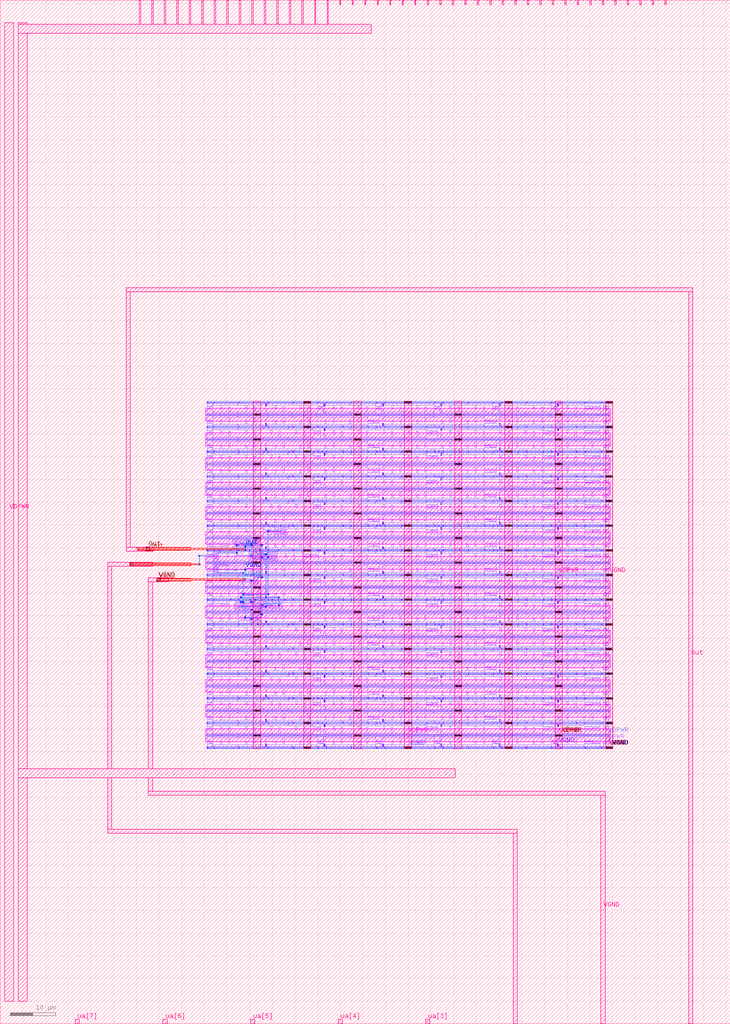
<source format=lef>
VERSION 5.7 ;
  NOWIREEXTENSIONATPIN ON ;
  DIVIDERCHAR "/" ;
  BUSBITCHARS "[]" ;
MACRO tt_um_DIGI_OTA
  CLASS BLOCK ;
  FOREIGN tt_um_DIGI_OTA ;
  ORIGIN 0.000 0.000 ;
  SIZE 161.000 BY 225.760 ;
  PIN clk
    PORT
      LAYER met4 ;
        RECT 143.830 224.760 144.130 225.760 ;
    END
  END clk
  PIN Out
    ANTENNADIFFAREA 0.601000 ;
    PORT
      LAYER li1 ;
        RECT 53.885 105.895 55.505 106.865 ;
        RECT 53.885 105.225 54.225 105.895 ;
        RECT 53.885 104.655 54.355 105.225 ;
      LAYER mcon ;
        RECT 53.945 105.165 54.115 105.335 ;
      LAYER met1 ;
        RECT 53.870 105.120 54.190 105.380 ;
      LAYER via ;
        RECT 53.900 105.120 54.160 105.380 ;
      LAYER met2 ;
        RECT 53.900 105.090 54.160 105.410 ;
        RECT 53.960 104.925 54.100 105.090 ;
        RECT 53.890 104.555 54.170 104.925 ;
      LAYER via2 ;
        RECT 53.890 104.600 54.170 104.880 ;
      LAYER met3 ;
        RECT 32.160 105.140 33.060 105.190 ;
        RECT 32.160 105.040 33.720 105.140 ;
        RECT 30.230 104.890 42.000 105.040 ;
        RECT 53.865 104.890 54.195 104.905 ;
        RECT 30.230 104.590 54.195 104.890 ;
        RECT 30.230 104.440 42.000 104.590 ;
        RECT 53.865 104.575 54.195 104.590 ;
        RECT 32.160 104.290 33.720 104.440 ;
        RECT 32.820 104.240 33.720 104.290 ;
      LAYER via3 ;
        RECT 32.250 104.380 32.970 105.100 ;
      LAYER met4 ;
        RECT 27.800 161.470 152.710 162.370 ;
        RECT 27.800 105.140 28.700 161.470 ;
        RECT 32.155 105.140 33.065 105.195 ;
        RECT 27.800 104.240 33.720 105.140 ;
        RECT 151.810 0.000 152.710 161.470 ;
    END
  END Out
  PIN ena
    PORT
      LAYER met4 ;
        RECT 146.590 224.760 146.890 225.760 ;
    END
  END ena
  PIN VDPWR
    ANTENNAGATEAREA 1069.782959 ;
    ANTENNADIFFAREA 255.487289 ;
    PORT
      LAYER nwell ;
        RECT 45.330 132.905 134.490 135.735 ;
        RECT 45.330 127.465 134.490 130.295 ;
        RECT 45.330 122.025 134.490 124.855 ;
        RECT 45.330 116.585 134.490 119.415 ;
        RECT 45.330 111.145 134.490 113.975 ;
        RECT 45.330 105.705 134.490 108.535 ;
        RECT 45.330 100.265 134.490 103.095 ;
        RECT 45.330 94.825 134.490 97.655 ;
        RECT 45.330 89.385 134.490 92.215 ;
        RECT 45.330 83.945 134.490 86.775 ;
        RECT 45.330 78.505 134.490 81.335 ;
        RECT 45.330 73.065 134.490 75.895 ;
        RECT 45.330 67.625 134.490 70.455 ;
        RECT 45.330 62.185 134.490 65.015 ;
      LAYER li1 ;
        RECT 46.295 135.495 46.815 136.035 ;
        RECT 45.605 134.405 46.815 135.495 ;
        RECT 50.390 134.840 50.740 136.090 ;
        RECT 55.910 134.840 56.260 136.090 ;
        RECT 46.985 134.405 52.330 134.840 ;
        RECT 52.505 134.405 57.850 134.840 ;
        RECT 58.485 134.405 58.775 135.570 ;
        RECT 62.350 134.840 62.700 136.090 ;
        RECT 67.870 134.840 68.220 136.090 ;
        RECT 70.675 135.495 71.195 136.035 ;
        RECT 58.945 134.405 64.290 134.840 ;
        RECT 64.465 134.405 69.810 134.840 ;
        RECT 69.985 134.405 71.195 135.495 ;
        RECT 71.365 134.405 71.655 135.570 ;
        RECT 75.230 134.840 75.580 136.090 ;
        RECT 80.750 134.840 81.100 136.090 ;
        RECT 83.555 135.495 84.075 136.035 ;
        RECT 71.825 134.405 77.170 134.840 ;
        RECT 77.345 134.405 82.690 134.840 ;
        RECT 82.865 134.405 84.075 135.495 ;
        RECT 84.245 134.405 84.535 135.570 ;
        RECT 88.110 134.840 88.460 136.090 ;
        RECT 93.630 134.840 93.980 136.090 ;
        RECT 96.435 135.495 96.955 136.035 ;
        RECT 84.705 134.405 90.050 134.840 ;
        RECT 90.225 134.405 95.570 134.840 ;
        RECT 95.745 134.405 96.955 135.495 ;
        RECT 97.125 134.405 97.415 135.570 ;
        RECT 100.990 134.840 101.340 136.090 ;
        RECT 106.510 134.840 106.860 136.090 ;
        RECT 109.315 135.495 109.835 136.035 ;
        RECT 97.585 134.405 102.930 134.840 ;
        RECT 103.105 134.405 108.450 134.840 ;
        RECT 108.625 134.405 109.835 135.495 ;
        RECT 110.005 134.405 110.295 135.570 ;
        RECT 113.870 134.840 114.220 136.090 ;
        RECT 119.390 134.840 119.740 136.090 ;
        RECT 122.195 135.495 122.715 136.035 ;
        RECT 110.465 134.405 115.810 134.840 ;
        RECT 115.985 134.405 121.330 134.840 ;
        RECT 121.505 134.405 122.715 135.495 ;
        RECT 122.885 134.405 123.175 135.570 ;
        RECT 126.750 134.840 127.100 136.090 ;
        RECT 130.685 135.495 132.375 136.015 ;
        RECT 123.345 134.405 128.690 134.840 ;
        RECT 128.865 134.405 132.375 135.495 ;
        RECT 133.005 135.495 133.525 136.035 ;
        RECT 133.005 134.405 134.215 135.495 ;
        RECT 45.520 134.235 134.300 134.405 ;
        RECT 45.605 133.145 46.815 134.235 ;
        RECT 46.985 133.800 52.330 134.235 ;
        RECT 52.505 133.800 57.850 134.235 ;
        RECT 46.295 132.605 46.815 133.145 ;
        RECT 50.390 132.550 50.740 133.800 ;
        RECT 55.910 132.550 56.260 133.800 ;
        RECT 58.485 133.070 58.775 134.235 ;
        RECT 58.945 133.800 64.290 134.235 ;
        RECT 64.465 133.800 69.810 134.235 ;
        RECT 69.985 133.800 75.330 134.235 ;
        RECT 75.505 133.800 80.850 134.235 ;
        RECT 62.350 132.550 62.700 133.800 ;
        RECT 67.870 132.550 68.220 133.800 ;
        RECT 73.390 132.550 73.740 133.800 ;
        RECT 78.910 132.550 79.260 133.800 ;
        RECT 81.025 133.145 83.615 134.235 ;
        RECT 82.405 132.625 83.615 133.145 ;
        RECT 84.245 133.070 84.535 134.235 ;
        RECT 84.705 133.800 90.050 134.235 ;
        RECT 90.225 133.800 95.570 134.235 ;
        RECT 95.745 133.800 101.090 134.235 ;
        RECT 101.265 133.800 106.610 134.235 ;
        RECT 88.110 132.550 88.460 133.800 ;
        RECT 93.630 132.550 93.980 133.800 ;
        RECT 99.150 132.550 99.500 133.800 ;
        RECT 104.670 132.550 105.020 133.800 ;
        RECT 106.785 133.145 109.375 134.235 ;
        RECT 108.165 132.625 109.375 133.145 ;
        RECT 110.005 133.070 110.295 134.235 ;
        RECT 110.465 133.800 115.810 134.235 ;
        RECT 115.985 133.800 121.330 134.235 ;
        RECT 121.505 133.800 126.850 134.235 ;
        RECT 127.025 133.800 132.370 134.235 ;
        RECT 113.870 132.550 114.220 133.800 ;
        RECT 119.390 132.550 119.740 133.800 ;
        RECT 124.910 132.550 125.260 133.800 ;
        RECT 130.430 132.550 130.780 133.800 ;
        RECT 133.005 133.145 134.215 134.235 ;
        RECT 133.005 132.605 133.525 133.145 ;
        RECT 46.295 130.055 46.815 130.595 ;
        RECT 45.605 128.965 46.815 130.055 ;
        RECT 50.390 129.400 50.740 130.650 ;
        RECT 55.910 129.400 56.260 130.650 ;
        RECT 61.430 129.400 61.780 130.650 ;
        RECT 66.950 129.400 67.300 130.650 ;
        RECT 69.985 130.055 70.735 130.575 ;
        RECT 46.985 128.965 52.330 129.400 ;
        RECT 52.505 128.965 57.850 129.400 ;
        RECT 58.025 128.965 63.370 129.400 ;
        RECT 63.545 128.965 68.890 129.400 ;
        RECT 69.065 128.965 70.735 130.055 ;
        RECT 71.365 128.965 71.655 130.130 ;
        RECT 75.230 129.400 75.580 130.650 ;
        RECT 80.750 129.400 81.100 130.650 ;
        RECT 86.270 129.400 86.620 130.650 ;
        RECT 91.790 129.400 92.140 130.650 ;
        RECT 95.285 130.055 96.495 130.575 ;
        RECT 71.825 128.965 77.170 129.400 ;
        RECT 77.345 128.965 82.690 129.400 ;
        RECT 82.865 128.965 88.210 129.400 ;
        RECT 88.385 128.965 93.730 129.400 ;
        RECT 93.905 128.965 96.495 130.055 ;
        RECT 97.125 128.965 97.415 130.130 ;
        RECT 100.990 129.400 101.340 130.650 ;
        RECT 106.510 129.400 106.860 130.650 ;
        RECT 112.030 129.400 112.380 130.650 ;
        RECT 117.550 129.400 117.900 130.650 ;
        RECT 121.045 130.055 122.255 130.575 ;
        RECT 97.585 128.965 102.930 129.400 ;
        RECT 103.105 128.965 108.450 129.400 ;
        RECT 108.625 128.965 113.970 129.400 ;
        RECT 114.145 128.965 119.490 129.400 ;
        RECT 119.665 128.965 122.255 130.055 ;
        RECT 122.885 128.965 123.175 130.130 ;
        RECT 126.750 129.400 127.100 130.650 ;
        RECT 130.685 130.055 132.375 130.575 ;
        RECT 123.345 128.965 128.690 129.400 ;
        RECT 128.865 128.965 132.375 130.055 ;
        RECT 133.005 130.055 133.525 130.595 ;
        RECT 133.005 128.965 134.215 130.055 ;
        RECT 45.520 128.795 134.300 128.965 ;
        RECT 45.605 127.705 46.815 128.795 ;
        RECT 46.985 128.360 52.330 128.795 ;
        RECT 52.505 128.360 57.850 128.795 ;
        RECT 46.295 127.165 46.815 127.705 ;
        RECT 50.390 127.110 50.740 128.360 ;
        RECT 55.910 127.110 56.260 128.360 ;
        RECT 58.485 127.630 58.775 128.795 ;
        RECT 58.945 128.360 64.290 128.795 ;
        RECT 64.465 128.360 69.810 128.795 ;
        RECT 69.985 128.360 75.330 128.795 ;
        RECT 75.505 128.360 80.850 128.795 ;
        RECT 62.350 127.110 62.700 128.360 ;
        RECT 67.870 127.110 68.220 128.360 ;
        RECT 73.390 127.110 73.740 128.360 ;
        RECT 78.910 127.110 79.260 128.360 ;
        RECT 81.025 127.705 83.615 128.795 ;
        RECT 82.405 127.185 83.615 127.705 ;
        RECT 84.245 127.630 84.535 128.795 ;
        RECT 84.705 128.360 90.050 128.795 ;
        RECT 90.225 128.360 95.570 128.795 ;
        RECT 95.745 128.360 101.090 128.795 ;
        RECT 101.265 128.360 106.610 128.795 ;
        RECT 88.110 127.110 88.460 128.360 ;
        RECT 93.630 127.110 93.980 128.360 ;
        RECT 99.150 127.110 99.500 128.360 ;
        RECT 104.670 127.110 105.020 128.360 ;
        RECT 106.785 127.705 109.375 128.795 ;
        RECT 108.165 127.185 109.375 127.705 ;
        RECT 110.005 127.630 110.295 128.795 ;
        RECT 110.465 128.360 115.810 128.795 ;
        RECT 115.985 128.360 121.330 128.795 ;
        RECT 121.505 128.360 126.850 128.795 ;
        RECT 127.025 128.360 132.370 128.795 ;
        RECT 113.870 127.110 114.220 128.360 ;
        RECT 119.390 127.110 119.740 128.360 ;
        RECT 124.910 127.110 125.260 128.360 ;
        RECT 130.430 127.110 130.780 128.360 ;
        RECT 133.005 127.705 134.215 128.795 ;
        RECT 133.005 127.165 133.525 127.705 ;
        RECT 46.295 124.615 46.815 125.155 ;
        RECT 45.605 123.525 46.815 124.615 ;
        RECT 50.390 123.960 50.740 125.210 ;
        RECT 55.910 123.960 56.260 125.210 ;
        RECT 61.430 123.960 61.780 125.210 ;
        RECT 66.950 123.960 67.300 125.210 ;
        RECT 69.985 124.615 70.735 125.135 ;
        RECT 46.985 123.525 52.330 123.960 ;
        RECT 52.505 123.525 57.850 123.960 ;
        RECT 58.025 123.525 63.370 123.960 ;
        RECT 63.545 123.525 68.890 123.960 ;
        RECT 69.065 123.525 70.735 124.615 ;
        RECT 71.365 123.525 71.655 124.690 ;
        RECT 75.230 123.960 75.580 125.210 ;
        RECT 80.750 123.960 81.100 125.210 ;
        RECT 86.270 123.960 86.620 125.210 ;
        RECT 91.790 123.960 92.140 125.210 ;
        RECT 95.285 124.615 96.495 125.135 ;
        RECT 71.825 123.525 77.170 123.960 ;
        RECT 77.345 123.525 82.690 123.960 ;
        RECT 82.865 123.525 88.210 123.960 ;
        RECT 88.385 123.525 93.730 123.960 ;
        RECT 93.905 123.525 96.495 124.615 ;
        RECT 97.125 123.525 97.415 124.690 ;
        RECT 100.990 123.960 101.340 125.210 ;
        RECT 106.510 123.960 106.860 125.210 ;
        RECT 112.030 123.960 112.380 125.210 ;
        RECT 117.550 123.960 117.900 125.210 ;
        RECT 121.045 124.615 122.255 125.135 ;
        RECT 97.585 123.525 102.930 123.960 ;
        RECT 103.105 123.525 108.450 123.960 ;
        RECT 108.625 123.525 113.970 123.960 ;
        RECT 114.145 123.525 119.490 123.960 ;
        RECT 119.665 123.525 122.255 124.615 ;
        RECT 122.885 123.525 123.175 124.690 ;
        RECT 126.750 123.960 127.100 125.210 ;
        RECT 130.685 124.615 132.375 125.135 ;
        RECT 123.345 123.525 128.690 123.960 ;
        RECT 128.865 123.525 132.375 124.615 ;
        RECT 133.005 124.615 133.525 125.155 ;
        RECT 133.005 123.525 134.215 124.615 ;
        RECT 45.520 123.355 134.300 123.525 ;
        RECT 45.605 122.265 46.815 123.355 ;
        RECT 46.985 122.920 52.330 123.355 ;
        RECT 52.505 122.920 57.850 123.355 ;
        RECT 46.295 121.725 46.815 122.265 ;
        RECT 50.390 121.670 50.740 122.920 ;
        RECT 55.910 121.670 56.260 122.920 ;
        RECT 58.485 122.190 58.775 123.355 ;
        RECT 58.945 122.920 64.290 123.355 ;
        RECT 64.465 122.920 69.810 123.355 ;
        RECT 69.985 122.920 75.330 123.355 ;
        RECT 75.505 122.920 80.850 123.355 ;
        RECT 62.350 121.670 62.700 122.920 ;
        RECT 67.870 121.670 68.220 122.920 ;
        RECT 73.390 121.670 73.740 122.920 ;
        RECT 78.910 121.670 79.260 122.920 ;
        RECT 81.025 122.265 83.615 123.355 ;
        RECT 82.405 121.745 83.615 122.265 ;
        RECT 84.245 122.190 84.535 123.355 ;
        RECT 84.705 122.920 90.050 123.355 ;
        RECT 90.225 122.920 95.570 123.355 ;
        RECT 95.745 122.920 101.090 123.355 ;
        RECT 101.265 122.920 106.610 123.355 ;
        RECT 88.110 121.670 88.460 122.920 ;
        RECT 93.630 121.670 93.980 122.920 ;
        RECT 99.150 121.670 99.500 122.920 ;
        RECT 104.670 121.670 105.020 122.920 ;
        RECT 106.785 122.265 109.375 123.355 ;
        RECT 108.165 121.745 109.375 122.265 ;
        RECT 110.005 122.190 110.295 123.355 ;
        RECT 110.465 122.920 115.810 123.355 ;
        RECT 115.985 122.920 121.330 123.355 ;
        RECT 121.505 122.920 126.850 123.355 ;
        RECT 127.025 122.920 132.370 123.355 ;
        RECT 113.870 121.670 114.220 122.920 ;
        RECT 119.390 121.670 119.740 122.920 ;
        RECT 124.910 121.670 125.260 122.920 ;
        RECT 130.430 121.670 130.780 122.920 ;
        RECT 133.005 122.265 134.215 123.355 ;
        RECT 133.005 121.725 133.525 122.265 ;
        RECT 46.295 119.175 46.815 119.715 ;
        RECT 45.605 118.085 46.815 119.175 ;
        RECT 50.390 118.520 50.740 119.770 ;
        RECT 55.910 118.520 56.260 119.770 ;
        RECT 61.430 118.520 61.780 119.770 ;
        RECT 66.950 118.520 67.300 119.770 ;
        RECT 69.985 119.175 70.735 119.695 ;
        RECT 46.985 118.085 52.330 118.520 ;
        RECT 52.505 118.085 57.850 118.520 ;
        RECT 58.025 118.085 63.370 118.520 ;
        RECT 63.545 118.085 68.890 118.520 ;
        RECT 69.065 118.085 70.735 119.175 ;
        RECT 71.365 118.085 71.655 119.250 ;
        RECT 75.230 118.520 75.580 119.770 ;
        RECT 80.750 118.520 81.100 119.770 ;
        RECT 86.270 118.520 86.620 119.770 ;
        RECT 91.790 118.520 92.140 119.770 ;
        RECT 95.285 119.175 96.495 119.695 ;
        RECT 71.825 118.085 77.170 118.520 ;
        RECT 77.345 118.085 82.690 118.520 ;
        RECT 82.865 118.085 88.210 118.520 ;
        RECT 88.385 118.085 93.730 118.520 ;
        RECT 93.905 118.085 96.495 119.175 ;
        RECT 97.125 118.085 97.415 119.250 ;
        RECT 100.990 118.520 101.340 119.770 ;
        RECT 106.510 118.520 106.860 119.770 ;
        RECT 112.030 118.520 112.380 119.770 ;
        RECT 117.550 118.520 117.900 119.770 ;
        RECT 121.045 119.175 122.255 119.695 ;
        RECT 97.585 118.085 102.930 118.520 ;
        RECT 103.105 118.085 108.450 118.520 ;
        RECT 108.625 118.085 113.970 118.520 ;
        RECT 114.145 118.085 119.490 118.520 ;
        RECT 119.665 118.085 122.255 119.175 ;
        RECT 122.885 118.085 123.175 119.250 ;
        RECT 126.750 118.520 127.100 119.770 ;
        RECT 130.685 119.175 132.375 119.695 ;
        RECT 123.345 118.085 128.690 118.520 ;
        RECT 128.865 118.085 132.375 119.175 ;
        RECT 133.005 119.175 133.525 119.715 ;
        RECT 133.005 118.085 134.215 119.175 ;
        RECT 45.520 117.915 134.300 118.085 ;
        RECT 45.605 116.825 46.815 117.915 ;
        RECT 46.985 117.480 52.330 117.915 ;
        RECT 52.505 117.480 57.850 117.915 ;
        RECT 46.295 116.285 46.815 116.825 ;
        RECT 50.390 116.230 50.740 117.480 ;
        RECT 55.910 116.230 56.260 117.480 ;
        RECT 58.485 116.750 58.775 117.915 ;
        RECT 58.945 117.480 64.290 117.915 ;
        RECT 64.465 117.480 69.810 117.915 ;
        RECT 69.985 117.480 75.330 117.915 ;
        RECT 75.505 117.480 80.850 117.915 ;
        RECT 62.350 116.230 62.700 117.480 ;
        RECT 67.870 116.230 68.220 117.480 ;
        RECT 73.390 116.230 73.740 117.480 ;
        RECT 78.910 116.230 79.260 117.480 ;
        RECT 81.025 116.825 83.615 117.915 ;
        RECT 82.405 116.305 83.615 116.825 ;
        RECT 84.245 116.750 84.535 117.915 ;
        RECT 84.705 117.480 90.050 117.915 ;
        RECT 90.225 117.480 95.570 117.915 ;
        RECT 95.745 117.480 101.090 117.915 ;
        RECT 101.265 117.480 106.610 117.915 ;
        RECT 88.110 116.230 88.460 117.480 ;
        RECT 93.630 116.230 93.980 117.480 ;
        RECT 99.150 116.230 99.500 117.480 ;
        RECT 104.670 116.230 105.020 117.480 ;
        RECT 106.785 116.825 109.375 117.915 ;
        RECT 108.165 116.305 109.375 116.825 ;
        RECT 110.005 116.750 110.295 117.915 ;
        RECT 110.465 117.480 115.810 117.915 ;
        RECT 115.985 117.480 121.330 117.915 ;
        RECT 121.505 117.480 126.850 117.915 ;
        RECT 127.025 117.480 132.370 117.915 ;
        RECT 113.870 116.230 114.220 117.480 ;
        RECT 119.390 116.230 119.740 117.480 ;
        RECT 124.910 116.230 125.260 117.480 ;
        RECT 130.430 116.230 130.780 117.480 ;
        RECT 133.005 116.825 134.215 117.915 ;
        RECT 133.005 116.285 133.525 116.825 ;
        RECT 46.295 113.735 46.815 114.275 ;
        RECT 45.605 112.645 46.815 113.735 ;
        RECT 50.390 113.080 50.740 114.330 ;
        RECT 55.910 113.080 56.260 114.330 ;
        RECT 61.430 113.080 61.780 114.330 ;
        RECT 66.950 113.080 67.300 114.330 ;
        RECT 69.985 113.735 70.735 114.255 ;
        RECT 46.985 112.645 52.330 113.080 ;
        RECT 52.505 112.645 57.850 113.080 ;
        RECT 58.025 112.645 63.370 113.080 ;
        RECT 63.545 112.645 68.890 113.080 ;
        RECT 69.065 112.645 70.735 113.735 ;
        RECT 71.365 112.645 71.655 113.810 ;
        RECT 75.230 113.080 75.580 114.330 ;
        RECT 80.750 113.080 81.100 114.330 ;
        RECT 86.270 113.080 86.620 114.330 ;
        RECT 91.790 113.080 92.140 114.330 ;
        RECT 95.285 113.735 96.495 114.255 ;
        RECT 71.825 112.645 77.170 113.080 ;
        RECT 77.345 112.645 82.690 113.080 ;
        RECT 82.865 112.645 88.210 113.080 ;
        RECT 88.385 112.645 93.730 113.080 ;
        RECT 93.905 112.645 96.495 113.735 ;
        RECT 97.125 112.645 97.415 113.810 ;
        RECT 100.990 113.080 101.340 114.330 ;
        RECT 106.510 113.080 106.860 114.330 ;
        RECT 112.030 113.080 112.380 114.330 ;
        RECT 117.550 113.080 117.900 114.330 ;
        RECT 121.045 113.735 122.255 114.255 ;
        RECT 97.585 112.645 102.930 113.080 ;
        RECT 103.105 112.645 108.450 113.080 ;
        RECT 108.625 112.645 113.970 113.080 ;
        RECT 114.145 112.645 119.490 113.080 ;
        RECT 119.665 112.645 122.255 113.735 ;
        RECT 122.885 112.645 123.175 113.810 ;
        RECT 126.750 113.080 127.100 114.330 ;
        RECT 130.685 113.735 132.375 114.255 ;
        RECT 123.345 112.645 128.690 113.080 ;
        RECT 128.865 112.645 132.375 113.735 ;
        RECT 133.005 113.735 133.525 114.275 ;
        RECT 133.005 112.645 134.215 113.735 ;
        RECT 45.520 112.475 134.300 112.645 ;
        RECT 45.605 111.385 46.815 112.475 ;
        RECT 46.985 112.040 52.330 112.475 ;
        RECT 52.505 112.040 57.850 112.475 ;
        RECT 46.295 110.845 46.815 111.385 ;
        RECT 50.390 110.790 50.740 112.040 ;
        RECT 55.910 110.790 56.260 112.040 ;
        RECT 58.485 111.310 58.775 112.475 ;
        RECT 58.945 112.040 64.290 112.475 ;
        RECT 64.465 112.040 69.810 112.475 ;
        RECT 69.985 112.040 75.330 112.475 ;
        RECT 75.505 112.040 80.850 112.475 ;
        RECT 62.350 110.790 62.700 112.040 ;
        RECT 67.870 110.790 68.220 112.040 ;
        RECT 73.390 110.790 73.740 112.040 ;
        RECT 78.910 110.790 79.260 112.040 ;
        RECT 81.025 111.385 83.615 112.475 ;
        RECT 82.405 110.865 83.615 111.385 ;
        RECT 84.245 111.310 84.535 112.475 ;
        RECT 84.705 112.040 90.050 112.475 ;
        RECT 90.225 112.040 95.570 112.475 ;
        RECT 95.745 112.040 101.090 112.475 ;
        RECT 101.265 112.040 106.610 112.475 ;
        RECT 88.110 110.790 88.460 112.040 ;
        RECT 93.630 110.790 93.980 112.040 ;
        RECT 99.150 110.790 99.500 112.040 ;
        RECT 104.670 110.790 105.020 112.040 ;
        RECT 106.785 111.385 109.375 112.475 ;
        RECT 108.165 110.865 109.375 111.385 ;
        RECT 110.005 111.310 110.295 112.475 ;
        RECT 110.465 112.040 115.810 112.475 ;
        RECT 115.985 112.040 121.330 112.475 ;
        RECT 121.505 112.040 126.850 112.475 ;
        RECT 127.025 112.040 132.370 112.475 ;
        RECT 113.870 110.790 114.220 112.040 ;
        RECT 119.390 110.790 119.740 112.040 ;
        RECT 124.910 110.790 125.260 112.040 ;
        RECT 130.430 110.790 130.780 112.040 ;
        RECT 133.005 111.385 134.215 112.475 ;
        RECT 133.005 110.845 133.525 111.385 ;
        RECT 46.295 108.295 46.815 108.835 ;
        RECT 45.605 107.205 46.815 108.295 ;
        RECT 50.390 107.640 50.740 108.890 ;
        RECT 55.910 107.640 56.260 108.890 ;
        RECT 58.945 108.295 59.695 108.815 ;
        RECT 46.985 107.205 52.330 107.640 ;
        RECT 52.505 107.205 57.850 107.640 ;
        RECT 58.025 107.205 59.695 108.295 ;
        RECT 60.365 107.205 60.595 108.345 ;
        RECT 61.265 107.205 61.475 108.345 ;
        RECT 62.180 107.205 62.510 107.965 ;
        RECT 63.110 107.205 63.370 108.355 ;
        RECT 66.950 107.640 67.300 108.890 ;
        RECT 69.985 108.295 70.735 108.815 ;
        RECT 63.545 107.205 68.890 107.640 ;
        RECT 69.065 107.205 70.735 108.295 ;
        RECT 71.365 107.205 71.655 108.370 ;
        RECT 75.230 107.640 75.580 108.890 ;
        RECT 80.750 107.640 81.100 108.890 ;
        RECT 86.270 107.640 86.620 108.890 ;
        RECT 91.790 107.640 92.140 108.890 ;
        RECT 95.285 108.295 96.495 108.815 ;
        RECT 71.825 107.205 77.170 107.640 ;
        RECT 77.345 107.205 82.690 107.640 ;
        RECT 82.865 107.205 88.210 107.640 ;
        RECT 88.385 107.205 93.730 107.640 ;
        RECT 93.905 107.205 96.495 108.295 ;
        RECT 97.125 107.205 97.415 108.370 ;
        RECT 100.990 107.640 101.340 108.890 ;
        RECT 106.510 107.640 106.860 108.890 ;
        RECT 112.030 107.640 112.380 108.890 ;
        RECT 117.550 107.640 117.900 108.890 ;
        RECT 121.045 108.295 122.255 108.815 ;
        RECT 97.585 107.205 102.930 107.640 ;
        RECT 103.105 107.205 108.450 107.640 ;
        RECT 108.625 107.205 113.970 107.640 ;
        RECT 114.145 107.205 119.490 107.640 ;
        RECT 119.665 107.205 122.255 108.295 ;
        RECT 122.885 107.205 123.175 108.370 ;
        RECT 126.750 107.640 127.100 108.890 ;
        RECT 130.685 108.295 132.375 108.815 ;
        RECT 123.345 107.205 128.690 107.640 ;
        RECT 128.865 107.205 132.375 108.295 ;
        RECT 133.005 108.295 133.525 108.835 ;
        RECT 133.005 107.205 134.215 108.295 ;
        RECT 45.520 107.035 134.300 107.205 ;
        RECT 45.605 105.945 46.815 107.035 ;
        RECT 46.985 105.945 50.495 107.035 ;
        RECT 46.295 105.405 46.815 105.945 ;
        RECT 48.805 105.425 50.495 105.945 ;
        RECT 51.185 105.895 51.395 107.035 ;
        RECT 52.065 105.895 52.295 107.035 ;
        RECT 52.505 105.895 52.785 107.035 ;
        RECT 53.455 105.895 53.715 107.035 ;
        RECT 55.675 106.575 56.040 107.035 ;
        RECT 56.635 106.575 56.965 107.035 ;
        RECT 58.485 105.870 58.775 107.035 ;
        RECT 58.945 106.600 64.290 107.035 ;
        RECT 64.465 106.600 69.810 107.035 ;
        RECT 69.985 106.600 75.330 107.035 ;
        RECT 75.505 106.600 80.850 107.035 ;
        RECT 62.350 105.350 62.700 106.600 ;
        RECT 67.870 105.350 68.220 106.600 ;
        RECT 73.390 105.350 73.740 106.600 ;
        RECT 78.910 105.350 79.260 106.600 ;
        RECT 81.025 105.945 83.615 107.035 ;
        RECT 82.405 105.425 83.615 105.945 ;
        RECT 84.245 105.870 84.535 107.035 ;
        RECT 84.705 106.600 90.050 107.035 ;
        RECT 90.225 106.600 95.570 107.035 ;
        RECT 95.745 106.600 101.090 107.035 ;
        RECT 101.265 106.600 106.610 107.035 ;
        RECT 88.110 105.350 88.460 106.600 ;
        RECT 93.630 105.350 93.980 106.600 ;
        RECT 99.150 105.350 99.500 106.600 ;
        RECT 104.670 105.350 105.020 106.600 ;
        RECT 106.785 105.945 109.375 107.035 ;
        RECT 108.165 105.425 109.375 105.945 ;
        RECT 110.005 105.870 110.295 107.035 ;
        RECT 110.465 106.600 115.810 107.035 ;
        RECT 115.985 106.600 121.330 107.035 ;
        RECT 121.505 106.600 126.850 107.035 ;
        RECT 127.025 106.600 132.370 107.035 ;
        RECT 113.870 105.350 114.220 106.600 ;
        RECT 119.390 105.350 119.740 106.600 ;
        RECT 124.910 105.350 125.260 106.600 ;
        RECT 130.430 105.350 130.780 106.600 ;
        RECT 133.005 105.945 134.215 107.035 ;
        RECT 133.005 105.405 133.525 105.945 ;
        RECT 46.295 102.855 46.815 103.395 ;
        RECT 45.605 101.765 46.815 102.855 ;
        RECT 47.425 101.765 47.755 102.525 ;
        RECT 51.770 102.200 52.120 103.450 ;
        RECT 48.365 101.765 53.710 102.200 ;
        RECT 54.805 101.765 55.065 102.905 ;
        RECT 55.735 101.765 55.905 102.565 ;
        RECT 56.575 101.765 56.830 102.565 ;
        RECT 57.535 101.765 57.970 102.555 ;
        RECT 64.650 102.200 65.000 103.450 ;
        RECT 68.585 102.855 70.275 103.375 ;
        RECT 59.000 101.765 59.330 102.125 ;
        RECT 61.245 101.765 66.590 102.200 ;
        RECT 66.765 101.765 70.275 102.855 ;
        RECT 71.365 101.765 71.655 102.930 ;
        RECT 75.230 102.200 75.580 103.450 ;
        RECT 80.750 102.200 81.100 103.450 ;
        RECT 86.270 102.200 86.620 103.450 ;
        RECT 91.790 102.200 92.140 103.450 ;
        RECT 95.285 102.855 96.495 103.375 ;
        RECT 71.825 101.765 77.170 102.200 ;
        RECT 77.345 101.765 82.690 102.200 ;
        RECT 82.865 101.765 88.210 102.200 ;
        RECT 88.385 101.765 93.730 102.200 ;
        RECT 93.905 101.765 96.495 102.855 ;
        RECT 97.125 101.765 97.415 102.930 ;
        RECT 100.990 102.200 101.340 103.450 ;
        RECT 106.510 102.200 106.860 103.450 ;
        RECT 112.030 102.200 112.380 103.450 ;
        RECT 117.550 102.200 117.900 103.450 ;
        RECT 121.045 102.855 122.255 103.375 ;
        RECT 97.585 101.765 102.930 102.200 ;
        RECT 103.105 101.765 108.450 102.200 ;
        RECT 108.625 101.765 113.970 102.200 ;
        RECT 114.145 101.765 119.490 102.200 ;
        RECT 119.665 101.765 122.255 102.855 ;
        RECT 122.885 101.765 123.175 102.930 ;
        RECT 126.750 102.200 127.100 103.450 ;
        RECT 130.685 102.855 132.375 103.375 ;
        RECT 123.345 101.765 128.690 102.200 ;
        RECT 128.865 101.765 132.375 102.855 ;
        RECT 133.005 102.855 133.525 103.395 ;
        RECT 133.005 101.765 134.215 102.855 ;
        RECT 45.520 101.595 134.300 101.765 ;
        RECT 45.605 100.505 46.815 101.595 ;
        RECT 47.425 100.835 47.755 101.595 ;
        RECT 48.365 101.160 53.710 101.595 ;
        RECT 46.295 99.965 46.815 100.505 ;
        RECT 51.770 99.910 52.120 101.160 ;
        RECT 53.885 100.505 57.395 101.595 ;
        RECT 55.705 99.985 57.395 100.505 ;
        RECT 58.485 100.430 58.775 101.595 ;
        RECT 58.945 101.160 64.290 101.595 ;
        RECT 64.465 101.160 69.810 101.595 ;
        RECT 69.985 101.160 75.330 101.595 ;
        RECT 75.505 101.160 80.850 101.595 ;
        RECT 62.350 99.910 62.700 101.160 ;
        RECT 67.870 99.910 68.220 101.160 ;
        RECT 73.390 99.910 73.740 101.160 ;
        RECT 78.910 99.910 79.260 101.160 ;
        RECT 81.025 100.505 83.615 101.595 ;
        RECT 82.405 99.985 83.615 100.505 ;
        RECT 84.245 100.430 84.535 101.595 ;
        RECT 84.705 101.160 90.050 101.595 ;
        RECT 90.225 101.160 95.570 101.595 ;
        RECT 95.745 101.160 101.090 101.595 ;
        RECT 101.265 101.160 106.610 101.595 ;
        RECT 88.110 99.910 88.460 101.160 ;
        RECT 93.630 99.910 93.980 101.160 ;
        RECT 99.150 99.910 99.500 101.160 ;
        RECT 104.670 99.910 105.020 101.160 ;
        RECT 106.785 100.505 109.375 101.595 ;
        RECT 108.165 99.985 109.375 100.505 ;
        RECT 110.005 100.430 110.295 101.595 ;
        RECT 110.465 101.160 115.810 101.595 ;
        RECT 115.985 101.160 121.330 101.595 ;
        RECT 121.505 101.160 126.850 101.595 ;
        RECT 127.025 101.160 132.370 101.595 ;
        RECT 113.870 99.910 114.220 101.160 ;
        RECT 119.390 99.910 119.740 101.160 ;
        RECT 124.910 99.910 125.260 101.160 ;
        RECT 130.430 99.910 130.780 101.160 ;
        RECT 133.005 100.505 134.215 101.595 ;
        RECT 133.005 99.965 133.525 100.505 ;
        RECT 46.295 97.415 46.815 97.955 ;
        RECT 45.605 96.325 46.815 97.415 ;
        RECT 50.390 96.760 50.740 98.010 ;
        RECT 53.885 97.415 55.095 97.935 ;
        RECT 46.985 96.325 52.330 96.760 ;
        RECT 52.505 96.325 55.095 97.415 ;
        RECT 56.165 96.325 56.495 97.085 ;
        RECT 60.510 96.760 60.860 98.010 ;
        RECT 66.030 96.760 66.380 98.010 ;
        RECT 69.525 97.415 70.735 97.935 ;
        RECT 57.105 96.325 62.450 96.760 ;
        RECT 62.625 96.325 67.970 96.760 ;
        RECT 68.145 96.325 70.735 97.415 ;
        RECT 71.365 96.325 71.655 97.490 ;
        RECT 75.230 96.760 75.580 98.010 ;
        RECT 80.750 96.760 81.100 98.010 ;
        RECT 86.270 96.760 86.620 98.010 ;
        RECT 91.790 96.760 92.140 98.010 ;
        RECT 95.285 97.415 96.495 97.935 ;
        RECT 71.825 96.325 77.170 96.760 ;
        RECT 77.345 96.325 82.690 96.760 ;
        RECT 82.865 96.325 88.210 96.760 ;
        RECT 88.385 96.325 93.730 96.760 ;
        RECT 93.905 96.325 96.495 97.415 ;
        RECT 97.125 96.325 97.415 97.490 ;
        RECT 100.990 96.760 101.340 98.010 ;
        RECT 106.510 96.760 106.860 98.010 ;
        RECT 112.030 96.760 112.380 98.010 ;
        RECT 117.550 96.760 117.900 98.010 ;
        RECT 121.045 97.415 122.255 97.935 ;
        RECT 97.585 96.325 102.930 96.760 ;
        RECT 103.105 96.325 108.450 96.760 ;
        RECT 108.625 96.325 113.970 96.760 ;
        RECT 114.145 96.325 119.490 96.760 ;
        RECT 119.665 96.325 122.255 97.415 ;
        RECT 122.885 96.325 123.175 97.490 ;
        RECT 126.750 96.760 127.100 98.010 ;
        RECT 130.685 97.415 132.375 97.935 ;
        RECT 123.345 96.325 128.690 96.760 ;
        RECT 128.865 96.325 132.375 97.415 ;
        RECT 133.005 97.415 133.525 97.955 ;
        RECT 133.005 96.325 134.215 97.415 ;
        RECT 45.520 96.155 134.300 96.325 ;
        RECT 45.605 95.065 46.815 96.155 ;
        RECT 46.985 95.720 52.330 96.155 ;
        RECT 46.295 94.525 46.815 95.065 ;
        RECT 50.390 94.470 50.740 95.720 ;
        RECT 52.505 95.065 56.015 96.155 ;
        RECT 54.325 94.545 56.015 95.065 ;
        RECT 56.645 95.015 56.905 96.155 ;
        RECT 57.575 95.015 57.855 96.155 ;
        RECT 58.485 94.990 58.775 96.155 ;
        RECT 58.945 95.720 64.290 96.155 ;
        RECT 64.465 95.720 69.810 96.155 ;
        RECT 69.985 95.720 75.330 96.155 ;
        RECT 75.505 95.720 80.850 96.155 ;
        RECT 62.350 94.470 62.700 95.720 ;
        RECT 67.870 94.470 68.220 95.720 ;
        RECT 73.390 94.470 73.740 95.720 ;
        RECT 78.910 94.470 79.260 95.720 ;
        RECT 81.025 95.065 83.615 96.155 ;
        RECT 82.405 94.545 83.615 95.065 ;
        RECT 84.245 94.990 84.535 96.155 ;
        RECT 84.705 95.720 90.050 96.155 ;
        RECT 90.225 95.720 95.570 96.155 ;
        RECT 95.745 95.720 101.090 96.155 ;
        RECT 101.265 95.720 106.610 96.155 ;
        RECT 88.110 94.470 88.460 95.720 ;
        RECT 93.630 94.470 93.980 95.720 ;
        RECT 99.150 94.470 99.500 95.720 ;
        RECT 104.670 94.470 105.020 95.720 ;
        RECT 106.785 95.065 109.375 96.155 ;
        RECT 108.165 94.545 109.375 95.065 ;
        RECT 110.005 94.990 110.295 96.155 ;
        RECT 110.465 95.720 115.810 96.155 ;
        RECT 115.985 95.720 121.330 96.155 ;
        RECT 121.505 95.720 126.850 96.155 ;
        RECT 127.025 95.720 132.370 96.155 ;
        RECT 113.870 94.470 114.220 95.720 ;
        RECT 119.390 94.470 119.740 95.720 ;
        RECT 124.910 94.470 125.260 95.720 ;
        RECT 130.430 94.470 130.780 95.720 ;
        RECT 133.005 95.065 134.215 96.155 ;
        RECT 133.005 94.525 133.525 95.065 ;
        RECT 46.295 91.975 46.815 92.515 ;
        RECT 48.805 91.975 50.495 92.495 ;
        RECT 45.605 90.885 46.815 91.975 ;
        RECT 46.985 90.885 50.495 91.975 ;
        RECT 52.335 90.885 52.505 91.645 ;
        RECT 54.875 90.885 55.045 92.025 ;
        RECT 56.235 90.885 56.405 92.025 ;
        RECT 58.775 90.885 58.945 91.645 ;
        RECT 59.905 90.885 60.135 92.025 ;
        RECT 60.805 90.885 61.015 92.025 ;
        RECT 61.285 90.885 61.515 92.025 ;
        RECT 62.185 90.885 62.395 92.025 ;
        RECT 66.030 91.320 66.380 92.570 ;
        RECT 69.525 91.975 70.735 92.495 ;
        RECT 62.625 90.885 67.970 91.320 ;
        RECT 68.145 90.885 70.735 91.975 ;
        RECT 71.365 90.885 71.655 92.050 ;
        RECT 75.230 91.320 75.580 92.570 ;
        RECT 80.750 91.320 81.100 92.570 ;
        RECT 86.270 91.320 86.620 92.570 ;
        RECT 91.790 91.320 92.140 92.570 ;
        RECT 95.285 91.975 96.495 92.495 ;
        RECT 71.825 90.885 77.170 91.320 ;
        RECT 77.345 90.885 82.690 91.320 ;
        RECT 82.865 90.885 88.210 91.320 ;
        RECT 88.385 90.885 93.730 91.320 ;
        RECT 93.905 90.885 96.495 91.975 ;
        RECT 97.125 90.885 97.415 92.050 ;
        RECT 100.990 91.320 101.340 92.570 ;
        RECT 106.510 91.320 106.860 92.570 ;
        RECT 112.030 91.320 112.380 92.570 ;
        RECT 117.550 91.320 117.900 92.570 ;
        RECT 121.045 91.975 122.255 92.495 ;
        RECT 97.585 90.885 102.930 91.320 ;
        RECT 103.105 90.885 108.450 91.320 ;
        RECT 108.625 90.885 113.970 91.320 ;
        RECT 114.145 90.885 119.490 91.320 ;
        RECT 119.665 90.885 122.255 91.975 ;
        RECT 122.885 90.885 123.175 92.050 ;
        RECT 126.750 91.320 127.100 92.570 ;
        RECT 130.685 91.975 132.375 92.495 ;
        RECT 123.345 90.885 128.690 91.320 ;
        RECT 128.865 90.885 132.375 91.975 ;
        RECT 133.005 91.975 133.525 92.515 ;
        RECT 133.005 90.885 134.215 91.975 ;
        RECT 45.520 90.715 134.300 90.885 ;
        RECT 45.605 89.625 46.815 90.715 ;
        RECT 46.985 90.280 52.330 90.715 ;
        RECT 46.295 89.085 46.815 89.625 ;
        RECT 50.390 89.030 50.740 90.280 ;
        RECT 52.505 89.625 55.095 90.715 ;
        RECT 55.705 89.955 56.035 90.715 ;
        RECT 53.885 89.105 55.095 89.625 ;
        RECT 56.685 89.575 56.915 90.715 ;
        RECT 57.585 89.575 57.795 90.715 ;
        RECT 58.485 89.550 58.775 90.715 ;
        RECT 58.945 90.280 64.290 90.715 ;
        RECT 64.465 90.280 69.810 90.715 ;
        RECT 69.985 90.280 75.330 90.715 ;
        RECT 75.505 90.280 80.850 90.715 ;
        RECT 62.350 89.030 62.700 90.280 ;
        RECT 67.870 89.030 68.220 90.280 ;
        RECT 73.390 89.030 73.740 90.280 ;
        RECT 78.910 89.030 79.260 90.280 ;
        RECT 81.025 89.625 83.615 90.715 ;
        RECT 82.405 89.105 83.615 89.625 ;
        RECT 84.245 89.550 84.535 90.715 ;
        RECT 84.705 90.280 90.050 90.715 ;
        RECT 90.225 90.280 95.570 90.715 ;
        RECT 95.745 90.280 101.090 90.715 ;
        RECT 101.265 90.280 106.610 90.715 ;
        RECT 88.110 89.030 88.460 90.280 ;
        RECT 93.630 89.030 93.980 90.280 ;
        RECT 99.150 89.030 99.500 90.280 ;
        RECT 104.670 89.030 105.020 90.280 ;
        RECT 106.785 89.625 109.375 90.715 ;
        RECT 108.165 89.105 109.375 89.625 ;
        RECT 110.005 89.550 110.295 90.715 ;
        RECT 110.465 90.280 115.810 90.715 ;
        RECT 115.985 90.280 121.330 90.715 ;
        RECT 121.505 90.280 126.850 90.715 ;
        RECT 127.025 90.280 132.370 90.715 ;
        RECT 113.870 89.030 114.220 90.280 ;
        RECT 119.390 89.030 119.740 90.280 ;
        RECT 124.910 89.030 125.260 90.280 ;
        RECT 130.430 89.030 130.780 90.280 ;
        RECT 133.005 89.625 134.215 90.715 ;
        RECT 133.005 89.085 133.525 89.625 ;
        RECT 46.295 86.535 46.815 87.075 ;
        RECT 45.605 85.445 46.815 86.535 ;
        RECT 50.390 85.880 50.740 87.130 ;
        RECT 55.910 85.880 56.260 87.130 ;
        RECT 61.430 85.880 61.780 87.130 ;
        RECT 66.950 85.880 67.300 87.130 ;
        RECT 69.985 86.535 70.735 87.055 ;
        RECT 46.985 85.445 52.330 85.880 ;
        RECT 52.505 85.445 57.850 85.880 ;
        RECT 58.025 85.445 63.370 85.880 ;
        RECT 63.545 85.445 68.890 85.880 ;
        RECT 69.065 85.445 70.735 86.535 ;
        RECT 71.365 85.445 71.655 86.610 ;
        RECT 75.230 85.880 75.580 87.130 ;
        RECT 80.750 85.880 81.100 87.130 ;
        RECT 86.270 85.880 86.620 87.130 ;
        RECT 91.790 85.880 92.140 87.130 ;
        RECT 95.285 86.535 96.495 87.055 ;
        RECT 71.825 85.445 77.170 85.880 ;
        RECT 77.345 85.445 82.690 85.880 ;
        RECT 82.865 85.445 88.210 85.880 ;
        RECT 88.385 85.445 93.730 85.880 ;
        RECT 93.905 85.445 96.495 86.535 ;
        RECT 97.125 85.445 97.415 86.610 ;
        RECT 100.990 85.880 101.340 87.130 ;
        RECT 106.510 85.880 106.860 87.130 ;
        RECT 112.030 85.880 112.380 87.130 ;
        RECT 117.550 85.880 117.900 87.130 ;
        RECT 121.045 86.535 122.255 87.055 ;
        RECT 97.585 85.445 102.930 85.880 ;
        RECT 103.105 85.445 108.450 85.880 ;
        RECT 108.625 85.445 113.970 85.880 ;
        RECT 114.145 85.445 119.490 85.880 ;
        RECT 119.665 85.445 122.255 86.535 ;
        RECT 122.885 85.445 123.175 86.610 ;
        RECT 126.750 85.880 127.100 87.130 ;
        RECT 130.685 86.535 132.375 87.055 ;
        RECT 123.345 85.445 128.690 85.880 ;
        RECT 128.865 85.445 132.375 86.535 ;
        RECT 133.005 86.535 133.525 87.075 ;
        RECT 133.005 85.445 134.215 86.535 ;
        RECT 45.520 85.275 134.300 85.445 ;
        RECT 45.605 84.185 46.815 85.275 ;
        RECT 46.985 84.840 52.330 85.275 ;
        RECT 52.505 84.840 57.850 85.275 ;
        RECT 46.295 83.645 46.815 84.185 ;
        RECT 50.390 83.590 50.740 84.840 ;
        RECT 55.910 83.590 56.260 84.840 ;
        RECT 58.485 84.110 58.775 85.275 ;
        RECT 58.945 84.840 64.290 85.275 ;
        RECT 64.465 84.840 69.810 85.275 ;
        RECT 69.985 84.840 75.330 85.275 ;
        RECT 75.505 84.840 80.850 85.275 ;
        RECT 62.350 83.590 62.700 84.840 ;
        RECT 67.870 83.590 68.220 84.840 ;
        RECT 73.390 83.590 73.740 84.840 ;
        RECT 78.910 83.590 79.260 84.840 ;
        RECT 81.025 84.185 83.615 85.275 ;
        RECT 82.405 83.665 83.615 84.185 ;
        RECT 84.245 84.110 84.535 85.275 ;
        RECT 84.705 84.840 90.050 85.275 ;
        RECT 90.225 84.840 95.570 85.275 ;
        RECT 95.745 84.840 101.090 85.275 ;
        RECT 101.265 84.840 106.610 85.275 ;
        RECT 88.110 83.590 88.460 84.840 ;
        RECT 93.630 83.590 93.980 84.840 ;
        RECT 99.150 83.590 99.500 84.840 ;
        RECT 104.670 83.590 105.020 84.840 ;
        RECT 106.785 84.185 109.375 85.275 ;
        RECT 108.165 83.665 109.375 84.185 ;
        RECT 110.005 84.110 110.295 85.275 ;
        RECT 110.465 84.840 115.810 85.275 ;
        RECT 115.985 84.840 121.330 85.275 ;
        RECT 121.505 84.840 126.850 85.275 ;
        RECT 127.025 84.840 132.370 85.275 ;
        RECT 113.870 83.590 114.220 84.840 ;
        RECT 119.390 83.590 119.740 84.840 ;
        RECT 124.910 83.590 125.260 84.840 ;
        RECT 130.430 83.590 130.780 84.840 ;
        RECT 133.005 84.185 134.215 85.275 ;
        RECT 133.005 83.645 133.525 84.185 ;
        RECT 46.295 81.095 46.815 81.635 ;
        RECT 45.605 80.005 46.815 81.095 ;
        RECT 50.390 80.440 50.740 81.690 ;
        RECT 55.910 80.440 56.260 81.690 ;
        RECT 61.430 80.440 61.780 81.690 ;
        RECT 66.950 80.440 67.300 81.690 ;
        RECT 69.985 81.095 70.735 81.615 ;
        RECT 46.985 80.005 52.330 80.440 ;
        RECT 52.505 80.005 57.850 80.440 ;
        RECT 58.025 80.005 63.370 80.440 ;
        RECT 63.545 80.005 68.890 80.440 ;
        RECT 69.065 80.005 70.735 81.095 ;
        RECT 71.365 80.005 71.655 81.170 ;
        RECT 75.230 80.440 75.580 81.690 ;
        RECT 80.750 80.440 81.100 81.690 ;
        RECT 86.270 80.440 86.620 81.690 ;
        RECT 91.790 80.440 92.140 81.690 ;
        RECT 95.285 81.095 96.495 81.615 ;
        RECT 71.825 80.005 77.170 80.440 ;
        RECT 77.345 80.005 82.690 80.440 ;
        RECT 82.865 80.005 88.210 80.440 ;
        RECT 88.385 80.005 93.730 80.440 ;
        RECT 93.905 80.005 96.495 81.095 ;
        RECT 97.125 80.005 97.415 81.170 ;
        RECT 100.990 80.440 101.340 81.690 ;
        RECT 106.510 80.440 106.860 81.690 ;
        RECT 112.030 80.440 112.380 81.690 ;
        RECT 117.550 80.440 117.900 81.690 ;
        RECT 121.045 81.095 122.255 81.615 ;
        RECT 97.585 80.005 102.930 80.440 ;
        RECT 103.105 80.005 108.450 80.440 ;
        RECT 108.625 80.005 113.970 80.440 ;
        RECT 114.145 80.005 119.490 80.440 ;
        RECT 119.665 80.005 122.255 81.095 ;
        RECT 122.885 80.005 123.175 81.170 ;
        RECT 126.750 80.440 127.100 81.690 ;
        RECT 130.685 81.095 132.375 81.615 ;
        RECT 123.345 80.005 128.690 80.440 ;
        RECT 128.865 80.005 132.375 81.095 ;
        RECT 133.005 81.095 133.525 81.635 ;
        RECT 133.005 80.005 134.215 81.095 ;
        RECT 45.520 79.835 134.300 80.005 ;
        RECT 45.605 78.745 46.815 79.835 ;
        RECT 46.985 79.400 52.330 79.835 ;
        RECT 52.505 79.400 57.850 79.835 ;
        RECT 46.295 78.205 46.815 78.745 ;
        RECT 50.390 78.150 50.740 79.400 ;
        RECT 55.910 78.150 56.260 79.400 ;
        RECT 58.485 78.670 58.775 79.835 ;
        RECT 58.945 79.400 64.290 79.835 ;
        RECT 64.465 79.400 69.810 79.835 ;
        RECT 69.985 79.400 75.330 79.835 ;
        RECT 75.505 79.400 80.850 79.835 ;
        RECT 62.350 78.150 62.700 79.400 ;
        RECT 67.870 78.150 68.220 79.400 ;
        RECT 73.390 78.150 73.740 79.400 ;
        RECT 78.910 78.150 79.260 79.400 ;
        RECT 81.025 78.745 83.615 79.835 ;
        RECT 82.405 78.225 83.615 78.745 ;
        RECT 84.245 78.670 84.535 79.835 ;
        RECT 84.705 79.400 90.050 79.835 ;
        RECT 90.225 79.400 95.570 79.835 ;
        RECT 95.745 79.400 101.090 79.835 ;
        RECT 101.265 79.400 106.610 79.835 ;
        RECT 88.110 78.150 88.460 79.400 ;
        RECT 93.630 78.150 93.980 79.400 ;
        RECT 99.150 78.150 99.500 79.400 ;
        RECT 104.670 78.150 105.020 79.400 ;
        RECT 106.785 78.745 109.375 79.835 ;
        RECT 108.165 78.225 109.375 78.745 ;
        RECT 110.005 78.670 110.295 79.835 ;
        RECT 110.465 79.400 115.810 79.835 ;
        RECT 115.985 79.400 121.330 79.835 ;
        RECT 121.505 79.400 126.850 79.835 ;
        RECT 127.025 79.400 132.370 79.835 ;
        RECT 113.870 78.150 114.220 79.400 ;
        RECT 119.390 78.150 119.740 79.400 ;
        RECT 124.910 78.150 125.260 79.400 ;
        RECT 130.430 78.150 130.780 79.400 ;
        RECT 133.005 78.745 134.215 79.835 ;
        RECT 133.005 78.205 133.525 78.745 ;
        RECT 46.295 75.655 46.815 76.195 ;
        RECT 45.605 74.565 46.815 75.655 ;
        RECT 50.390 75.000 50.740 76.250 ;
        RECT 55.910 75.000 56.260 76.250 ;
        RECT 61.430 75.000 61.780 76.250 ;
        RECT 66.950 75.000 67.300 76.250 ;
        RECT 69.985 75.655 70.735 76.175 ;
        RECT 46.985 74.565 52.330 75.000 ;
        RECT 52.505 74.565 57.850 75.000 ;
        RECT 58.025 74.565 63.370 75.000 ;
        RECT 63.545 74.565 68.890 75.000 ;
        RECT 69.065 74.565 70.735 75.655 ;
        RECT 71.365 74.565 71.655 75.730 ;
        RECT 75.230 75.000 75.580 76.250 ;
        RECT 80.750 75.000 81.100 76.250 ;
        RECT 86.270 75.000 86.620 76.250 ;
        RECT 91.790 75.000 92.140 76.250 ;
        RECT 95.285 75.655 96.495 76.175 ;
        RECT 71.825 74.565 77.170 75.000 ;
        RECT 77.345 74.565 82.690 75.000 ;
        RECT 82.865 74.565 88.210 75.000 ;
        RECT 88.385 74.565 93.730 75.000 ;
        RECT 93.905 74.565 96.495 75.655 ;
        RECT 97.125 74.565 97.415 75.730 ;
        RECT 100.990 75.000 101.340 76.250 ;
        RECT 106.510 75.000 106.860 76.250 ;
        RECT 112.030 75.000 112.380 76.250 ;
        RECT 117.550 75.000 117.900 76.250 ;
        RECT 121.045 75.655 122.255 76.175 ;
        RECT 97.585 74.565 102.930 75.000 ;
        RECT 103.105 74.565 108.450 75.000 ;
        RECT 108.625 74.565 113.970 75.000 ;
        RECT 114.145 74.565 119.490 75.000 ;
        RECT 119.665 74.565 122.255 75.655 ;
        RECT 122.885 74.565 123.175 75.730 ;
        RECT 126.750 75.000 127.100 76.250 ;
        RECT 130.685 75.655 132.375 76.175 ;
        RECT 123.345 74.565 128.690 75.000 ;
        RECT 128.865 74.565 132.375 75.655 ;
        RECT 133.005 75.655 133.525 76.195 ;
        RECT 133.005 74.565 134.215 75.655 ;
        RECT 45.520 74.395 134.300 74.565 ;
        RECT 45.605 73.305 46.815 74.395 ;
        RECT 46.985 73.960 52.330 74.395 ;
        RECT 52.505 73.960 57.850 74.395 ;
        RECT 46.295 72.765 46.815 73.305 ;
        RECT 50.390 72.710 50.740 73.960 ;
        RECT 55.910 72.710 56.260 73.960 ;
        RECT 58.485 73.230 58.775 74.395 ;
        RECT 58.945 73.960 64.290 74.395 ;
        RECT 64.465 73.960 69.810 74.395 ;
        RECT 69.985 73.960 75.330 74.395 ;
        RECT 75.505 73.960 80.850 74.395 ;
        RECT 62.350 72.710 62.700 73.960 ;
        RECT 67.870 72.710 68.220 73.960 ;
        RECT 73.390 72.710 73.740 73.960 ;
        RECT 78.910 72.710 79.260 73.960 ;
        RECT 81.025 73.305 83.615 74.395 ;
        RECT 82.405 72.785 83.615 73.305 ;
        RECT 84.245 73.230 84.535 74.395 ;
        RECT 84.705 73.960 90.050 74.395 ;
        RECT 90.225 73.960 95.570 74.395 ;
        RECT 95.745 73.960 101.090 74.395 ;
        RECT 101.265 73.960 106.610 74.395 ;
        RECT 88.110 72.710 88.460 73.960 ;
        RECT 93.630 72.710 93.980 73.960 ;
        RECT 99.150 72.710 99.500 73.960 ;
        RECT 104.670 72.710 105.020 73.960 ;
        RECT 106.785 73.305 109.375 74.395 ;
        RECT 108.165 72.785 109.375 73.305 ;
        RECT 110.005 73.230 110.295 74.395 ;
        RECT 110.465 73.960 115.810 74.395 ;
        RECT 115.985 73.960 121.330 74.395 ;
        RECT 121.505 73.960 126.850 74.395 ;
        RECT 127.025 73.960 132.370 74.395 ;
        RECT 113.870 72.710 114.220 73.960 ;
        RECT 119.390 72.710 119.740 73.960 ;
        RECT 124.910 72.710 125.260 73.960 ;
        RECT 130.430 72.710 130.780 73.960 ;
        RECT 133.005 73.305 134.215 74.395 ;
        RECT 133.005 72.765 133.525 73.305 ;
        RECT 46.295 70.215 46.815 70.755 ;
        RECT 45.605 69.125 46.815 70.215 ;
        RECT 50.390 69.560 50.740 70.810 ;
        RECT 55.910 69.560 56.260 70.810 ;
        RECT 61.430 69.560 61.780 70.810 ;
        RECT 66.950 69.560 67.300 70.810 ;
        RECT 69.985 70.215 70.735 70.735 ;
        RECT 46.985 69.125 52.330 69.560 ;
        RECT 52.505 69.125 57.850 69.560 ;
        RECT 58.025 69.125 63.370 69.560 ;
        RECT 63.545 69.125 68.890 69.560 ;
        RECT 69.065 69.125 70.735 70.215 ;
        RECT 71.365 69.125 71.655 70.290 ;
        RECT 75.230 69.560 75.580 70.810 ;
        RECT 80.750 69.560 81.100 70.810 ;
        RECT 86.270 69.560 86.620 70.810 ;
        RECT 91.790 69.560 92.140 70.810 ;
        RECT 95.285 70.215 96.495 70.735 ;
        RECT 71.825 69.125 77.170 69.560 ;
        RECT 77.345 69.125 82.690 69.560 ;
        RECT 82.865 69.125 88.210 69.560 ;
        RECT 88.385 69.125 93.730 69.560 ;
        RECT 93.905 69.125 96.495 70.215 ;
        RECT 97.125 69.125 97.415 70.290 ;
        RECT 100.990 69.560 101.340 70.810 ;
        RECT 106.510 69.560 106.860 70.810 ;
        RECT 112.030 69.560 112.380 70.810 ;
        RECT 117.550 69.560 117.900 70.810 ;
        RECT 121.045 70.215 122.255 70.735 ;
        RECT 97.585 69.125 102.930 69.560 ;
        RECT 103.105 69.125 108.450 69.560 ;
        RECT 108.625 69.125 113.970 69.560 ;
        RECT 114.145 69.125 119.490 69.560 ;
        RECT 119.665 69.125 122.255 70.215 ;
        RECT 122.885 69.125 123.175 70.290 ;
        RECT 126.750 69.560 127.100 70.810 ;
        RECT 130.685 70.215 132.375 70.735 ;
        RECT 123.345 69.125 128.690 69.560 ;
        RECT 128.865 69.125 132.375 70.215 ;
        RECT 133.005 70.215 133.525 70.755 ;
        RECT 133.005 69.125 134.215 70.215 ;
        RECT 45.520 68.955 134.300 69.125 ;
        RECT 45.605 67.865 46.815 68.955 ;
        RECT 46.985 68.520 52.330 68.955 ;
        RECT 52.505 68.520 57.850 68.955 ;
        RECT 46.295 67.325 46.815 67.865 ;
        RECT 50.390 67.270 50.740 68.520 ;
        RECT 55.910 67.270 56.260 68.520 ;
        RECT 58.485 67.790 58.775 68.955 ;
        RECT 58.945 68.520 64.290 68.955 ;
        RECT 64.465 68.520 69.810 68.955 ;
        RECT 69.985 68.520 75.330 68.955 ;
        RECT 75.505 68.520 80.850 68.955 ;
        RECT 62.350 67.270 62.700 68.520 ;
        RECT 67.870 67.270 68.220 68.520 ;
        RECT 73.390 67.270 73.740 68.520 ;
        RECT 78.910 67.270 79.260 68.520 ;
        RECT 81.025 67.865 83.615 68.955 ;
        RECT 82.405 67.345 83.615 67.865 ;
        RECT 84.245 67.790 84.535 68.955 ;
        RECT 84.705 68.520 90.050 68.955 ;
        RECT 90.225 68.520 95.570 68.955 ;
        RECT 95.745 68.520 101.090 68.955 ;
        RECT 101.265 68.520 106.610 68.955 ;
        RECT 88.110 67.270 88.460 68.520 ;
        RECT 93.630 67.270 93.980 68.520 ;
        RECT 99.150 67.270 99.500 68.520 ;
        RECT 104.670 67.270 105.020 68.520 ;
        RECT 106.785 67.865 109.375 68.955 ;
        RECT 108.165 67.345 109.375 67.865 ;
        RECT 110.005 67.790 110.295 68.955 ;
        RECT 110.465 68.520 115.810 68.955 ;
        RECT 115.985 68.520 121.330 68.955 ;
        RECT 121.505 68.520 126.850 68.955 ;
        RECT 127.025 68.520 132.370 68.955 ;
        RECT 113.870 67.270 114.220 68.520 ;
        RECT 119.390 67.270 119.740 68.520 ;
        RECT 124.910 67.270 125.260 68.520 ;
        RECT 130.430 67.270 130.780 68.520 ;
        RECT 133.005 67.865 134.215 68.955 ;
        RECT 133.005 67.325 133.525 67.865 ;
        RECT 46.295 64.775 46.815 65.315 ;
        RECT 45.605 63.685 46.815 64.775 ;
        RECT 50.390 64.120 50.740 65.370 ;
        RECT 55.910 64.120 56.260 65.370 ;
        RECT 61.430 64.120 61.780 65.370 ;
        RECT 66.950 64.120 67.300 65.370 ;
        RECT 69.985 64.775 70.735 65.295 ;
        RECT 46.985 63.685 52.330 64.120 ;
        RECT 52.505 63.685 57.850 64.120 ;
        RECT 58.025 63.685 63.370 64.120 ;
        RECT 63.545 63.685 68.890 64.120 ;
        RECT 69.065 63.685 70.735 64.775 ;
        RECT 71.365 63.685 71.655 64.850 ;
        RECT 75.230 64.120 75.580 65.370 ;
        RECT 80.750 64.120 81.100 65.370 ;
        RECT 86.270 64.120 86.620 65.370 ;
        RECT 91.790 64.120 92.140 65.370 ;
        RECT 95.285 64.775 96.495 65.295 ;
        RECT 71.825 63.685 77.170 64.120 ;
        RECT 77.345 63.685 82.690 64.120 ;
        RECT 82.865 63.685 88.210 64.120 ;
        RECT 88.385 63.685 93.730 64.120 ;
        RECT 93.905 63.685 96.495 64.775 ;
        RECT 97.125 63.685 97.415 64.850 ;
        RECT 100.990 64.120 101.340 65.370 ;
        RECT 106.510 64.120 106.860 65.370 ;
        RECT 112.030 64.120 112.380 65.370 ;
        RECT 117.550 64.120 117.900 65.370 ;
        RECT 121.045 64.775 122.255 65.295 ;
        RECT 97.585 63.685 102.930 64.120 ;
        RECT 103.105 63.685 108.450 64.120 ;
        RECT 108.625 63.685 113.970 64.120 ;
        RECT 114.145 63.685 119.490 64.120 ;
        RECT 119.665 63.685 122.255 64.775 ;
        RECT 122.885 63.685 123.175 64.850 ;
        RECT 126.750 64.120 127.100 65.370 ;
        RECT 130.685 64.775 132.375 65.295 ;
        RECT 123.345 63.685 128.690 64.120 ;
        RECT 128.865 63.685 132.375 64.775 ;
        RECT 133.005 64.775 133.525 65.315 ;
        RECT 133.005 63.685 134.215 64.775 ;
        RECT 45.520 63.515 134.300 63.685 ;
        RECT 45.605 62.425 46.815 63.515 ;
        RECT 46.985 63.080 52.330 63.515 ;
        RECT 52.505 63.080 57.850 63.515 ;
        RECT 46.295 61.885 46.815 62.425 ;
        RECT 50.390 61.830 50.740 63.080 ;
        RECT 55.910 61.830 56.260 63.080 ;
        RECT 58.485 62.350 58.775 63.515 ;
        RECT 58.945 63.080 64.290 63.515 ;
        RECT 64.465 63.080 69.810 63.515 ;
        RECT 62.350 61.830 62.700 63.080 ;
        RECT 67.870 61.830 68.220 63.080 ;
        RECT 69.985 62.425 71.195 63.515 ;
        RECT 70.675 61.885 71.195 62.425 ;
        RECT 71.365 62.350 71.655 63.515 ;
        RECT 71.825 63.080 77.170 63.515 ;
        RECT 77.345 63.080 82.690 63.515 ;
        RECT 75.230 61.830 75.580 63.080 ;
        RECT 80.750 61.830 81.100 63.080 ;
        RECT 82.865 62.425 84.075 63.515 ;
        RECT 83.555 61.885 84.075 62.425 ;
        RECT 84.245 62.350 84.535 63.515 ;
        RECT 84.705 63.080 90.050 63.515 ;
        RECT 90.225 63.080 95.570 63.515 ;
        RECT 88.110 61.830 88.460 63.080 ;
        RECT 93.630 61.830 93.980 63.080 ;
        RECT 95.745 62.425 96.955 63.515 ;
        RECT 96.435 61.885 96.955 62.425 ;
        RECT 97.125 62.350 97.415 63.515 ;
        RECT 97.585 63.080 102.930 63.515 ;
        RECT 103.105 63.080 108.450 63.515 ;
        RECT 100.990 61.830 101.340 63.080 ;
        RECT 106.510 61.830 106.860 63.080 ;
        RECT 108.625 62.425 109.835 63.515 ;
        RECT 109.315 61.885 109.835 62.425 ;
        RECT 110.005 62.350 110.295 63.515 ;
        RECT 110.465 63.080 115.810 63.515 ;
        RECT 115.985 63.080 121.330 63.515 ;
        RECT 113.870 61.830 114.220 63.080 ;
        RECT 119.390 61.830 119.740 63.080 ;
        RECT 121.505 62.425 122.715 63.515 ;
        RECT 122.195 61.885 122.715 62.425 ;
        RECT 122.885 62.350 123.175 63.515 ;
        RECT 123.345 63.080 128.690 63.515 ;
        RECT 126.750 61.830 127.100 63.080 ;
        RECT 128.865 62.425 132.375 63.515 ;
        RECT 130.685 61.905 132.375 62.425 ;
        RECT 133.005 62.425 134.215 63.515 ;
        RECT 133.005 61.885 133.525 62.425 ;
      LAYER mcon ;
        RECT 45.665 134.235 45.835 134.405 ;
        RECT 46.125 134.235 46.295 134.405 ;
        RECT 46.585 134.235 46.755 134.405 ;
        RECT 47.045 134.235 47.215 134.405 ;
        RECT 47.505 134.235 47.675 134.405 ;
        RECT 47.965 134.235 48.135 134.405 ;
        RECT 48.425 134.235 48.595 134.405 ;
        RECT 48.885 134.235 49.055 134.405 ;
        RECT 49.345 134.235 49.515 134.405 ;
        RECT 49.805 134.235 49.975 134.405 ;
        RECT 50.265 134.235 50.435 134.405 ;
        RECT 50.725 134.235 50.895 134.405 ;
        RECT 51.185 134.235 51.355 134.405 ;
        RECT 51.645 134.235 51.815 134.405 ;
        RECT 52.105 134.235 52.275 134.405 ;
        RECT 52.565 134.235 52.735 134.405 ;
        RECT 53.025 134.235 53.195 134.405 ;
        RECT 53.485 134.235 53.655 134.405 ;
        RECT 53.945 134.235 54.115 134.405 ;
        RECT 54.405 134.235 54.575 134.405 ;
        RECT 54.865 134.235 55.035 134.405 ;
        RECT 55.325 134.235 55.495 134.405 ;
        RECT 55.785 134.235 55.955 134.405 ;
        RECT 56.245 134.235 56.415 134.405 ;
        RECT 56.705 134.235 56.875 134.405 ;
        RECT 57.165 134.235 57.335 134.405 ;
        RECT 57.625 134.235 57.795 134.405 ;
        RECT 58.085 134.235 58.255 134.405 ;
        RECT 58.545 134.235 58.715 134.405 ;
        RECT 59.005 134.235 59.175 134.405 ;
        RECT 59.465 134.235 59.635 134.405 ;
        RECT 59.925 134.235 60.095 134.405 ;
        RECT 60.385 134.235 60.555 134.405 ;
        RECT 60.845 134.235 61.015 134.405 ;
        RECT 61.305 134.235 61.475 134.405 ;
        RECT 61.765 134.235 61.935 134.405 ;
        RECT 62.225 134.235 62.395 134.405 ;
        RECT 62.685 134.235 62.855 134.405 ;
        RECT 63.145 134.235 63.315 134.405 ;
        RECT 63.605 134.235 63.775 134.405 ;
        RECT 64.065 134.235 64.235 134.405 ;
        RECT 64.525 134.235 64.695 134.405 ;
        RECT 64.985 134.235 65.155 134.405 ;
        RECT 65.445 134.235 65.615 134.405 ;
        RECT 65.905 134.235 66.075 134.405 ;
        RECT 66.365 134.235 66.535 134.405 ;
        RECT 66.825 134.235 66.995 134.405 ;
        RECT 67.285 134.235 67.455 134.405 ;
        RECT 67.745 134.235 67.915 134.405 ;
        RECT 68.205 134.235 68.375 134.405 ;
        RECT 68.665 134.235 68.835 134.405 ;
        RECT 69.125 134.235 69.295 134.405 ;
        RECT 69.585 134.235 69.755 134.405 ;
        RECT 70.045 134.235 70.215 134.405 ;
        RECT 70.505 134.235 70.675 134.405 ;
        RECT 70.965 134.235 71.135 134.405 ;
        RECT 71.425 134.235 71.595 134.405 ;
        RECT 71.885 134.235 72.055 134.405 ;
        RECT 72.345 134.235 72.515 134.405 ;
        RECT 72.805 134.235 72.975 134.405 ;
        RECT 73.265 134.235 73.435 134.405 ;
        RECT 73.725 134.235 73.895 134.405 ;
        RECT 74.185 134.235 74.355 134.405 ;
        RECT 74.645 134.235 74.815 134.405 ;
        RECT 75.105 134.235 75.275 134.405 ;
        RECT 75.565 134.235 75.735 134.405 ;
        RECT 76.025 134.235 76.195 134.405 ;
        RECT 76.485 134.235 76.655 134.405 ;
        RECT 76.945 134.235 77.115 134.405 ;
        RECT 77.405 134.235 77.575 134.405 ;
        RECT 77.865 134.235 78.035 134.405 ;
        RECT 78.325 134.235 78.495 134.405 ;
        RECT 78.785 134.235 78.955 134.405 ;
        RECT 79.245 134.235 79.415 134.405 ;
        RECT 79.705 134.235 79.875 134.405 ;
        RECT 80.165 134.235 80.335 134.405 ;
        RECT 80.625 134.235 80.795 134.405 ;
        RECT 81.085 134.235 81.255 134.405 ;
        RECT 81.545 134.235 81.715 134.405 ;
        RECT 82.005 134.235 82.175 134.405 ;
        RECT 82.465 134.235 82.635 134.405 ;
        RECT 82.925 134.235 83.095 134.405 ;
        RECT 83.385 134.235 83.555 134.405 ;
        RECT 83.845 134.235 84.015 134.405 ;
        RECT 84.305 134.235 84.475 134.405 ;
        RECT 84.765 134.235 84.935 134.405 ;
        RECT 85.225 134.235 85.395 134.405 ;
        RECT 85.685 134.235 85.855 134.405 ;
        RECT 86.145 134.235 86.315 134.405 ;
        RECT 86.605 134.235 86.775 134.405 ;
        RECT 87.065 134.235 87.235 134.405 ;
        RECT 87.525 134.235 87.695 134.405 ;
        RECT 87.985 134.235 88.155 134.405 ;
        RECT 88.445 134.235 88.615 134.405 ;
        RECT 88.905 134.235 89.075 134.405 ;
        RECT 89.365 134.235 89.535 134.405 ;
        RECT 89.825 134.235 89.995 134.405 ;
        RECT 90.285 134.235 90.455 134.405 ;
        RECT 90.745 134.235 90.915 134.405 ;
        RECT 91.205 134.235 91.375 134.405 ;
        RECT 91.665 134.235 91.835 134.405 ;
        RECT 92.125 134.235 92.295 134.405 ;
        RECT 92.585 134.235 92.755 134.405 ;
        RECT 93.045 134.235 93.215 134.405 ;
        RECT 93.505 134.235 93.675 134.405 ;
        RECT 93.965 134.235 94.135 134.405 ;
        RECT 94.425 134.235 94.595 134.405 ;
        RECT 94.885 134.235 95.055 134.405 ;
        RECT 95.345 134.235 95.515 134.405 ;
        RECT 95.805 134.235 95.975 134.405 ;
        RECT 96.265 134.235 96.435 134.405 ;
        RECT 96.725 134.235 96.895 134.405 ;
        RECT 97.185 134.235 97.355 134.405 ;
        RECT 97.645 134.235 97.815 134.405 ;
        RECT 98.105 134.235 98.275 134.405 ;
        RECT 98.565 134.235 98.735 134.405 ;
        RECT 99.025 134.235 99.195 134.405 ;
        RECT 99.485 134.235 99.655 134.405 ;
        RECT 99.945 134.235 100.115 134.405 ;
        RECT 100.405 134.235 100.575 134.405 ;
        RECT 100.865 134.235 101.035 134.405 ;
        RECT 101.325 134.235 101.495 134.405 ;
        RECT 101.785 134.235 101.955 134.405 ;
        RECT 102.245 134.235 102.415 134.405 ;
        RECT 102.705 134.235 102.875 134.405 ;
        RECT 103.165 134.235 103.335 134.405 ;
        RECT 103.625 134.235 103.795 134.405 ;
        RECT 104.085 134.235 104.255 134.405 ;
        RECT 104.545 134.235 104.715 134.405 ;
        RECT 105.005 134.235 105.175 134.405 ;
        RECT 105.465 134.235 105.635 134.405 ;
        RECT 105.925 134.235 106.095 134.405 ;
        RECT 106.385 134.235 106.555 134.405 ;
        RECT 106.845 134.235 107.015 134.405 ;
        RECT 107.305 134.235 107.475 134.405 ;
        RECT 107.765 134.235 107.935 134.405 ;
        RECT 108.225 134.235 108.395 134.405 ;
        RECT 108.685 134.235 108.855 134.405 ;
        RECT 109.145 134.235 109.315 134.405 ;
        RECT 109.605 134.235 109.775 134.405 ;
        RECT 110.065 134.235 110.235 134.405 ;
        RECT 110.525 134.235 110.695 134.405 ;
        RECT 110.985 134.235 111.155 134.405 ;
        RECT 111.445 134.235 111.615 134.405 ;
        RECT 111.905 134.235 112.075 134.405 ;
        RECT 112.365 134.235 112.535 134.405 ;
        RECT 112.825 134.235 112.995 134.405 ;
        RECT 113.285 134.235 113.455 134.405 ;
        RECT 113.745 134.235 113.915 134.405 ;
        RECT 114.205 134.235 114.375 134.405 ;
        RECT 114.665 134.235 114.835 134.405 ;
        RECT 115.125 134.235 115.295 134.405 ;
        RECT 115.585 134.235 115.755 134.405 ;
        RECT 116.045 134.235 116.215 134.405 ;
        RECT 116.505 134.235 116.675 134.405 ;
        RECT 116.965 134.235 117.135 134.405 ;
        RECT 117.425 134.235 117.595 134.405 ;
        RECT 117.885 134.235 118.055 134.405 ;
        RECT 118.345 134.235 118.515 134.405 ;
        RECT 118.805 134.235 118.975 134.405 ;
        RECT 119.265 134.235 119.435 134.405 ;
        RECT 119.725 134.235 119.895 134.405 ;
        RECT 120.185 134.235 120.355 134.405 ;
        RECT 120.645 134.235 120.815 134.405 ;
        RECT 121.105 134.235 121.275 134.405 ;
        RECT 121.565 134.235 121.735 134.405 ;
        RECT 122.025 134.235 122.195 134.405 ;
        RECT 122.485 134.235 122.655 134.405 ;
        RECT 122.945 134.235 123.115 134.405 ;
        RECT 123.405 134.235 123.575 134.405 ;
        RECT 123.865 134.235 124.035 134.405 ;
        RECT 124.325 134.235 124.495 134.405 ;
        RECT 124.785 134.235 124.955 134.405 ;
        RECT 125.245 134.235 125.415 134.405 ;
        RECT 125.705 134.235 125.875 134.405 ;
        RECT 126.165 134.235 126.335 134.405 ;
        RECT 126.625 134.235 126.795 134.405 ;
        RECT 127.085 134.235 127.255 134.405 ;
        RECT 127.545 134.235 127.715 134.405 ;
        RECT 128.005 134.235 128.175 134.405 ;
        RECT 128.465 134.235 128.635 134.405 ;
        RECT 128.925 134.235 129.095 134.405 ;
        RECT 129.385 134.235 129.555 134.405 ;
        RECT 129.845 134.235 130.015 134.405 ;
        RECT 130.305 134.235 130.475 134.405 ;
        RECT 130.765 134.235 130.935 134.405 ;
        RECT 131.225 134.235 131.395 134.405 ;
        RECT 131.685 134.235 131.855 134.405 ;
        RECT 132.145 134.235 132.315 134.405 ;
        RECT 132.605 134.235 132.775 134.405 ;
        RECT 133.065 134.235 133.235 134.405 ;
        RECT 133.525 134.235 133.695 134.405 ;
        RECT 133.985 134.235 134.155 134.405 ;
        RECT 45.665 128.795 45.835 128.965 ;
        RECT 46.125 128.795 46.295 128.965 ;
        RECT 46.585 128.795 46.755 128.965 ;
        RECT 47.045 128.795 47.215 128.965 ;
        RECT 47.505 128.795 47.675 128.965 ;
        RECT 47.965 128.795 48.135 128.965 ;
        RECT 48.425 128.795 48.595 128.965 ;
        RECT 48.885 128.795 49.055 128.965 ;
        RECT 49.345 128.795 49.515 128.965 ;
        RECT 49.805 128.795 49.975 128.965 ;
        RECT 50.265 128.795 50.435 128.965 ;
        RECT 50.725 128.795 50.895 128.965 ;
        RECT 51.185 128.795 51.355 128.965 ;
        RECT 51.645 128.795 51.815 128.965 ;
        RECT 52.105 128.795 52.275 128.965 ;
        RECT 52.565 128.795 52.735 128.965 ;
        RECT 53.025 128.795 53.195 128.965 ;
        RECT 53.485 128.795 53.655 128.965 ;
        RECT 53.945 128.795 54.115 128.965 ;
        RECT 54.405 128.795 54.575 128.965 ;
        RECT 54.865 128.795 55.035 128.965 ;
        RECT 55.325 128.795 55.495 128.965 ;
        RECT 55.785 128.795 55.955 128.965 ;
        RECT 56.245 128.795 56.415 128.965 ;
        RECT 56.705 128.795 56.875 128.965 ;
        RECT 57.165 128.795 57.335 128.965 ;
        RECT 57.625 128.795 57.795 128.965 ;
        RECT 58.085 128.795 58.255 128.965 ;
        RECT 58.545 128.795 58.715 128.965 ;
        RECT 59.005 128.795 59.175 128.965 ;
        RECT 59.465 128.795 59.635 128.965 ;
        RECT 59.925 128.795 60.095 128.965 ;
        RECT 60.385 128.795 60.555 128.965 ;
        RECT 60.845 128.795 61.015 128.965 ;
        RECT 61.305 128.795 61.475 128.965 ;
        RECT 61.765 128.795 61.935 128.965 ;
        RECT 62.225 128.795 62.395 128.965 ;
        RECT 62.685 128.795 62.855 128.965 ;
        RECT 63.145 128.795 63.315 128.965 ;
        RECT 63.605 128.795 63.775 128.965 ;
        RECT 64.065 128.795 64.235 128.965 ;
        RECT 64.525 128.795 64.695 128.965 ;
        RECT 64.985 128.795 65.155 128.965 ;
        RECT 65.445 128.795 65.615 128.965 ;
        RECT 65.905 128.795 66.075 128.965 ;
        RECT 66.365 128.795 66.535 128.965 ;
        RECT 66.825 128.795 66.995 128.965 ;
        RECT 67.285 128.795 67.455 128.965 ;
        RECT 67.745 128.795 67.915 128.965 ;
        RECT 68.205 128.795 68.375 128.965 ;
        RECT 68.665 128.795 68.835 128.965 ;
        RECT 69.125 128.795 69.295 128.965 ;
        RECT 69.585 128.795 69.755 128.965 ;
        RECT 70.045 128.795 70.215 128.965 ;
        RECT 70.505 128.795 70.675 128.965 ;
        RECT 70.965 128.795 71.135 128.965 ;
        RECT 71.425 128.795 71.595 128.965 ;
        RECT 71.885 128.795 72.055 128.965 ;
        RECT 72.345 128.795 72.515 128.965 ;
        RECT 72.805 128.795 72.975 128.965 ;
        RECT 73.265 128.795 73.435 128.965 ;
        RECT 73.725 128.795 73.895 128.965 ;
        RECT 74.185 128.795 74.355 128.965 ;
        RECT 74.645 128.795 74.815 128.965 ;
        RECT 75.105 128.795 75.275 128.965 ;
        RECT 75.565 128.795 75.735 128.965 ;
        RECT 76.025 128.795 76.195 128.965 ;
        RECT 76.485 128.795 76.655 128.965 ;
        RECT 76.945 128.795 77.115 128.965 ;
        RECT 77.405 128.795 77.575 128.965 ;
        RECT 77.865 128.795 78.035 128.965 ;
        RECT 78.325 128.795 78.495 128.965 ;
        RECT 78.785 128.795 78.955 128.965 ;
        RECT 79.245 128.795 79.415 128.965 ;
        RECT 79.705 128.795 79.875 128.965 ;
        RECT 80.165 128.795 80.335 128.965 ;
        RECT 80.625 128.795 80.795 128.965 ;
        RECT 81.085 128.795 81.255 128.965 ;
        RECT 81.545 128.795 81.715 128.965 ;
        RECT 82.005 128.795 82.175 128.965 ;
        RECT 82.465 128.795 82.635 128.965 ;
        RECT 82.925 128.795 83.095 128.965 ;
        RECT 83.385 128.795 83.555 128.965 ;
        RECT 83.845 128.795 84.015 128.965 ;
        RECT 84.305 128.795 84.475 128.965 ;
        RECT 84.765 128.795 84.935 128.965 ;
        RECT 85.225 128.795 85.395 128.965 ;
        RECT 85.685 128.795 85.855 128.965 ;
        RECT 86.145 128.795 86.315 128.965 ;
        RECT 86.605 128.795 86.775 128.965 ;
        RECT 87.065 128.795 87.235 128.965 ;
        RECT 87.525 128.795 87.695 128.965 ;
        RECT 87.985 128.795 88.155 128.965 ;
        RECT 88.445 128.795 88.615 128.965 ;
        RECT 88.905 128.795 89.075 128.965 ;
        RECT 89.365 128.795 89.535 128.965 ;
        RECT 89.825 128.795 89.995 128.965 ;
        RECT 90.285 128.795 90.455 128.965 ;
        RECT 90.745 128.795 90.915 128.965 ;
        RECT 91.205 128.795 91.375 128.965 ;
        RECT 91.665 128.795 91.835 128.965 ;
        RECT 92.125 128.795 92.295 128.965 ;
        RECT 92.585 128.795 92.755 128.965 ;
        RECT 93.045 128.795 93.215 128.965 ;
        RECT 93.505 128.795 93.675 128.965 ;
        RECT 93.965 128.795 94.135 128.965 ;
        RECT 94.425 128.795 94.595 128.965 ;
        RECT 94.885 128.795 95.055 128.965 ;
        RECT 95.345 128.795 95.515 128.965 ;
        RECT 95.805 128.795 95.975 128.965 ;
        RECT 96.265 128.795 96.435 128.965 ;
        RECT 96.725 128.795 96.895 128.965 ;
        RECT 97.185 128.795 97.355 128.965 ;
        RECT 97.645 128.795 97.815 128.965 ;
        RECT 98.105 128.795 98.275 128.965 ;
        RECT 98.565 128.795 98.735 128.965 ;
        RECT 99.025 128.795 99.195 128.965 ;
        RECT 99.485 128.795 99.655 128.965 ;
        RECT 99.945 128.795 100.115 128.965 ;
        RECT 100.405 128.795 100.575 128.965 ;
        RECT 100.865 128.795 101.035 128.965 ;
        RECT 101.325 128.795 101.495 128.965 ;
        RECT 101.785 128.795 101.955 128.965 ;
        RECT 102.245 128.795 102.415 128.965 ;
        RECT 102.705 128.795 102.875 128.965 ;
        RECT 103.165 128.795 103.335 128.965 ;
        RECT 103.625 128.795 103.795 128.965 ;
        RECT 104.085 128.795 104.255 128.965 ;
        RECT 104.545 128.795 104.715 128.965 ;
        RECT 105.005 128.795 105.175 128.965 ;
        RECT 105.465 128.795 105.635 128.965 ;
        RECT 105.925 128.795 106.095 128.965 ;
        RECT 106.385 128.795 106.555 128.965 ;
        RECT 106.845 128.795 107.015 128.965 ;
        RECT 107.305 128.795 107.475 128.965 ;
        RECT 107.765 128.795 107.935 128.965 ;
        RECT 108.225 128.795 108.395 128.965 ;
        RECT 108.685 128.795 108.855 128.965 ;
        RECT 109.145 128.795 109.315 128.965 ;
        RECT 109.605 128.795 109.775 128.965 ;
        RECT 110.065 128.795 110.235 128.965 ;
        RECT 110.525 128.795 110.695 128.965 ;
        RECT 110.985 128.795 111.155 128.965 ;
        RECT 111.445 128.795 111.615 128.965 ;
        RECT 111.905 128.795 112.075 128.965 ;
        RECT 112.365 128.795 112.535 128.965 ;
        RECT 112.825 128.795 112.995 128.965 ;
        RECT 113.285 128.795 113.455 128.965 ;
        RECT 113.745 128.795 113.915 128.965 ;
        RECT 114.205 128.795 114.375 128.965 ;
        RECT 114.665 128.795 114.835 128.965 ;
        RECT 115.125 128.795 115.295 128.965 ;
        RECT 115.585 128.795 115.755 128.965 ;
        RECT 116.045 128.795 116.215 128.965 ;
        RECT 116.505 128.795 116.675 128.965 ;
        RECT 116.965 128.795 117.135 128.965 ;
        RECT 117.425 128.795 117.595 128.965 ;
        RECT 117.885 128.795 118.055 128.965 ;
        RECT 118.345 128.795 118.515 128.965 ;
        RECT 118.805 128.795 118.975 128.965 ;
        RECT 119.265 128.795 119.435 128.965 ;
        RECT 119.725 128.795 119.895 128.965 ;
        RECT 120.185 128.795 120.355 128.965 ;
        RECT 120.645 128.795 120.815 128.965 ;
        RECT 121.105 128.795 121.275 128.965 ;
        RECT 121.565 128.795 121.735 128.965 ;
        RECT 122.025 128.795 122.195 128.965 ;
        RECT 122.485 128.795 122.655 128.965 ;
        RECT 122.945 128.795 123.115 128.965 ;
        RECT 123.405 128.795 123.575 128.965 ;
        RECT 123.865 128.795 124.035 128.965 ;
        RECT 124.325 128.795 124.495 128.965 ;
        RECT 124.785 128.795 124.955 128.965 ;
        RECT 125.245 128.795 125.415 128.965 ;
        RECT 125.705 128.795 125.875 128.965 ;
        RECT 126.165 128.795 126.335 128.965 ;
        RECT 126.625 128.795 126.795 128.965 ;
        RECT 127.085 128.795 127.255 128.965 ;
        RECT 127.545 128.795 127.715 128.965 ;
        RECT 128.005 128.795 128.175 128.965 ;
        RECT 128.465 128.795 128.635 128.965 ;
        RECT 128.925 128.795 129.095 128.965 ;
        RECT 129.385 128.795 129.555 128.965 ;
        RECT 129.845 128.795 130.015 128.965 ;
        RECT 130.305 128.795 130.475 128.965 ;
        RECT 130.765 128.795 130.935 128.965 ;
        RECT 131.225 128.795 131.395 128.965 ;
        RECT 131.685 128.795 131.855 128.965 ;
        RECT 132.145 128.795 132.315 128.965 ;
        RECT 132.605 128.795 132.775 128.965 ;
        RECT 133.065 128.795 133.235 128.965 ;
        RECT 133.525 128.795 133.695 128.965 ;
        RECT 133.985 128.795 134.155 128.965 ;
        RECT 45.665 123.355 45.835 123.525 ;
        RECT 46.125 123.355 46.295 123.525 ;
        RECT 46.585 123.355 46.755 123.525 ;
        RECT 47.045 123.355 47.215 123.525 ;
        RECT 47.505 123.355 47.675 123.525 ;
        RECT 47.965 123.355 48.135 123.525 ;
        RECT 48.425 123.355 48.595 123.525 ;
        RECT 48.885 123.355 49.055 123.525 ;
        RECT 49.345 123.355 49.515 123.525 ;
        RECT 49.805 123.355 49.975 123.525 ;
        RECT 50.265 123.355 50.435 123.525 ;
        RECT 50.725 123.355 50.895 123.525 ;
        RECT 51.185 123.355 51.355 123.525 ;
        RECT 51.645 123.355 51.815 123.525 ;
        RECT 52.105 123.355 52.275 123.525 ;
        RECT 52.565 123.355 52.735 123.525 ;
        RECT 53.025 123.355 53.195 123.525 ;
        RECT 53.485 123.355 53.655 123.525 ;
        RECT 53.945 123.355 54.115 123.525 ;
        RECT 54.405 123.355 54.575 123.525 ;
        RECT 54.865 123.355 55.035 123.525 ;
        RECT 55.325 123.355 55.495 123.525 ;
        RECT 55.785 123.355 55.955 123.525 ;
        RECT 56.245 123.355 56.415 123.525 ;
        RECT 56.705 123.355 56.875 123.525 ;
        RECT 57.165 123.355 57.335 123.525 ;
        RECT 57.625 123.355 57.795 123.525 ;
        RECT 58.085 123.355 58.255 123.525 ;
        RECT 58.545 123.355 58.715 123.525 ;
        RECT 59.005 123.355 59.175 123.525 ;
        RECT 59.465 123.355 59.635 123.525 ;
        RECT 59.925 123.355 60.095 123.525 ;
        RECT 60.385 123.355 60.555 123.525 ;
        RECT 60.845 123.355 61.015 123.525 ;
        RECT 61.305 123.355 61.475 123.525 ;
        RECT 61.765 123.355 61.935 123.525 ;
        RECT 62.225 123.355 62.395 123.525 ;
        RECT 62.685 123.355 62.855 123.525 ;
        RECT 63.145 123.355 63.315 123.525 ;
        RECT 63.605 123.355 63.775 123.525 ;
        RECT 64.065 123.355 64.235 123.525 ;
        RECT 64.525 123.355 64.695 123.525 ;
        RECT 64.985 123.355 65.155 123.525 ;
        RECT 65.445 123.355 65.615 123.525 ;
        RECT 65.905 123.355 66.075 123.525 ;
        RECT 66.365 123.355 66.535 123.525 ;
        RECT 66.825 123.355 66.995 123.525 ;
        RECT 67.285 123.355 67.455 123.525 ;
        RECT 67.745 123.355 67.915 123.525 ;
        RECT 68.205 123.355 68.375 123.525 ;
        RECT 68.665 123.355 68.835 123.525 ;
        RECT 69.125 123.355 69.295 123.525 ;
        RECT 69.585 123.355 69.755 123.525 ;
        RECT 70.045 123.355 70.215 123.525 ;
        RECT 70.505 123.355 70.675 123.525 ;
        RECT 70.965 123.355 71.135 123.525 ;
        RECT 71.425 123.355 71.595 123.525 ;
        RECT 71.885 123.355 72.055 123.525 ;
        RECT 72.345 123.355 72.515 123.525 ;
        RECT 72.805 123.355 72.975 123.525 ;
        RECT 73.265 123.355 73.435 123.525 ;
        RECT 73.725 123.355 73.895 123.525 ;
        RECT 74.185 123.355 74.355 123.525 ;
        RECT 74.645 123.355 74.815 123.525 ;
        RECT 75.105 123.355 75.275 123.525 ;
        RECT 75.565 123.355 75.735 123.525 ;
        RECT 76.025 123.355 76.195 123.525 ;
        RECT 76.485 123.355 76.655 123.525 ;
        RECT 76.945 123.355 77.115 123.525 ;
        RECT 77.405 123.355 77.575 123.525 ;
        RECT 77.865 123.355 78.035 123.525 ;
        RECT 78.325 123.355 78.495 123.525 ;
        RECT 78.785 123.355 78.955 123.525 ;
        RECT 79.245 123.355 79.415 123.525 ;
        RECT 79.705 123.355 79.875 123.525 ;
        RECT 80.165 123.355 80.335 123.525 ;
        RECT 80.625 123.355 80.795 123.525 ;
        RECT 81.085 123.355 81.255 123.525 ;
        RECT 81.545 123.355 81.715 123.525 ;
        RECT 82.005 123.355 82.175 123.525 ;
        RECT 82.465 123.355 82.635 123.525 ;
        RECT 82.925 123.355 83.095 123.525 ;
        RECT 83.385 123.355 83.555 123.525 ;
        RECT 83.845 123.355 84.015 123.525 ;
        RECT 84.305 123.355 84.475 123.525 ;
        RECT 84.765 123.355 84.935 123.525 ;
        RECT 85.225 123.355 85.395 123.525 ;
        RECT 85.685 123.355 85.855 123.525 ;
        RECT 86.145 123.355 86.315 123.525 ;
        RECT 86.605 123.355 86.775 123.525 ;
        RECT 87.065 123.355 87.235 123.525 ;
        RECT 87.525 123.355 87.695 123.525 ;
        RECT 87.985 123.355 88.155 123.525 ;
        RECT 88.445 123.355 88.615 123.525 ;
        RECT 88.905 123.355 89.075 123.525 ;
        RECT 89.365 123.355 89.535 123.525 ;
        RECT 89.825 123.355 89.995 123.525 ;
        RECT 90.285 123.355 90.455 123.525 ;
        RECT 90.745 123.355 90.915 123.525 ;
        RECT 91.205 123.355 91.375 123.525 ;
        RECT 91.665 123.355 91.835 123.525 ;
        RECT 92.125 123.355 92.295 123.525 ;
        RECT 92.585 123.355 92.755 123.525 ;
        RECT 93.045 123.355 93.215 123.525 ;
        RECT 93.505 123.355 93.675 123.525 ;
        RECT 93.965 123.355 94.135 123.525 ;
        RECT 94.425 123.355 94.595 123.525 ;
        RECT 94.885 123.355 95.055 123.525 ;
        RECT 95.345 123.355 95.515 123.525 ;
        RECT 95.805 123.355 95.975 123.525 ;
        RECT 96.265 123.355 96.435 123.525 ;
        RECT 96.725 123.355 96.895 123.525 ;
        RECT 97.185 123.355 97.355 123.525 ;
        RECT 97.645 123.355 97.815 123.525 ;
        RECT 98.105 123.355 98.275 123.525 ;
        RECT 98.565 123.355 98.735 123.525 ;
        RECT 99.025 123.355 99.195 123.525 ;
        RECT 99.485 123.355 99.655 123.525 ;
        RECT 99.945 123.355 100.115 123.525 ;
        RECT 100.405 123.355 100.575 123.525 ;
        RECT 100.865 123.355 101.035 123.525 ;
        RECT 101.325 123.355 101.495 123.525 ;
        RECT 101.785 123.355 101.955 123.525 ;
        RECT 102.245 123.355 102.415 123.525 ;
        RECT 102.705 123.355 102.875 123.525 ;
        RECT 103.165 123.355 103.335 123.525 ;
        RECT 103.625 123.355 103.795 123.525 ;
        RECT 104.085 123.355 104.255 123.525 ;
        RECT 104.545 123.355 104.715 123.525 ;
        RECT 105.005 123.355 105.175 123.525 ;
        RECT 105.465 123.355 105.635 123.525 ;
        RECT 105.925 123.355 106.095 123.525 ;
        RECT 106.385 123.355 106.555 123.525 ;
        RECT 106.845 123.355 107.015 123.525 ;
        RECT 107.305 123.355 107.475 123.525 ;
        RECT 107.765 123.355 107.935 123.525 ;
        RECT 108.225 123.355 108.395 123.525 ;
        RECT 108.685 123.355 108.855 123.525 ;
        RECT 109.145 123.355 109.315 123.525 ;
        RECT 109.605 123.355 109.775 123.525 ;
        RECT 110.065 123.355 110.235 123.525 ;
        RECT 110.525 123.355 110.695 123.525 ;
        RECT 110.985 123.355 111.155 123.525 ;
        RECT 111.445 123.355 111.615 123.525 ;
        RECT 111.905 123.355 112.075 123.525 ;
        RECT 112.365 123.355 112.535 123.525 ;
        RECT 112.825 123.355 112.995 123.525 ;
        RECT 113.285 123.355 113.455 123.525 ;
        RECT 113.745 123.355 113.915 123.525 ;
        RECT 114.205 123.355 114.375 123.525 ;
        RECT 114.665 123.355 114.835 123.525 ;
        RECT 115.125 123.355 115.295 123.525 ;
        RECT 115.585 123.355 115.755 123.525 ;
        RECT 116.045 123.355 116.215 123.525 ;
        RECT 116.505 123.355 116.675 123.525 ;
        RECT 116.965 123.355 117.135 123.525 ;
        RECT 117.425 123.355 117.595 123.525 ;
        RECT 117.885 123.355 118.055 123.525 ;
        RECT 118.345 123.355 118.515 123.525 ;
        RECT 118.805 123.355 118.975 123.525 ;
        RECT 119.265 123.355 119.435 123.525 ;
        RECT 119.725 123.355 119.895 123.525 ;
        RECT 120.185 123.355 120.355 123.525 ;
        RECT 120.645 123.355 120.815 123.525 ;
        RECT 121.105 123.355 121.275 123.525 ;
        RECT 121.565 123.355 121.735 123.525 ;
        RECT 122.025 123.355 122.195 123.525 ;
        RECT 122.485 123.355 122.655 123.525 ;
        RECT 122.945 123.355 123.115 123.525 ;
        RECT 123.405 123.355 123.575 123.525 ;
        RECT 123.865 123.355 124.035 123.525 ;
        RECT 124.325 123.355 124.495 123.525 ;
        RECT 124.785 123.355 124.955 123.525 ;
        RECT 125.245 123.355 125.415 123.525 ;
        RECT 125.705 123.355 125.875 123.525 ;
        RECT 126.165 123.355 126.335 123.525 ;
        RECT 126.625 123.355 126.795 123.525 ;
        RECT 127.085 123.355 127.255 123.525 ;
        RECT 127.545 123.355 127.715 123.525 ;
        RECT 128.005 123.355 128.175 123.525 ;
        RECT 128.465 123.355 128.635 123.525 ;
        RECT 128.925 123.355 129.095 123.525 ;
        RECT 129.385 123.355 129.555 123.525 ;
        RECT 129.845 123.355 130.015 123.525 ;
        RECT 130.305 123.355 130.475 123.525 ;
        RECT 130.765 123.355 130.935 123.525 ;
        RECT 131.225 123.355 131.395 123.525 ;
        RECT 131.685 123.355 131.855 123.525 ;
        RECT 132.145 123.355 132.315 123.525 ;
        RECT 132.605 123.355 132.775 123.525 ;
        RECT 133.065 123.355 133.235 123.525 ;
        RECT 133.525 123.355 133.695 123.525 ;
        RECT 133.985 123.355 134.155 123.525 ;
        RECT 45.665 117.915 45.835 118.085 ;
        RECT 46.125 117.915 46.295 118.085 ;
        RECT 46.585 117.915 46.755 118.085 ;
        RECT 47.045 117.915 47.215 118.085 ;
        RECT 47.505 117.915 47.675 118.085 ;
        RECT 47.965 117.915 48.135 118.085 ;
        RECT 48.425 117.915 48.595 118.085 ;
        RECT 48.885 117.915 49.055 118.085 ;
        RECT 49.345 117.915 49.515 118.085 ;
        RECT 49.805 117.915 49.975 118.085 ;
        RECT 50.265 117.915 50.435 118.085 ;
        RECT 50.725 117.915 50.895 118.085 ;
        RECT 51.185 117.915 51.355 118.085 ;
        RECT 51.645 117.915 51.815 118.085 ;
        RECT 52.105 117.915 52.275 118.085 ;
        RECT 52.565 117.915 52.735 118.085 ;
        RECT 53.025 117.915 53.195 118.085 ;
        RECT 53.485 117.915 53.655 118.085 ;
        RECT 53.945 117.915 54.115 118.085 ;
        RECT 54.405 117.915 54.575 118.085 ;
        RECT 54.865 117.915 55.035 118.085 ;
        RECT 55.325 117.915 55.495 118.085 ;
        RECT 55.785 117.915 55.955 118.085 ;
        RECT 56.245 117.915 56.415 118.085 ;
        RECT 56.705 117.915 56.875 118.085 ;
        RECT 57.165 117.915 57.335 118.085 ;
        RECT 57.625 117.915 57.795 118.085 ;
        RECT 58.085 117.915 58.255 118.085 ;
        RECT 58.545 117.915 58.715 118.085 ;
        RECT 59.005 117.915 59.175 118.085 ;
        RECT 59.465 117.915 59.635 118.085 ;
        RECT 59.925 117.915 60.095 118.085 ;
        RECT 60.385 117.915 60.555 118.085 ;
        RECT 60.845 117.915 61.015 118.085 ;
        RECT 61.305 117.915 61.475 118.085 ;
        RECT 61.765 117.915 61.935 118.085 ;
        RECT 62.225 117.915 62.395 118.085 ;
        RECT 62.685 117.915 62.855 118.085 ;
        RECT 63.145 117.915 63.315 118.085 ;
        RECT 63.605 117.915 63.775 118.085 ;
        RECT 64.065 117.915 64.235 118.085 ;
        RECT 64.525 117.915 64.695 118.085 ;
        RECT 64.985 117.915 65.155 118.085 ;
        RECT 65.445 117.915 65.615 118.085 ;
        RECT 65.905 117.915 66.075 118.085 ;
        RECT 66.365 117.915 66.535 118.085 ;
        RECT 66.825 117.915 66.995 118.085 ;
        RECT 67.285 117.915 67.455 118.085 ;
        RECT 67.745 117.915 67.915 118.085 ;
        RECT 68.205 117.915 68.375 118.085 ;
        RECT 68.665 117.915 68.835 118.085 ;
        RECT 69.125 117.915 69.295 118.085 ;
        RECT 69.585 117.915 69.755 118.085 ;
        RECT 70.045 117.915 70.215 118.085 ;
        RECT 70.505 117.915 70.675 118.085 ;
        RECT 70.965 117.915 71.135 118.085 ;
        RECT 71.425 117.915 71.595 118.085 ;
        RECT 71.885 117.915 72.055 118.085 ;
        RECT 72.345 117.915 72.515 118.085 ;
        RECT 72.805 117.915 72.975 118.085 ;
        RECT 73.265 117.915 73.435 118.085 ;
        RECT 73.725 117.915 73.895 118.085 ;
        RECT 74.185 117.915 74.355 118.085 ;
        RECT 74.645 117.915 74.815 118.085 ;
        RECT 75.105 117.915 75.275 118.085 ;
        RECT 75.565 117.915 75.735 118.085 ;
        RECT 76.025 117.915 76.195 118.085 ;
        RECT 76.485 117.915 76.655 118.085 ;
        RECT 76.945 117.915 77.115 118.085 ;
        RECT 77.405 117.915 77.575 118.085 ;
        RECT 77.865 117.915 78.035 118.085 ;
        RECT 78.325 117.915 78.495 118.085 ;
        RECT 78.785 117.915 78.955 118.085 ;
        RECT 79.245 117.915 79.415 118.085 ;
        RECT 79.705 117.915 79.875 118.085 ;
        RECT 80.165 117.915 80.335 118.085 ;
        RECT 80.625 117.915 80.795 118.085 ;
        RECT 81.085 117.915 81.255 118.085 ;
        RECT 81.545 117.915 81.715 118.085 ;
        RECT 82.005 117.915 82.175 118.085 ;
        RECT 82.465 117.915 82.635 118.085 ;
        RECT 82.925 117.915 83.095 118.085 ;
        RECT 83.385 117.915 83.555 118.085 ;
        RECT 83.845 117.915 84.015 118.085 ;
        RECT 84.305 117.915 84.475 118.085 ;
        RECT 84.765 117.915 84.935 118.085 ;
        RECT 85.225 117.915 85.395 118.085 ;
        RECT 85.685 117.915 85.855 118.085 ;
        RECT 86.145 117.915 86.315 118.085 ;
        RECT 86.605 117.915 86.775 118.085 ;
        RECT 87.065 117.915 87.235 118.085 ;
        RECT 87.525 117.915 87.695 118.085 ;
        RECT 87.985 117.915 88.155 118.085 ;
        RECT 88.445 117.915 88.615 118.085 ;
        RECT 88.905 117.915 89.075 118.085 ;
        RECT 89.365 117.915 89.535 118.085 ;
        RECT 89.825 117.915 89.995 118.085 ;
        RECT 90.285 117.915 90.455 118.085 ;
        RECT 90.745 117.915 90.915 118.085 ;
        RECT 91.205 117.915 91.375 118.085 ;
        RECT 91.665 117.915 91.835 118.085 ;
        RECT 92.125 117.915 92.295 118.085 ;
        RECT 92.585 117.915 92.755 118.085 ;
        RECT 93.045 117.915 93.215 118.085 ;
        RECT 93.505 117.915 93.675 118.085 ;
        RECT 93.965 117.915 94.135 118.085 ;
        RECT 94.425 117.915 94.595 118.085 ;
        RECT 94.885 117.915 95.055 118.085 ;
        RECT 95.345 117.915 95.515 118.085 ;
        RECT 95.805 117.915 95.975 118.085 ;
        RECT 96.265 117.915 96.435 118.085 ;
        RECT 96.725 117.915 96.895 118.085 ;
        RECT 97.185 117.915 97.355 118.085 ;
        RECT 97.645 117.915 97.815 118.085 ;
        RECT 98.105 117.915 98.275 118.085 ;
        RECT 98.565 117.915 98.735 118.085 ;
        RECT 99.025 117.915 99.195 118.085 ;
        RECT 99.485 117.915 99.655 118.085 ;
        RECT 99.945 117.915 100.115 118.085 ;
        RECT 100.405 117.915 100.575 118.085 ;
        RECT 100.865 117.915 101.035 118.085 ;
        RECT 101.325 117.915 101.495 118.085 ;
        RECT 101.785 117.915 101.955 118.085 ;
        RECT 102.245 117.915 102.415 118.085 ;
        RECT 102.705 117.915 102.875 118.085 ;
        RECT 103.165 117.915 103.335 118.085 ;
        RECT 103.625 117.915 103.795 118.085 ;
        RECT 104.085 117.915 104.255 118.085 ;
        RECT 104.545 117.915 104.715 118.085 ;
        RECT 105.005 117.915 105.175 118.085 ;
        RECT 105.465 117.915 105.635 118.085 ;
        RECT 105.925 117.915 106.095 118.085 ;
        RECT 106.385 117.915 106.555 118.085 ;
        RECT 106.845 117.915 107.015 118.085 ;
        RECT 107.305 117.915 107.475 118.085 ;
        RECT 107.765 117.915 107.935 118.085 ;
        RECT 108.225 117.915 108.395 118.085 ;
        RECT 108.685 117.915 108.855 118.085 ;
        RECT 109.145 117.915 109.315 118.085 ;
        RECT 109.605 117.915 109.775 118.085 ;
        RECT 110.065 117.915 110.235 118.085 ;
        RECT 110.525 117.915 110.695 118.085 ;
        RECT 110.985 117.915 111.155 118.085 ;
        RECT 111.445 117.915 111.615 118.085 ;
        RECT 111.905 117.915 112.075 118.085 ;
        RECT 112.365 117.915 112.535 118.085 ;
        RECT 112.825 117.915 112.995 118.085 ;
        RECT 113.285 117.915 113.455 118.085 ;
        RECT 113.745 117.915 113.915 118.085 ;
        RECT 114.205 117.915 114.375 118.085 ;
        RECT 114.665 117.915 114.835 118.085 ;
        RECT 115.125 117.915 115.295 118.085 ;
        RECT 115.585 117.915 115.755 118.085 ;
        RECT 116.045 117.915 116.215 118.085 ;
        RECT 116.505 117.915 116.675 118.085 ;
        RECT 116.965 117.915 117.135 118.085 ;
        RECT 117.425 117.915 117.595 118.085 ;
        RECT 117.885 117.915 118.055 118.085 ;
        RECT 118.345 117.915 118.515 118.085 ;
        RECT 118.805 117.915 118.975 118.085 ;
        RECT 119.265 117.915 119.435 118.085 ;
        RECT 119.725 117.915 119.895 118.085 ;
        RECT 120.185 117.915 120.355 118.085 ;
        RECT 120.645 117.915 120.815 118.085 ;
        RECT 121.105 117.915 121.275 118.085 ;
        RECT 121.565 117.915 121.735 118.085 ;
        RECT 122.025 117.915 122.195 118.085 ;
        RECT 122.485 117.915 122.655 118.085 ;
        RECT 122.945 117.915 123.115 118.085 ;
        RECT 123.405 117.915 123.575 118.085 ;
        RECT 123.865 117.915 124.035 118.085 ;
        RECT 124.325 117.915 124.495 118.085 ;
        RECT 124.785 117.915 124.955 118.085 ;
        RECT 125.245 117.915 125.415 118.085 ;
        RECT 125.705 117.915 125.875 118.085 ;
        RECT 126.165 117.915 126.335 118.085 ;
        RECT 126.625 117.915 126.795 118.085 ;
        RECT 127.085 117.915 127.255 118.085 ;
        RECT 127.545 117.915 127.715 118.085 ;
        RECT 128.005 117.915 128.175 118.085 ;
        RECT 128.465 117.915 128.635 118.085 ;
        RECT 128.925 117.915 129.095 118.085 ;
        RECT 129.385 117.915 129.555 118.085 ;
        RECT 129.845 117.915 130.015 118.085 ;
        RECT 130.305 117.915 130.475 118.085 ;
        RECT 130.765 117.915 130.935 118.085 ;
        RECT 131.225 117.915 131.395 118.085 ;
        RECT 131.685 117.915 131.855 118.085 ;
        RECT 132.145 117.915 132.315 118.085 ;
        RECT 132.605 117.915 132.775 118.085 ;
        RECT 133.065 117.915 133.235 118.085 ;
        RECT 133.525 117.915 133.695 118.085 ;
        RECT 133.985 117.915 134.155 118.085 ;
        RECT 45.665 112.475 45.835 112.645 ;
        RECT 46.125 112.475 46.295 112.645 ;
        RECT 46.585 112.475 46.755 112.645 ;
        RECT 47.045 112.475 47.215 112.645 ;
        RECT 47.505 112.475 47.675 112.645 ;
        RECT 47.965 112.475 48.135 112.645 ;
        RECT 48.425 112.475 48.595 112.645 ;
        RECT 48.885 112.475 49.055 112.645 ;
        RECT 49.345 112.475 49.515 112.645 ;
        RECT 49.805 112.475 49.975 112.645 ;
        RECT 50.265 112.475 50.435 112.645 ;
        RECT 50.725 112.475 50.895 112.645 ;
        RECT 51.185 112.475 51.355 112.645 ;
        RECT 51.645 112.475 51.815 112.645 ;
        RECT 52.105 112.475 52.275 112.645 ;
        RECT 52.565 112.475 52.735 112.645 ;
        RECT 53.025 112.475 53.195 112.645 ;
        RECT 53.485 112.475 53.655 112.645 ;
        RECT 53.945 112.475 54.115 112.645 ;
        RECT 54.405 112.475 54.575 112.645 ;
        RECT 54.865 112.475 55.035 112.645 ;
        RECT 55.325 112.475 55.495 112.645 ;
        RECT 55.785 112.475 55.955 112.645 ;
        RECT 56.245 112.475 56.415 112.645 ;
        RECT 56.705 112.475 56.875 112.645 ;
        RECT 57.165 112.475 57.335 112.645 ;
        RECT 57.625 112.475 57.795 112.645 ;
        RECT 58.085 112.475 58.255 112.645 ;
        RECT 58.545 112.475 58.715 112.645 ;
        RECT 59.005 112.475 59.175 112.645 ;
        RECT 59.465 112.475 59.635 112.645 ;
        RECT 59.925 112.475 60.095 112.645 ;
        RECT 60.385 112.475 60.555 112.645 ;
        RECT 60.845 112.475 61.015 112.645 ;
        RECT 61.305 112.475 61.475 112.645 ;
        RECT 61.765 112.475 61.935 112.645 ;
        RECT 62.225 112.475 62.395 112.645 ;
        RECT 62.685 112.475 62.855 112.645 ;
        RECT 63.145 112.475 63.315 112.645 ;
        RECT 63.605 112.475 63.775 112.645 ;
        RECT 64.065 112.475 64.235 112.645 ;
        RECT 64.525 112.475 64.695 112.645 ;
        RECT 64.985 112.475 65.155 112.645 ;
        RECT 65.445 112.475 65.615 112.645 ;
        RECT 65.905 112.475 66.075 112.645 ;
        RECT 66.365 112.475 66.535 112.645 ;
        RECT 66.825 112.475 66.995 112.645 ;
        RECT 67.285 112.475 67.455 112.645 ;
        RECT 67.745 112.475 67.915 112.645 ;
        RECT 68.205 112.475 68.375 112.645 ;
        RECT 68.665 112.475 68.835 112.645 ;
        RECT 69.125 112.475 69.295 112.645 ;
        RECT 69.585 112.475 69.755 112.645 ;
        RECT 70.045 112.475 70.215 112.645 ;
        RECT 70.505 112.475 70.675 112.645 ;
        RECT 70.965 112.475 71.135 112.645 ;
        RECT 71.425 112.475 71.595 112.645 ;
        RECT 71.885 112.475 72.055 112.645 ;
        RECT 72.345 112.475 72.515 112.645 ;
        RECT 72.805 112.475 72.975 112.645 ;
        RECT 73.265 112.475 73.435 112.645 ;
        RECT 73.725 112.475 73.895 112.645 ;
        RECT 74.185 112.475 74.355 112.645 ;
        RECT 74.645 112.475 74.815 112.645 ;
        RECT 75.105 112.475 75.275 112.645 ;
        RECT 75.565 112.475 75.735 112.645 ;
        RECT 76.025 112.475 76.195 112.645 ;
        RECT 76.485 112.475 76.655 112.645 ;
        RECT 76.945 112.475 77.115 112.645 ;
        RECT 77.405 112.475 77.575 112.645 ;
        RECT 77.865 112.475 78.035 112.645 ;
        RECT 78.325 112.475 78.495 112.645 ;
        RECT 78.785 112.475 78.955 112.645 ;
        RECT 79.245 112.475 79.415 112.645 ;
        RECT 79.705 112.475 79.875 112.645 ;
        RECT 80.165 112.475 80.335 112.645 ;
        RECT 80.625 112.475 80.795 112.645 ;
        RECT 81.085 112.475 81.255 112.645 ;
        RECT 81.545 112.475 81.715 112.645 ;
        RECT 82.005 112.475 82.175 112.645 ;
        RECT 82.465 112.475 82.635 112.645 ;
        RECT 82.925 112.475 83.095 112.645 ;
        RECT 83.385 112.475 83.555 112.645 ;
        RECT 83.845 112.475 84.015 112.645 ;
        RECT 84.305 112.475 84.475 112.645 ;
        RECT 84.765 112.475 84.935 112.645 ;
        RECT 85.225 112.475 85.395 112.645 ;
        RECT 85.685 112.475 85.855 112.645 ;
        RECT 86.145 112.475 86.315 112.645 ;
        RECT 86.605 112.475 86.775 112.645 ;
        RECT 87.065 112.475 87.235 112.645 ;
        RECT 87.525 112.475 87.695 112.645 ;
        RECT 87.985 112.475 88.155 112.645 ;
        RECT 88.445 112.475 88.615 112.645 ;
        RECT 88.905 112.475 89.075 112.645 ;
        RECT 89.365 112.475 89.535 112.645 ;
        RECT 89.825 112.475 89.995 112.645 ;
        RECT 90.285 112.475 90.455 112.645 ;
        RECT 90.745 112.475 90.915 112.645 ;
        RECT 91.205 112.475 91.375 112.645 ;
        RECT 91.665 112.475 91.835 112.645 ;
        RECT 92.125 112.475 92.295 112.645 ;
        RECT 92.585 112.475 92.755 112.645 ;
        RECT 93.045 112.475 93.215 112.645 ;
        RECT 93.505 112.475 93.675 112.645 ;
        RECT 93.965 112.475 94.135 112.645 ;
        RECT 94.425 112.475 94.595 112.645 ;
        RECT 94.885 112.475 95.055 112.645 ;
        RECT 95.345 112.475 95.515 112.645 ;
        RECT 95.805 112.475 95.975 112.645 ;
        RECT 96.265 112.475 96.435 112.645 ;
        RECT 96.725 112.475 96.895 112.645 ;
        RECT 97.185 112.475 97.355 112.645 ;
        RECT 97.645 112.475 97.815 112.645 ;
        RECT 98.105 112.475 98.275 112.645 ;
        RECT 98.565 112.475 98.735 112.645 ;
        RECT 99.025 112.475 99.195 112.645 ;
        RECT 99.485 112.475 99.655 112.645 ;
        RECT 99.945 112.475 100.115 112.645 ;
        RECT 100.405 112.475 100.575 112.645 ;
        RECT 100.865 112.475 101.035 112.645 ;
        RECT 101.325 112.475 101.495 112.645 ;
        RECT 101.785 112.475 101.955 112.645 ;
        RECT 102.245 112.475 102.415 112.645 ;
        RECT 102.705 112.475 102.875 112.645 ;
        RECT 103.165 112.475 103.335 112.645 ;
        RECT 103.625 112.475 103.795 112.645 ;
        RECT 104.085 112.475 104.255 112.645 ;
        RECT 104.545 112.475 104.715 112.645 ;
        RECT 105.005 112.475 105.175 112.645 ;
        RECT 105.465 112.475 105.635 112.645 ;
        RECT 105.925 112.475 106.095 112.645 ;
        RECT 106.385 112.475 106.555 112.645 ;
        RECT 106.845 112.475 107.015 112.645 ;
        RECT 107.305 112.475 107.475 112.645 ;
        RECT 107.765 112.475 107.935 112.645 ;
        RECT 108.225 112.475 108.395 112.645 ;
        RECT 108.685 112.475 108.855 112.645 ;
        RECT 109.145 112.475 109.315 112.645 ;
        RECT 109.605 112.475 109.775 112.645 ;
        RECT 110.065 112.475 110.235 112.645 ;
        RECT 110.525 112.475 110.695 112.645 ;
        RECT 110.985 112.475 111.155 112.645 ;
        RECT 111.445 112.475 111.615 112.645 ;
        RECT 111.905 112.475 112.075 112.645 ;
        RECT 112.365 112.475 112.535 112.645 ;
        RECT 112.825 112.475 112.995 112.645 ;
        RECT 113.285 112.475 113.455 112.645 ;
        RECT 113.745 112.475 113.915 112.645 ;
        RECT 114.205 112.475 114.375 112.645 ;
        RECT 114.665 112.475 114.835 112.645 ;
        RECT 115.125 112.475 115.295 112.645 ;
        RECT 115.585 112.475 115.755 112.645 ;
        RECT 116.045 112.475 116.215 112.645 ;
        RECT 116.505 112.475 116.675 112.645 ;
        RECT 116.965 112.475 117.135 112.645 ;
        RECT 117.425 112.475 117.595 112.645 ;
        RECT 117.885 112.475 118.055 112.645 ;
        RECT 118.345 112.475 118.515 112.645 ;
        RECT 118.805 112.475 118.975 112.645 ;
        RECT 119.265 112.475 119.435 112.645 ;
        RECT 119.725 112.475 119.895 112.645 ;
        RECT 120.185 112.475 120.355 112.645 ;
        RECT 120.645 112.475 120.815 112.645 ;
        RECT 121.105 112.475 121.275 112.645 ;
        RECT 121.565 112.475 121.735 112.645 ;
        RECT 122.025 112.475 122.195 112.645 ;
        RECT 122.485 112.475 122.655 112.645 ;
        RECT 122.945 112.475 123.115 112.645 ;
        RECT 123.405 112.475 123.575 112.645 ;
        RECT 123.865 112.475 124.035 112.645 ;
        RECT 124.325 112.475 124.495 112.645 ;
        RECT 124.785 112.475 124.955 112.645 ;
        RECT 125.245 112.475 125.415 112.645 ;
        RECT 125.705 112.475 125.875 112.645 ;
        RECT 126.165 112.475 126.335 112.645 ;
        RECT 126.625 112.475 126.795 112.645 ;
        RECT 127.085 112.475 127.255 112.645 ;
        RECT 127.545 112.475 127.715 112.645 ;
        RECT 128.005 112.475 128.175 112.645 ;
        RECT 128.465 112.475 128.635 112.645 ;
        RECT 128.925 112.475 129.095 112.645 ;
        RECT 129.385 112.475 129.555 112.645 ;
        RECT 129.845 112.475 130.015 112.645 ;
        RECT 130.305 112.475 130.475 112.645 ;
        RECT 130.765 112.475 130.935 112.645 ;
        RECT 131.225 112.475 131.395 112.645 ;
        RECT 131.685 112.475 131.855 112.645 ;
        RECT 132.145 112.475 132.315 112.645 ;
        RECT 132.605 112.475 132.775 112.645 ;
        RECT 133.065 112.475 133.235 112.645 ;
        RECT 133.525 112.475 133.695 112.645 ;
        RECT 133.985 112.475 134.155 112.645 ;
        RECT 45.665 107.035 45.835 107.205 ;
        RECT 46.125 107.035 46.295 107.205 ;
        RECT 46.585 107.035 46.755 107.205 ;
        RECT 47.045 107.035 47.215 107.205 ;
        RECT 47.505 107.035 47.675 107.205 ;
        RECT 47.965 107.035 48.135 107.205 ;
        RECT 48.425 107.035 48.595 107.205 ;
        RECT 48.885 107.035 49.055 107.205 ;
        RECT 49.345 107.035 49.515 107.205 ;
        RECT 49.805 107.035 49.975 107.205 ;
        RECT 50.265 107.035 50.435 107.205 ;
        RECT 50.725 107.035 50.895 107.205 ;
        RECT 51.185 107.035 51.355 107.205 ;
        RECT 51.645 107.035 51.815 107.205 ;
        RECT 52.105 107.035 52.275 107.205 ;
        RECT 52.565 107.035 52.735 107.205 ;
        RECT 53.025 107.035 53.195 107.205 ;
        RECT 53.485 107.035 53.655 107.205 ;
        RECT 53.945 107.035 54.115 107.205 ;
        RECT 54.405 107.035 54.575 107.205 ;
        RECT 54.865 107.035 55.035 107.205 ;
        RECT 55.325 107.035 55.495 107.205 ;
        RECT 55.785 107.035 55.955 107.205 ;
        RECT 56.245 107.035 56.415 107.205 ;
        RECT 56.705 107.035 56.875 107.205 ;
        RECT 57.165 107.035 57.335 107.205 ;
        RECT 57.625 107.035 57.795 107.205 ;
        RECT 58.085 107.035 58.255 107.205 ;
        RECT 58.545 107.035 58.715 107.205 ;
        RECT 59.005 107.035 59.175 107.205 ;
        RECT 59.465 107.035 59.635 107.205 ;
        RECT 59.925 107.035 60.095 107.205 ;
        RECT 60.385 107.035 60.555 107.205 ;
        RECT 60.845 107.035 61.015 107.205 ;
        RECT 61.305 107.035 61.475 107.205 ;
        RECT 61.765 107.035 61.935 107.205 ;
        RECT 62.225 107.035 62.395 107.205 ;
        RECT 62.685 107.035 62.855 107.205 ;
        RECT 63.145 107.035 63.315 107.205 ;
        RECT 63.605 107.035 63.775 107.205 ;
        RECT 64.065 107.035 64.235 107.205 ;
        RECT 64.525 107.035 64.695 107.205 ;
        RECT 64.985 107.035 65.155 107.205 ;
        RECT 65.445 107.035 65.615 107.205 ;
        RECT 65.905 107.035 66.075 107.205 ;
        RECT 66.365 107.035 66.535 107.205 ;
        RECT 66.825 107.035 66.995 107.205 ;
        RECT 67.285 107.035 67.455 107.205 ;
        RECT 67.745 107.035 67.915 107.205 ;
        RECT 68.205 107.035 68.375 107.205 ;
        RECT 68.665 107.035 68.835 107.205 ;
        RECT 69.125 107.035 69.295 107.205 ;
        RECT 69.585 107.035 69.755 107.205 ;
        RECT 70.045 107.035 70.215 107.205 ;
        RECT 70.505 107.035 70.675 107.205 ;
        RECT 70.965 107.035 71.135 107.205 ;
        RECT 71.425 107.035 71.595 107.205 ;
        RECT 71.885 107.035 72.055 107.205 ;
        RECT 72.345 107.035 72.515 107.205 ;
        RECT 72.805 107.035 72.975 107.205 ;
        RECT 73.265 107.035 73.435 107.205 ;
        RECT 73.725 107.035 73.895 107.205 ;
        RECT 74.185 107.035 74.355 107.205 ;
        RECT 74.645 107.035 74.815 107.205 ;
        RECT 75.105 107.035 75.275 107.205 ;
        RECT 75.565 107.035 75.735 107.205 ;
        RECT 76.025 107.035 76.195 107.205 ;
        RECT 76.485 107.035 76.655 107.205 ;
        RECT 76.945 107.035 77.115 107.205 ;
        RECT 77.405 107.035 77.575 107.205 ;
        RECT 77.865 107.035 78.035 107.205 ;
        RECT 78.325 107.035 78.495 107.205 ;
        RECT 78.785 107.035 78.955 107.205 ;
        RECT 79.245 107.035 79.415 107.205 ;
        RECT 79.705 107.035 79.875 107.205 ;
        RECT 80.165 107.035 80.335 107.205 ;
        RECT 80.625 107.035 80.795 107.205 ;
        RECT 81.085 107.035 81.255 107.205 ;
        RECT 81.545 107.035 81.715 107.205 ;
        RECT 82.005 107.035 82.175 107.205 ;
        RECT 82.465 107.035 82.635 107.205 ;
        RECT 82.925 107.035 83.095 107.205 ;
        RECT 83.385 107.035 83.555 107.205 ;
        RECT 83.845 107.035 84.015 107.205 ;
        RECT 84.305 107.035 84.475 107.205 ;
        RECT 84.765 107.035 84.935 107.205 ;
        RECT 85.225 107.035 85.395 107.205 ;
        RECT 85.685 107.035 85.855 107.205 ;
        RECT 86.145 107.035 86.315 107.205 ;
        RECT 86.605 107.035 86.775 107.205 ;
        RECT 87.065 107.035 87.235 107.205 ;
        RECT 87.525 107.035 87.695 107.205 ;
        RECT 87.985 107.035 88.155 107.205 ;
        RECT 88.445 107.035 88.615 107.205 ;
        RECT 88.905 107.035 89.075 107.205 ;
        RECT 89.365 107.035 89.535 107.205 ;
        RECT 89.825 107.035 89.995 107.205 ;
        RECT 90.285 107.035 90.455 107.205 ;
        RECT 90.745 107.035 90.915 107.205 ;
        RECT 91.205 107.035 91.375 107.205 ;
        RECT 91.665 107.035 91.835 107.205 ;
        RECT 92.125 107.035 92.295 107.205 ;
        RECT 92.585 107.035 92.755 107.205 ;
        RECT 93.045 107.035 93.215 107.205 ;
        RECT 93.505 107.035 93.675 107.205 ;
        RECT 93.965 107.035 94.135 107.205 ;
        RECT 94.425 107.035 94.595 107.205 ;
        RECT 94.885 107.035 95.055 107.205 ;
        RECT 95.345 107.035 95.515 107.205 ;
        RECT 95.805 107.035 95.975 107.205 ;
        RECT 96.265 107.035 96.435 107.205 ;
        RECT 96.725 107.035 96.895 107.205 ;
        RECT 97.185 107.035 97.355 107.205 ;
        RECT 97.645 107.035 97.815 107.205 ;
        RECT 98.105 107.035 98.275 107.205 ;
        RECT 98.565 107.035 98.735 107.205 ;
        RECT 99.025 107.035 99.195 107.205 ;
        RECT 99.485 107.035 99.655 107.205 ;
        RECT 99.945 107.035 100.115 107.205 ;
        RECT 100.405 107.035 100.575 107.205 ;
        RECT 100.865 107.035 101.035 107.205 ;
        RECT 101.325 107.035 101.495 107.205 ;
        RECT 101.785 107.035 101.955 107.205 ;
        RECT 102.245 107.035 102.415 107.205 ;
        RECT 102.705 107.035 102.875 107.205 ;
        RECT 103.165 107.035 103.335 107.205 ;
        RECT 103.625 107.035 103.795 107.205 ;
        RECT 104.085 107.035 104.255 107.205 ;
        RECT 104.545 107.035 104.715 107.205 ;
        RECT 105.005 107.035 105.175 107.205 ;
        RECT 105.465 107.035 105.635 107.205 ;
        RECT 105.925 107.035 106.095 107.205 ;
        RECT 106.385 107.035 106.555 107.205 ;
        RECT 106.845 107.035 107.015 107.205 ;
        RECT 107.305 107.035 107.475 107.205 ;
        RECT 107.765 107.035 107.935 107.205 ;
        RECT 108.225 107.035 108.395 107.205 ;
        RECT 108.685 107.035 108.855 107.205 ;
        RECT 109.145 107.035 109.315 107.205 ;
        RECT 109.605 107.035 109.775 107.205 ;
        RECT 110.065 107.035 110.235 107.205 ;
        RECT 110.525 107.035 110.695 107.205 ;
        RECT 110.985 107.035 111.155 107.205 ;
        RECT 111.445 107.035 111.615 107.205 ;
        RECT 111.905 107.035 112.075 107.205 ;
        RECT 112.365 107.035 112.535 107.205 ;
        RECT 112.825 107.035 112.995 107.205 ;
        RECT 113.285 107.035 113.455 107.205 ;
        RECT 113.745 107.035 113.915 107.205 ;
        RECT 114.205 107.035 114.375 107.205 ;
        RECT 114.665 107.035 114.835 107.205 ;
        RECT 115.125 107.035 115.295 107.205 ;
        RECT 115.585 107.035 115.755 107.205 ;
        RECT 116.045 107.035 116.215 107.205 ;
        RECT 116.505 107.035 116.675 107.205 ;
        RECT 116.965 107.035 117.135 107.205 ;
        RECT 117.425 107.035 117.595 107.205 ;
        RECT 117.885 107.035 118.055 107.205 ;
        RECT 118.345 107.035 118.515 107.205 ;
        RECT 118.805 107.035 118.975 107.205 ;
        RECT 119.265 107.035 119.435 107.205 ;
        RECT 119.725 107.035 119.895 107.205 ;
        RECT 120.185 107.035 120.355 107.205 ;
        RECT 120.645 107.035 120.815 107.205 ;
        RECT 121.105 107.035 121.275 107.205 ;
        RECT 121.565 107.035 121.735 107.205 ;
        RECT 122.025 107.035 122.195 107.205 ;
        RECT 122.485 107.035 122.655 107.205 ;
        RECT 122.945 107.035 123.115 107.205 ;
        RECT 123.405 107.035 123.575 107.205 ;
        RECT 123.865 107.035 124.035 107.205 ;
        RECT 124.325 107.035 124.495 107.205 ;
        RECT 124.785 107.035 124.955 107.205 ;
        RECT 125.245 107.035 125.415 107.205 ;
        RECT 125.705 107.035 125.875 107.205 ;
        RECT 126.165 107.035 126.335 107.205 ;
        RECT 126.625 107.035 126.795 107.205 ;
        RECT 127.085 107.035 127.255 107.205 ;
        RECT 127.545 107.035 127.715 107.205 ;
        RECT 128.005 107.035 128.175 107.205 ;
        RECT 128.465 107.035 128.635 107.205 ;
        RECT 128.925 107.035 129.095 107.205 ;
        RECT 129.385 107.035 129.555 107.205 ;
        RECT 129.845 107.035 130.015 107.205 ;
        RECT 130.305 107.035 130.475 107.205 ;
        RECT 130.765 107.035 130.935 107.205 ;
        RECT 131.225 107.035 131.395 107.205 ;
        RECT 131.685 107.035 131.855 107.205 ;
        RECT 132.145 107.035 132.315 107.205 ;
        RECT 132.605 107.035 132.775 107.205 ;
        RECT 133.065 107.035 133.235 107.205 ;
        RECT 133.525 107.035 133.695 107.205 ;
        RECT 133.985 107.035 134.155 107.205 ;
        RECT 45.665 101.595 45.835 101.765 ;
        RECT 46.125 101.595 46.295 101.765 ;
        RECT 46.585 101.595 46.755 101.765 ;
        RECT 47.045 101.595 47.215 101.765 ;
        RECT 47.505 101.595 47.675 101.765 ;
        RECT 47.965 101.595 48.135 101.765 ;
        RECT 48.425 101.595 48.595 101.765 ;
        RECT 48.885 101.595 49.055 101.765 ;
        RECT 49.345 101.595 49.515 101.765 ;
        RECT 49.805 101.595 49.975 101.765 ;
        RECT 50.265 101.595 50.435 101.765 ;
        RECT 50.725 101.595 50.895 101.765 ;
        RECT 51.185 101.595 51.355 101.765 ;
        RECT 51.645 101.595 51.815 101.765 ;
        RECT 52.105 101.595 52.275 101.765 ;
        RECT 52.565 101.595 52.735 101.765 ;
        RECT 53.025 101.595 53.195 101.765 ;
        RECT 53.485 101.595 53.655 101.765 ;
        RECT 53.945 101.595 54.115 101.765 ;
        RECT 54.405 101.595 54.575 101.765 ;
        RECT 54.865 101.595 55.035 101.765 ;
        RECT 55.325 101.595 55.495 101.765 ;
        RECT 55.785 101.595 55.955 101.765 ;
        RECT 56.245 101.595 56.415 101.765 ;
        RECT 56.705 101.595 56.875 101.765 ;
        RECT 57.165 101.595 57.335 101.765 ;
        RECT 57.625 101.595 57.795 101.765 ;
        RECT 58.085 101.595 58.255 101.765 ;
        RECT 58.545 101.595 58.715 101.765 ;
        RECT 59.005 101.595 59.175 101.765 ;
        RECT 59.465 101.595 59.635 101.765 ;
        RECT 59.925 101.595 60.095 101.765 ;
        RECT 60.385 101.595 60.555 101.765 ;
        RECT 60.845 101.595 61.015 101.765 ;
        RECT 61.305 101.595 61.475 101.765 ;
        RECT 61.765 101.595 61.935 101.765 ;
        RECT 62.225 101.595 62.395 101.765 ;
        RECT 62.685 101.595 62.855 101.765 ;
        RECT 63.145 101.595 63.315 101.765 ;
        RECT 63.605 101.595 63.775 101.765 ;
        RECT 64.065 101.595 64.235 101.765 ;
        RECT 64.525 101.595 64.695 101.765 ;
        RECT 64.985 101.595 65.155 101.765 ;
        RECT 65.445 101.595 65.615 101.765 ;
        RECT 65.905 101.595 66.075 101.765 ;
        RECT 66.365 101.595 66.535 101.765 ;
        RECT 66.825 101.595 66.995 101.765 ;
        RECT 67.285 101.595 67.455 101.765 ;
        RECT 67.745 101.595 67.915 101.765 ;
        RECT 68.205 101.595 68.375 101.765 ;
        RECT 68.665 101.595 68.835 101.765 ;
        RECT 69.125 101.595 69.295 101.765 ;
        RECT 69.585 101.595 69.755 101.765 ;
        RECT 70.045 101.595 70.215 101.765 ;
        RECT 70.505 101.595 70.675 101.765 ;
        RECT 70.965 101.595 71.135 101.765 ;
        RECT 71.425 101.595 71.595 101.765 ;
        RECT 71.885 101.595 72.055 101.765 ;
        RECT 72.345 101.595 72.515 101.765 ;
        RECT 72.805 101.595 72.975 101.765 ;
        RECT 73.265 101.595 73.435 101.765 ;
        RECT 73.725 101.595 73.895 101.765 ;
        RECT 74.185 101.595 74.355 101.765 ;
        RECT 74.645 101.595 74.815 101.765 ;
        RECT 75.105 101.595 75.275 101.765 ;
        RECT 75.565 101.595 75.735 101.765 ;
        RECT 76.025 101.595 76.195 101.765 ;
        RECT 76.485 101.595 76.655 101.765 ;
        RECT 76.945 101.595 77.115 101.765 ;
        RECT 77.405 101.595 77.575 101.765 ;
        RECT 77.865 101.595 78.035 101.765 ;
        RECT 78.325 101.595 78.495 101.765 ;
        RECT 78.785 101.595 78.955 101.765 ;
        RECT 79.245 101.595 79.415 101.765 ;
        RECT 79.705 101.595 79.875 101.765 ;
        RECT 80.165 101.595 80.335 101.765 ;
        RECT 80.625 101.595 80.795 101.765 ;
        RECT 81.085 101.595 81.255 101.765 ;
        RECT 81.545 101.595 81.715 101.765 ;
        RECT 82.005 101.595 82.175 101.765 ;
        RECT 82.465 101.595 82.635 101.765 ;
        RECT 82.925 101.595 83.095 101.765 ;
        RECT 83.385 101.595 83.555 101.765 ;
        RECT 83.845 101.595 84.015 101.765 ;
        RECT 84.305 101.595 84.475 101.765 ;
        RECT 84.765 101.595 84.935 101.765 ;
        RECT 85.225 101.595 85.395 101.765 ;
        RECT 85.685 101.595 85.855 101.765 ;
        RECT 86.145 101.595 86.315 101.765 ;
        RECT 86.605 101.595 86.775 101.765 ;
        RECT 87.065 101.595 87.235 101.765 ;
        RECT 87.525 101.595 87.695 101.765 ;
        RECT 87.985 101.595 88.155 101.765 ;
        RECT 88.445 101.595 88.615 101.765 ;
        RECT 88.905 101.595 89.075 101.765 ;
        RECT 89.365 101.595 89.535 101.765 ;
        RECT 89.825 101.595 89.995 101.765 ;
        RECT 90.285 101.595 90.455 101.765 ;
        RECT 90.745 101.595 90.915 101.765 ;
        RECT 91.205 101.595 91.375 101.765 ;
        RECT 91.665 101.595 91.835 101.765 ;
        RECT 92.125 101.595 92.295 101.765 ;
        RECT 92.585 101.595 92.755 101.765 ;
        RECT 93.045 101.595 93.215 101.765 ;
        RECT 93.505 101.595 93.675 101.765 ;
        RECT 93.965 101.595 94.135 101.765 ;
        RECT 94.425 101.595 94.595 101.765 ;
        RECT 94.885 101.595 95.055 101.765 ;
        RECT 95.345 101.595 95.515 101.765 ;
        RECT 95.805 101.595 95.975 101.765 ;
        RECT 96.265 101.595 96.435 101.765 ;
        RECT 96.725 101.595 96.895 101.765 ;
        RECT 97.185 101.595 97.355 101.765 ;
        RECT 97.645 101.595 97.815 101.765 ;
        RECT 98.105 101.595 98.275 101.765 ;
        RECT 98.565 101.595 98.735 101.765 ;
        RECT 99.025 101.595 99.195 101.765 ;
        RECT 99.485 101.595 99.655 101.765 ;
        RECT 99.945 101.595 100.115 101.765 ;
        RECT 100.405 101.595 100.575 101.765 ;
        RECT 100.865 101.595 101.035 101.765 ;
        RECT 101.325 101.595 101.495 101.765 ;
        RECT 101.785 101.595 101.955 101.765 ;
        RECT 102.245 101.595 102.415 101.765 ;
        RECT 102.705 101.595 102.875 101.765 ;
        RECT 103.165 101.595 103.335 101.765 ;
        RECT 103.625 101.595 103.795 101.765 ;
        RECT 104.085 101.595 104.255 101.765 ;
        RECT 104.545 101.595 104.715 101.765 ;
        RECT 105.005 101.595 105.175 101.765 ;
        RECT 105.465 101.595 105.635 101.765 ;
        RECT 105.925 101.595 106.095 101.765 ;
        RECT 106.385 101.595 106.555 101.765 ;
        RECT 106.845 101.595 107.015 101.765 ;
        RECT 107.305 101.595 107.475 101.765 ;
        RECT 107.765 101.595 107.935 101.765 ;
        RECT 108.225 101.595 108.395 101.765 ;
        RECT 108.685 101.595 108.855 101.765 ;
        RECT 109.145 101.595 109.315 101.765 ;
        RECT 109.605 101.595 109.775 101.765 ;
        RECT 110.065 101.595 110.235 101.765 ;
        RECT 110.525 101.595 110.695 101.765 ;
        RECT 110.985 101.595 111.155 101.765 ;
        RECT 111.445 101.595 111.615 101.765 ;
        RECT 111.905 101.595 112.075 101.765 ;
        RECT 112.365 101.595 112.535 101.765 ;
        RECT 112.825 101.595 112.995 101.765 ;
        RECT 113.285 101.595 113.455 101.765 ;
        RECT 113.745 101.595 113.915 101.765 ;
        RECT 114.205 101.595 114.375 101.765 ;
        RECT 114.665 101.595 114.835 101.765 ;
        RECT 115.125 101.595 115.295 101.765 ;
        RECT 115.585 101.595 115.755 101.765 ;
        RECT 116.045 101.595 116.215 101.765 ;
        RECT 116.505 101.595 116.675 101.765 ;
        RECT 116.965 101.595 117.135 101.765 ;
        RECT 117.425 101.595 117.595 101.765 ;
        RECT 117.885 101.595 118.055 101.765 ;
        RECT 118.345 101.595 118.515 101.765 ;
        RECT 118.805 101.595 118.975 101.765 ;
        RECT 119.265 101.595 119.435 101.765 ;
        RECT 119.725 101.595 119.895 101.765 ;
        RECT 120.185 101.595 120.355 101.765 ;
        RECT 120.645 101.595 120.815 101.765 ;
        RECT 121.105 101.595 121.275 101.765 ;
        RECT 121.565 101.595 121.735 101.765 ;
        RECT 122.025 101.595 122.195 101.765 ;
        RECT 122.485 101.595 122.655 101.765 ;
        RECT 122.945 101.595 123.115 101.765 ;
        RECT 123.405 101.595 123.575 101.765 ;
        RECT 123.865 101.595 124.035 101.765 ;
        RECT 124.325 101.595 124.495 101.765 ;
        RECT 124.785 101.595 124.955 101.765 ;
        RECT 125.245 101.595 125.415 101.765 ;
        RECT 125.705 101.595 125.875 101.765 ;
        RECT 126.165 101.595 126.335 101.765 ;
        RECT 126.625 101.595 126.795 101.765 ;
        RECT 127.085 101.595 127.255 101.765 ;
        RECT 127.545 101.595 127.715 101.765 ;
        RECT 128.005 101.595 128.175 101.765 ;
        RECT 128.465 101.595 128.635 101.765 ;
        RECT 128.925 101.595 129.095 101.765 ;
        RECT 129.385 101.595 129.555 101.765 ;
        RECT 129.845 101.595 130.015 101.765 ;
        RECT 130.305 101.595 130.475 101.765 ;
        RECT 130.765 101.595 130.935 101.765 ;
        RECT 131.225 101.595 131.395 101.765 ;
        RECT 131.685 101.595 131.855 101.765 ;
        RECT 132.145 101.595 132.315 101.765 ;
        RECT 132.605 101.595 132.775 101.765 ;
        RECT 133.065 101.595 133.235 101.765 ;
        RECT 133.525 101.595 133.695 101.765 ;
        RECT 133.985 101.595 134.155 101.765 ;
        RECT 45.665 96.155 45.835 96.325 ;
        RECT 46.125 96.155 46.295 96.325 ;
        RECT 46.585 96.155 46.755 96.325 ;
        RECT 47.045 96.155 47.215 96.325 ;
        RECT 47.505 96.155 47.675 96.325 ;
        RECT 47.965 96.155 48.135 96.325 ;
        RECT 48.425 96.155 48.595 96.325 ;
        RECT 48.885 96.155 49.055 96.325 ;
        RECT 49.345 96.155 49.515 96.325 ;
        RECT 49.805 96.155 49.975 96.325 ;
        RECT 50.265 96.155 50.435 96.325 ;
        RECT 50.725 96.155 50.895 96.325 ;
        RECT 51.185 96.155 51.355 96.325 ;
        RECT 51.645 96.155 51.815 96.325 ;
        RECT 52.105 96.155 52.275 96.325 ;
        RECT 52.565 96.155 52.735 96.325 ;
        RECT 53.025 96.155 53.195 96.325 ;
        RECT 53.485 96.155 53.655 96.325 ;
        RECT 53.945 96.155 54.115 96.325 ;
        RECT 54.405 96.155 54.575 96.325 ;
        RECT 54.865 96.155 55.035 96.325 ;
        RECT 55.325 96.155 55.495 96.325 ;
        RECT 55.785 96.155 55.955 96.325 ;
        RECT 56.245 96.155 56.415 96.325 ;
        RECT 56.705 96.155 56.875 96.325 ;
        RECT 57.165 96.155 57.335 96.325 ;
        RECT 57.625 96.155 57.795 96.325 ;
        RECT 58.085 96.155 58.255 96.325 ;
        RECT 58.545 96.155 58.715 96.325 ;
        RECT 59.005 96.155 59.175 96.325 ;
        RECT 59.465 96.155 59.635 96.325 ;
        RECT 59.925 96.155 60.095 96.325 ;
        RECT 60.385 96.155 60.555 96.325 ;
        RECT 60.845 96.155 61.015 96.325 ;
        RECT 61.305 96.155 61.475 96.325 ;
        RECT 61.765 96.155 61.935 96.325 ;
        RECT 62.225 96.155 62.395 96.325 ;
        RECT 62.685 96.155 62.855 96.325 ;
        RECT 63.145 96.155 63.315 96.325 ;
        RECT 63.605 96.155 63.775 96.325 ;
        RECT 64.065 96.155 64.235 96.325 ;
        RECT 64.525 96.155 64.695 96.325 ;
        RECT 64.985 96.155 65.155 96.325 ;
        RECT 65.445 96.155 65.615 96.325 ;
        RECT 65.905 96.155 66.075 96.325 ;
        RECT 66.365 96.155 66.535 96.325 ;
        RECT 66.825 96.155 66.995 96.325 ;
        RECT 67.285 96.155 67.455 96.325 ;
        RECT 67.745 96.155 67.915 96.325 ;
        RECT 68.205 96.155 68.375 96.325 ;
        RECT 68.665 96.155 68.835 96.325 ;
        RECT 69.125 96.155 69.295 96.325 ;
        RECT 69.585 96.155 69.755 96.325 ;
        RECT 70.045 96.155 70.215 96.325 ;
        RECT 70.505 96.155 70.675 96.325 ;
        RECT 70.965 96.155 71.135 96.325 ;
        RECT 71.425 96.155 71.595 96.325 ;
        RECT 71.885 96.155 72.055 96.325 ;
        RECT 72.345 96.155 72.515 96.325 ;
        RECT 72.805 96.155 72.975 96.325 ;
        RECT 73.265 96.155 73.435 96.325 ;
        RECT 73.725 96.155 73.895 96.325 ;
        RECT 74.185 96.155 74.355 96.325 ;
        RECT 74.645 96.155 74.815 96.325 ;
        RECT 75.105 96.155 75.275 96.325 ;
        RECT 75.565 96.155 75.735 96.325 ;
        RECT 76.025 96.155 76.195 96.325 ;
        RECT 76.485 96.155 76.655 96.325 ;
        RECT 76.945 96.155 77.115 96.325 ;
        RECT 77.405 96.155 77.575 96.325 ;
        RECT 77.865 96.155 78.035 96.325 ;
        RECT 78.325 96.155 78.495 96.325 ;
        RECT 78.785 96.155 78.955 96.325 ;
        RECT 79.245 96.155 79.415 96.325 ;
        RECT 79.705 96.155 79.875 96.325 ;
        RECT 80.165 96.155 80.335 96.325 ;
        RECT 80.625 96.155 80.795 96.325 ;
        RECT 81.085 96.155 81.255 96.325 ;
        RECT 81.545 96.155 81.715 96.325 ;
        RECT 82.005 96.155 82.175 96.325 ;
        RECT 82.465 96.155 82.635 96.325 ;
        RECT 82.925 96.155 83.095 96.325 ;
        RECT 83.385 96.155 83.555 96.325 ;
        RECT 83.845 96.155 84.015 96.325 ;
        RECT 84.305 96.155 84.475 96.325 ;
        RECT 84.765 96.155 84.935 96.325 ;
        RECT 85.225 96.155 85.395 96.325 ;
        RECT 85.685 96.155 85.855 96.325 ;
        RECT 86.145 96.155 86.315 96.325 ;
        RECT 86.605 96.155 86.775 96.325 ;
        RECT 87.065 96.155 87.235 96.325 ;
        RECT 87.525 96.155 87.695 96.325 ;
        RECT 87.985 96.155 88.155 96.325 ;
        RECT 88.445 96.155 88.615 96.325 ;
        RECT 88.905 96.155 89.075 96.325 ;
        RECT 89.365 96.155 89.535 96.325 ;
        RECT 89.825 96.155 89.995 96.325 ;
        RECT 90.285 96.155 90.455 96.325 ;
        RECT 90.745 96.155 90.915 96.325 ;
        RECT 91.205 96.155 91.375 96.325 ;
        RECT 91.665 96.155 91.835 96.325 ;
        RECT 92.125 96.155 92.295 96.325 ;
        RECT 92.585 96.155 92.755 96.325 ;
        RECT 93.045 96.155 93.215 96.325 ;
        RECT 93.505 96.155 93.675 96.325 ;
        RECT 93.965 96.155 94.135 96.325 ;
        RECT 94.425 96.155 94.595 96.325 ;
        RECT 94.885 96.155 95.055 96.325 ;
        RECT 95.345 96.155 95.515 96.325 ;
        RECT 95.805 96.155 95.975 96.325 ;
        RECT 96.265 96.155 96.435 96.325 ;
        RECT 96.725 96.155 96.895 96.325 ;
        RECT 97.185 96.155 97.355 96.325 ;
        RECT 97.645 96.155 97.815 96.325 ;
        RECT 98.105 96.155 98.275 96.325 ;
        RECT 98.565 96.155 98.735 96.325 ;
        RECT 99.025 96.155 99.195 96.325 ;
        RECT 99.485 96.155 99.655 96.325 ;
        RECT 99.945 96.155 100.115 96.325 ;
        RECT 100.405 96.155 100.575 96.325 ;
        RECT 100.865 96.155 101.035 96.325 ;
        RECT 101.325 96.155 101.495 96.325 ;
        RECT 101.785 96.155 101.955 96.325 ;
        RECT 102.245 96.155 102.415 96.325 ;
        RECT 102.705 96.155 102.875 96.325 ;
        RECT 103.165 96.155 103.335 96.325 ;
        RECT 103.625 96.155 103.795 96.325 ;
        RECT 104.085 96.155 104.255 96.325 ;
        RECT 104.545 96.155 104.715 96.325 ;
        RECT 105.005 96.155 105.175 96.325 ;
        RECT 105.465 96.155 105.635 96.325 ;
        RECT 105.925 96.155 106.095 96.325 ;
        RECT 106.385 96.155 106.555 96.325 ;
        RECT 106.845 96.155 107.015 96.325 ;
        RECT 107.305 96.155 107.475 96.325 ;
        RECT 107.765 96.155 107.935 96.325 ;
        RECT 108.225 96.155 108.395 96.325 ;
        RECT 108.685 96.155 108.855 96.325 ;
        RECT 109.145 96.155 109.315 96.325 ;
        RECT 109.605 96.155 109.775 96.325 ;
        RECT 110.065 96.155 110.235 96.325 ;
        RECT 110.525 96.155 110.695 96.325 ;
        RECT 110.985 96.155 111.155 96.325 ;
        RECT 111.445 96.155 111.615 96.325 ;
        RECT 111.905 96.155 112.075 96.325 ;
        RECT 112.365 96.155 112.535 96.325 ;
        RECT 112.825 96.155 112.995 96.325 ;
        RECT 113.285 96.155 113.455 96.325 ;
        RECT 113.745 96.155 113.915 96.325 ;
        RECT 114.205 96.155 114.375 96.325 ;
        RECT 114.665 96.155 114.835 96.325 ;
        RECT 115.125 96.155 115.295 96.325 ;
        RECT 115.585 96.155 115.755 96.325 ;
        RECT 116.045 96.155 116.215 96.325 ;
        RECT 116.505 96.155 116.675 96.325 ;
        RECT 116.965 96.155 117.135 96.325 ;
        RECT 117.425 96.155 117.595 96.325 ;
        RECT 117.885 96.155 118.055 96.325 ;
        RECT 118.345 96.155 118.515 96.325 ;
        RECT 118.805 96.155 118.975 96.325 ;
        RECT 119.265 96.155 119.435 96.325 ;
        RECT 119.725 96.155 119.895 96.325 ;
        RECT 120.185 96.155 120.355 96.325 ;
        RECT 120.645 96.155 120.815 96.325 ;
        RECT 121.105 96.155 121.275 96.325 ;
        RECT 121.565 96.155 121.735 96.325 ;
        RECT 122.025 96.155 122.195 96.325 ;
        RECT 122.485 96.155 122.655 96.325 ;
        RECT 122.945 96.155 123.115 96.325 ;
        RECT 123.405 96.155 123.575 96.325 ;
        RECT 123.865 96.155 124.035 96.325 ;
        RECT 124.325 96.155 124.495 96.325 ;
        RECT 124.785 96.155 124.955 96.325 ;
        RECT 125.245 96.155 125.415 96.325 ;
        RECT 125.705 96.155 125.875 96.325 ;
        RECT 126.165 96.155 126.335 96.325 ;
        RECT 126.625 96.155 126.795 96.325 ;
        RECT 127.085 96.155 127.255 96.325 ;
        RECT 127.545 96.155 127.715 96.325 ;
        RECT 128.005 96.155 128.175 96.325 ;
        RECT 128.465 96.155 128.635 96.325 ;
        RECT 128.925 96.155 129.095 96.325 ;
        RECT 129.385 96.155 129.555 96.325 ;
        RECT 129.845 96.155 130.015 96.325 ;
        RECT 130.305 96.155 130.475 96.325 ;
        RECT 130.765 96.155 130.935 96.325 ;
        RECT 131.225 96.155 131.395 96.325 ;
        RECT 131.685 96.155 131.855 96.325 ;
        RECT 132.145 96.155 132.315 96.325 ;
        RECT 132.605 96.155 132.775 96.325 ;
        RECT 133.065 96.155 133.235 96.325 ;
        RECT 133.525 96.155 133.695 96.325 ;
        RECT 133.985 96.155 134.155 96.325 ;
        RECT 45.665 90.715 45.835 90.885 ;
        RECT 46.125 90.715 46.295 90.885 ;
        RECT 46.585 90.715 46.755 90.885 ;
        RECT 47.045 90.715 47.215 90.885 ;
        RECT 47.505 90.715 47.675 90.885 ;
        RECT 47.965 90.715 48.135 90.885 ;
        RECT 48.425 90.715 48.595 90.885 ;
        RECT 48.885 90.715 49.055 90.885 ;
        RECT 49.345 90.715 49.515 90.885 ;
        RECT 49.805 90.715 49.975 90.885 ;
        RECT 50.265 90.715 50.435 90.885 ;
        RECT 50.725 90.715 50.895 90.885 ;
        RECT 51.185 90.715 51.355 90.885 ;
        RECT 51.645 90.715 51.815 90.885 ;
        RECT 52.105 90.715 52.275 90.885 ;
        RECT 52.565 90.715 52.735 90.885 ;
        RECT 53.025 90.715 53.195 90.885 ;
        RECT 53.485 90.715 53.655 90.885 ;
        RECT 53.945 90.715 54.115 90.885 ;
        RECT 54.405 90.715 54.575 90.885 ;
        RECT 54.865 90.715 55.035 90.885 ;
        RECT 55.325 90.715 55.495 90.885 ;
        RECT 55.785 90.715 55.955 90.885 ;
        RECT 56.245 90.715 56.415 90.885 ;
        RECT 56.705 90.715 56.875 90.885 ;
        RECT 57.165 90.715 57.335 90.885 ;
        RECT 57.625 90.715 57.795 90.885 ;
        RECT 58.085 90.715 58.255 90.885 ;
        RECT 58.545 90.715 58.715 90.885 ;
        RECT 59.005 90.715 59.175 90.885 ;
        RECT 59.465 90.715 59.635 90.885 ;
        RECT 59.925 90.715 60.095 90.885 ;
        RECT 60.385 90.715 60.555 90.885 ;
        RECT 60.845 90.715 61.015 90.885 ;
        RECT 61.305 90.715 61.475 90.885 ;
        RECT 61.765 90.715 61.935 90.885 ;
        RECT 62.225 90.715 62.395 90.885 ;
        RECT 62.685 90.715 62.855 90.885 ;
        RECT 63.145 90.715 63.315 90.885 ;
        RECT 63.605 90.715 63.775 90.885 ;
        RECT 64.065 90.715 64.235 90.885 ;
        RECT 64.525 90.715 64.695 90.885 ;
        RECT 64.985 90.715 65.155 90.885 ;
        RECT 65.445 90.715 65.615 90.885 ;
        RECT 65.905 90.715 66.075 90.885 ;
        RECT 66.365 90.715 66.535 90.885 ;
        RECT 66.825 90.715 66.995 90.885 ;
        RECT 67.285 90.715 67.455 90.885 ;
        RECT 67.745 90.715 67.915 90.885 ;
        RECT 68.205 90.715 68.375 90.885 ;
        RECT 68.665 90.715 68.835 90.885 ;
        RECT 69.125 90.715 69.295 90.885 ;
        RECT 69.585 90.715 69.755 90.885 ;
        RECT 70.045 90.715 70.215 90.885 ;
        RECT 70.505 90.715 70.675 90.885 ;
        RECT 70.965 90.715 71.135 90.885 ;
        RECT 71.425 90.715 71.595 90.885 ;
        RECT 71.885 90.715 72.055 90.885 ;
        RECT 72.345 90.715 72.515 90.885 ;
        RECT 72.805 90.715 72.975 90.885 ;
        RECT 73.265 90.715 73.435 90.885 ;
        RECT 73.725 90.715 73.895 90.885 ;
        RECT 74.185 90.715 74.355 90.885 ;
        RECT 74.645 90.715 74.815 90.885 ;
        RECT 75.105 90.715 75.275 90.885 ;
        RECT 75.565 90.715 75.735 90.885 ;
        RECT 76.025 90.715 76.195 90.885 ;
        RECT 76.485 90.715 76.655 90.885 ;
        RECT 76.945 90.715 77.115 90.885 ;
        RECT 77.405 90.715 77.575 90.885 ;
        RECT 77.865 90.715 78.035 90.885 ;
        RECT 78.325 90.715 78.495 90.885 ;
        RECT 78.785 90.715 78.955 90.885 ;
        RECT 79.245 90.715 79.415 90.885 ;
        RECT 79.705 90.715 79.875 90.885 ;
        RECT 80.165 90.715 80.335 90.885 ;
        RECT 80.625 90.715 80.795 90.885 ;
        RECT 81.085 90.715 81.255 90.885 ;
        RECT 81.545 90.715 81.715 90.885 ;
        RECT 82.005 90.715 82.175 90.885 ;
        RECT 82.465 90.715 82.635 90.885 ;
        RECT 82.925 90.715 83.095 90.885 ;
        RECT 83.385 90.715 83.555 90.885 ;
        RECT 83.845 90.715 84.015 90.885 ;
        RECT 84.305 90.715 84.475 90.885 ;
        RECT 84.765 90.715 84.935 90.885 ;
        RECT 85.225 90.715 85.395 90.885 ;
        RECT 85.685 90.715 85.855 90.885 ;
        RECT 86.145 90.715 86.315 90.885 ;
        RECT 86.605 90.715 86.775 90.885 ;
        RECT 87.065 90.715 87.235 90.885 ;
        RECT 87.525 90.715 87.695 90.885 ;
        RECT 87.985 90.715 88.155 90.885 ;
        RECT 88.445 90.715 88.615 90.885 ;
        RECT 88.905 90.715 89.075 90.885 ;
        RECT 89.365 90.715 89.535 90.885 ;
        RECT 89.825 90.715 89.995 90.885 ;
        RECT 90.285 90.715 90.455 90.885 ;
        RECT 90.745 90.715 90.915 90.885 ;
        RECT 91.205 90.715 91.375 90.885 ;
        RECT 91.665 90.715 91.835 90.885 ;
        RECT 92.125 90.715 92.295 90.885 ;
        RECT 92.585 90.715 92.755 90.885 ;
        RECT 93.045 90.715 93.215 90.885 ;
        RECT 93.505 90.715 93.675 90.885 ;
        RECT 93.965 90.715 94.135 90.885 ;
        RECT 94.425 90.715 94.595 90.885 ;
        RECT 94.885 90.715 95.055 90.885 ;
        RECT 95.345 90.715 95.515 90.885 ;
        RECT 95.805 90.715 95.975 90.885 ;
        RECT 96.265 90.715 96.435 90.885 ;
        RECT 96.725 90.715 96.895 90.885 ;
        RECT 97.185 90.715 97.355 90.885 ;
        RECT 97.645 90.715 97.815 90.885 ;
        RECT 98.105 90.715 98.275 90.885 ;
        RECT 98.565 90.715 98.735 90.885 ;
        RECT 99.025 90.715 99.195 90.885 ;
        RECT 99.485 90.715 99.655 90.885 ;
        RECT 99.945 90.715 100.115 90.885 ;
        RECT 100.405 90.715 100.575 90.885 ;
        RECT 100.865 90.715 101.035 90.885 ;
        RECT 101.325 90.715 101.495 90.885 ;
        RECT 101.785 90.715 101.955 90.885 ;
        RECT 102.245 90.715 102.415 90.885 ;
        RECT 102.705 90.715 102.875 90.885 ;
        RECT 103.165 90.715 103.335 90.885 ;
        RECT 103.625 90.715 103.795 90.885 ;
        RECT 104.085 90.715 104.255 90.885 ;
        RECT 104.545 90.715 104.715 90.885 ;
        RECT 105.005 90.715 105.175 90.885 ;
        RECT 105.465 90.715 105.635 90.885 ;
        RECT 105.925 90.715 106.095 90.885 ;
        RECT 106.385 90.715 106.555 90.885 ;
        RECT 106.845 90.715 107.015 90.885 ;
        RECT 107.305 90.715 107.475 90.885 ;
        RECT 107.765 90.715 107.935 90.885 ;
        RECT 108.225 90.715 108.395 90.885 ;
        RECT 108.685 90.715 108.855 90.885 ;
        RECT 109.145 90.715 109.315 90.885 ;
        RECT 109.605 90.715 109.775 90.885 ;
        RECT 110.065 90.715 110.235 90.885 ;
        RECT 110.525 90.715 110.695 90.885 ;
        RECT 110.985 90.715 111.155 90.885 ;
        RECT 111.445 90.715 111.615 90.885 ;
        RECT 111.905 90.715 112.075 90.885 ;
        RECT 112.365 90.715 112.535 90.885 ;
        RECT 112.825 90.715 112.995 90.885 ;
        RECT 113.285 90.715 113.455 90.885 ;
        RECT 113.745 90.715 113.915 90.885 ;
        RECT 114.205 90.715 114.375 90.885 ;
        RECT 114.665 90.715 114.835 90.885 ;
        RECT 115.125 90.715 115.295 90.885 ;
        RECT 115.585 90.715 115.755 90.885 ;
        RECT 116.045 90.715 116.215 90.885 ;
        RECT 116.505 90.715 116.675 90.885 ;
        RECT 116.965 90.715 117.135 90.885 ;
        RECT 117.425 90.715 117.595 90.885 ;
        RECT 117.885 90.715 118.055 90.885 ;
        RECT 118.345 90.715 118.515 90.885 ;
        RECT 118.805 90.715 118.975 90.885 ;
        RECT 119.265 90.715 119.435 90.885 ;
        RECT 119.725 90.715 119.895 90.885 ;
        RECT 120.185 90.715 120.355 90.885 ;
        RECT 120.645 90.715 120.815 90.885 ;
        RECT 121.105 90.715 121.275 90.885 ;
        RECT 121.565 90.715 121.735 90.885 ;
        RECT 122.025 90.715 122.195 90.885 ;
        RECT 122.485 90.715 122.655 90.885 ;
        RECT 122.945 90.715 123.115 90.885 ;
        RECT 123.405 90.715 123.575 90.885 ;
        RECT 123.865 90.715 124.035 90.885 ;
        RECT 124.325 90.715 124.495 90.885 ;
        RECT 124.785 90.715 124.955 90.885 ;
        RECT 125.245 90.715 125.415 90.885 ;
        RECT 125.705 90.715 125.875 90.885 ;
        RECT 126.165 90.715 126.335 90.885 ;
        RECT 126.625 90.715 126.795 90.885 ;
        RECT 127.085 90.715 127.255 90.885 ;
        RECT 127.545 90.715 127.715 90.885 ;
        RECT 128.005 90.715 128.175 90.885 ;
        RECT 128.465 90.715 128.635 90.885 ;
        RECT 128.925 90.715 129.095 90.885 ;
        RECT 129.385 90.715 129.555 90.885 ;
        RECT 129.845 90.715 130.015 90.885 ;
        RECT 130.305 90.715 130.475 90.885 ;
        RECT 130.765 90.715 130.935 90.885 ;
        RECT 131.225 90.715 131.395 90.885 ;
        RECT 131.685 90.715 131.855 90.885 ;
        RECT 132.145 90.715 132.315 90.885 ;
        RECT 132.605 90.715 132.775 90.885 ;
        RECT 133.065 90.715 133.235 90.885 ;
        RECT 133.525 90.715 133.695 90.885 ;
        RECT 133.985 90.715 134.155 90.885 ;
        RECT 45.665 85.275 45.835 85.445 ;
        RECT 46.125 85.275 46.295 85.445 ;
        RECT 46.585 85.275 46.755 85.445 ;
        RECT 47.045 85.275 47.215 85.445 ;
        RECT 47.505 85.275 47.675 85.445 ;
        RECT 47.965 85.275 48.135 85.445 ;
        RECT 48.425 85.275 48.595 85.445 ;
        RECT 48.885 85.275 49.055 85.445 ;
        RECT 49.345 85.275 49.515 85.445 ;
        RECT 49.805 85.275 49.975 85.445 ;
        RECT 50.265 85.275 50.435 85.445 ;
        RECT 50.725 85.275 50.895 85.445 ;
        RECT 51.185 85.275 51.355 85.445 ;
        RECT 51.645 85.275 51.815 85.445 ;
        RECT 52.105 85.275 52.275 85.445 ;
        RECT 52.565 85.275 52.735 85.445 ;
        RECT 53.025 85.275 53.195 85.445 ;
        RECT 53.485 85.275 53.655 85.445 ;
        RECT 53.945 85.275 54.115 85.445 ;
        RECT 54.405 85.275 54.575 85.445 ;
        RECT 54.865 85.275 55.035 85.445 ;
        RECT 55.325 85.275 55.495 85.445 ;
        RECT 55.785 85.275 55.955 85.445 ;
        RECT 56.245 85.275 56.415 85.445 ;
        RECT 56.705 85.275 56.875 85.445 ;
        RECT 57.165 85.275 57.335 85.445 ;
        RECT 57.625 85.275 57.795 85.445 ;
        RECT 58.085 85.275 58.255 85.445 ;
        RECT 58.545 85.275 58.715 85.445 ;
        RECT 59.005 85.275 59.175 85.445 ;
        RECT 59.465 85.275 59.635 85.445 ;
        RECT 59.925 85.275 60.095 85.445 ;
        RECT 60.385 85.275 60.555 85.445 ;
        RECT 60.845 85.275 61.015 85.445 ;
        RECT 61.305 85.275 61.475 85.445 ;
        RECT 61.765 85.275 61.935 85.445 ;
        RECT 62.225 85.275 62.395 85.445 ;
        RECT 62.685 85.275 62.855 85.445 ;
        RECT 63.145 85.275 63.315 85.445 ;
        RECT 63.605 85.275 63.775 85.445 ;
        RECT 64.065 85.275 64.235 85.445 ;
        RECT 64.525 85.275 64.695 85.445 ;
        RECT 64.985 85.275 65.155 85.445 ;
        RECT 65.445 85.275 65.615 85.445 ;
        RECT 65.905 85.275 66.075 85.445 ;
        RECT 66.365 85.275 66.535 85.445 ;
        RECT 66.825 85.275 66.995 85.445 ;
        RECT 67.285 85.275 67.455 85.445 ;
        RECT 67.745 85.275 67.915 85.445 ;
        RECT 68.205 85.275 68.375 85.445 ;
        RECT 68.665 85.275 68.835 85.445 ;
        RECT 69.125 85.275 69.295 85.445 ;
        RECT 69.585 85.275 69.755 85.445 ;
        RECT 70.045 85.275 70.215 85.445 ;
        RECT 70.505 85.275 70.675 85.445 ;
        RECT 70.965 85.275 71.135 85.445 ;
        RECT 71.425 85.275 71.595 85.445 ;
        RECT 71.885 85.275 72.055 85.445 ;
        RECT 72.345 85.275 72.515 85.445 ;
        RECT 72.805 85.275 72.975 85.445 ;
        RECT 73.265 85.275 73.435 85.445 ;
        RECT 73.725 85.275 73.895 85.445 ;
        RECT 74.185 85.275 74.355 85.445 ;
        RECT 74.645 85.275 74.815 85.445 ;
        RECT 75.105 85.275 75.275 85.445 ;
        RECT 75.565 85.275 75.735 85.445 ;
        RECT 76.025 85.275 76.195 85.445 ;
        RECT 76.485 85.275 76.655 85.445 ;
        RECT 76.945 85.275 77.115 85.445 ;
        RECT 77.405 85.275 77.575 85.445 ;
        RECT 77.865 85.275 78.035 85.445 ;
        RECT 78.325 85.275 78.495 85.445 ;
        RECT 78.785 85.275 78.955 85.445 ;
        RECT 79.245 85.275 79.415 85.445 ;
        RECT 79.705 85.275 79.875 85.445 ;
        RECT 80.165 85.275 80.335 85.445 ;
        RECT 80.625 85.275 80.795 85.445 ;
        RECT 81.085 85.275 81.255 85.445 ;
        RECT 81.545 85.275 81.715 85.445 ;
        RECT 82.005 85.275 82.175 85.445 ;
        RECT 82.465 85.275 82.635 85.445 ;
        RECT 82.925 85.275 83.095 85.445 ;
        RECT 83.385 85.275 83.555 85.445 ;
        RECT 83.845 85.275 84.015 85.445 ;
        RECT 84.305 85.275 84.475 85.445 ;
        RECT 84.765 85.275 84.935 85.445 ;
        RECT 85.225 85.275 85.395 85.445 ;
        RECT 85.685 85.275 85.855 85.445 ;
        RECT 86.145 85.275 86.315 85.445 ;
        RECT 86.605 85.275 86.775 85.445 ;
        RECT 87.065 85.275 87.235 85.445 ;
        RECT 87.525 85.275 87.695 85.445 ;
        RECT 87.985 85.275 88.155 85.445 ;
        RECT 88.445 85.275 88.615 85.445 ;
        RECT 88.905 85.275 89.075 85.445 ;
        RECT 89.365 85.275 89.535 85.445 ;
        RECT 89.825 85.275 89.995 85.445 ;
        RECT 90.285 85.275 90.455 85.445 ;
        RECT 90.745 85.275 90.915 85.445 ;
        RECT 91.205 85.275 91.375 85.445 ;
        RECT 91.665 85.275 91.835 85.445 ;
        RECT 92.125 85.275 92.295 85.445 ;
        RECT 92.585 85.275 92.755 85.445 ;
        RECT 93.045 85.275 93.215 85.445 ;
        RECT 93.505 85.275 93.675 85.445 ;
        RECT 93.965 85.275 94.135 85.445 ;
        RECT 94.425 85.275 94.595 85.445 ;
        RECT 94.885 85.275 95.055 85.445 ;
        RECT 95.345 85.275 95.515 85.445 ;
        RECT 95.805 85.275 95.975 85.445 ;
        RECT 96.265 85.275 96.435 85.445 ;
        RECT 96.725 85.275 96.895 85.445 ;
        RECT 97.185 85.275 97.355 85.445 ;
        RECT 97.645 85.275 97.815 85.445 ;
        RECT 98.105 85.275 98.275 85.445 ;
        RECT 98.565 85.275 98.735 85.445 ;
        RECT 99.025 85.275 99.195 85.445 ;
        RECT 99.485 85.275 99.655 85.445 ;
        RECT 99.945 85.275 100.115 85.445 ;
        RECT 100.405 85.275 100.575 85.445 ;
        RECT 100.865 85.275 101.035 85.445 ;
        RECT 101.325 85.275 101.495 85.445 ;
        RECT 101.785 85.275 101.955 85.445 ;
        RECT 102.245 85.275 102.415 85.445 ;
        RECT 102.705 85.275 102.875 85.445 ;
        RECT 103.165 85.275 103.335 85.445 ;
        RECT 103.625 85.275 103.795 85.445 ;
        RECT 104.085 85.275 104.255 85.445 ;
        RECT 104.545 85.275 104.715 85.445 ;
        RECT 105.005 85.275 105.175 85.445 ;
        RECT 105.465 85.275 105.635 85.445 ;
        RECT 105.925 85.275 106.095 85.445 ;
        RECT 106.385 85.275 106.555 85.445 ;
        RECT 106.845 85.275 107.015 85.445 ;
        RECT 107.305 85.275 107.475 85.445 ;
        RECT 107.765 85.275 107.935 85.445 ;
        RECT 108.225 85.275 108.395 85.445 ;
        RECT 108.685 85.275 108.855 85.445 ;
        RECT 109.145 85.275 109.315 85.445 ;
        RECT 109.605 85.275 109.775 85.445 ;
        RECT 110.065 85.275 110.235 85.445 ;
        RECT 110.525 85.275 110.695 85.445 ;
        RECT 110.985 85.275 111.155 85.445 ;
        RECT 111.445 85.275 111.615 85.445 ;
        RECT 111.905 85.275 112.075 85.445 ;
        RECT 112.365 85.275 112.535 85.445 ;
        RECT 112.825 85.275 112.995 85.445 ;
        RECT 113.285 85.275 113.455 85.445 ;
        RECT 113.745 85.275 113.915 85.445 ;
        RECT 114.205 85.275 114.375 85.445 ;
        RECT 114.665 85.275 114.835 85.445 ;
        RECT 115.125 85.275 115.295 85.445 ;
        RECT 115.585 85.275 115.755 85.445 ;
        RECT 116.045 85.275 116.215 85.445 ;
        RECT 116.505 85.275 116.675 85.445 ;
        RECT 116.965 85.275 117.135 85.445 ;
        RECT 117.425 85.275 117.595 85.445 ;
        RECT 117.885 85.275 118.055 85.445 ;
        RECT 118.345 85.275 118.515 85.445 ;
        RECT 118.805 85.275 118.975 85.445 ;
        RECT 119.265 85.275 119.435 85.445 ;
        RECT 119.725 85.275 119.895 85.445 ;
        RECT 120.185 85.275 120.355 85.445 ;
        RECT 120.645 85.275 120.815 85.445 ;
        RECT 121.105 85.275 121.275 85.445 ;
        RECT 121.565 85.275 121.735 85.445 ;
        RECT 122.025 85.275 122.195 85.445 ;
        RECT 122.485 85.275 122.655 85.445 ;
        RECT 122.945 85.275 123.115 85.445 ;
        RECT 123.405 85.275 123.575 85.445 ;
        RECT 123.865 85.275 124.035 85.445 ;
        RECT 124.325 85.275 124.495 85.445 ;
        RECT 124.785 85.275 124.955 85.445 ;
        RECT 125.245 85.275 125.415 85.445 ;
        RECT 125.705 85.275 125.875 85.445 ;
        RECT 126.165 85.275 126.335 85.445 ;
        RECT 126.625 85.275 126.795 85.445 ;
        RECT 127.085 85.275 127.255 85.445 ;
        RECT 127.545 85.275 127.715 85.445 ;
        RECT 128.005 85.275 128.175 85.445 ;
        RECT 128.465 85.275 128.635 85.445 ;
        RECT 128.925 85.275 129.095 85.445 ;
        RECT 129.385 85.275 129.555 85.445 ;
        RECT 129.845 85.275 130.015 85.445 ;
        RECT 130.305 85.275 130.475 85.445 ;
        RECT 130.765 85.275 130.935 85.445 ;
        RECT 131.225 85.275 131.395 85.445 ;
        RECT 131.685 85.275 131.855 85.445 ;
        RECT 132.145 85.275 132.315 85.445 ;
        RECT 132.605 85.275 132.775 85.445 ;
        RECT 133.065 85.275 133.235 85.445 ;
        RECT 133.525 85.275 133.695 85.445 ;
        RECT 133.985 85.275 134.155 85.445 ;
        RECT 45.665 79.835 45.835 80.005 ;
        RECT 46.125 79.835 46.295 80.005 ;
        RECT 46.585 79.835 46.755 80.005 ;
        RECT 47.045 79.835 47.215 80.005 ;
        RECT 47.505 79.835 47.675 80.005 ;
        RECT 47.965 79.835 48.135 80.005 ;
        RECT 48.425 79.835 48.595 80.005 ;
        RECT 48.885 79.835 49.055 80.005 ;
        RECT 49.345 79.835 49.515 80.005 ;
        RECT 49.805 79.835 49.975 80.005 ;
        RECT 50.265 79.835 50.435 80.005 ;
        RECT 50.725 79.835 50.895 80.005 ;
        RECT 51.185 79.835 51.355 80.005 ;
        RECT 51.645 79.835 51.815 80.005 ;
        RECT 52.105 79.835 52.275 80.005 ;
        RECT 52.565 79.835 52.735 80.005 ;
        RECT 53.025 79.835 53.195 80.005 ;
        RECT 53.485 79.835 53.655 80.005 ;
        RECT 53.945 79.835 54.115 80.005 ;
        RECT 54.405 79.835 54.575 80.005 ;
        RECT 54.865 79.835 55.035 80.005 ;
        RECT 55.325 79.835 55.495 80.005 ;
        RECT 55.785 79.835 55.955 80.005 ;
        RECT 56.245 79.835 56.415 80.005 ;
        RECT 56.705 79.835 56.875 80.005 ;
        RECT 57.165 79.835 57.335 80.005 ;
        RECT 57.625 79.835 57.795 80.005 ;
        RECT 58.085 79.835 58.255 80.005 ;
        RECT 58.545 79.835 58.715 80.005 ;
        RECT 59.005 79.835 59.175 80.005 ;
        RECT 59.465 79.835 59.635 80.005 ;
        RECT 59.925 79.835 60.095 80.005 ;
        RECT 60.385 79.835 60.555 80.005 ;
        RECT 60.845 79.835 61.015 80.005 ;
        RECT 61.305 79.835 61.475 80.005 ;
        RECT 61.765 79.835 61.935 80.005 ;
        RECT 62.225 79.835 62.395 80.005 ;
        RECT 62.685 79.835 62.855 80.005 ;
        RECT 63.145 79.835 63.315 80.005 ;
        RECT 63.605 79.835 63.775 80.005 ;
        RECT 64.065 79.835 64.235 80.005 ;
        RECT 64.525 79.835 64.695 80.005 ;
        RECT 64.985 79.835 65.155 80.005 ;
        RECT 65.445 79.835 65.615 80.005 ;
        RECT 65.905 79.835 66.075 80.005 ;
        RECT 66.365 79.835 66.535 80.005 ;
        RECT 66.825 79.835 66.995 80.005 ;
        RECT 67.285 79.835 67.455 80.005 ;
        RECT 67.745 79.835 67.915 80.005 ;
        RECT 68.205 79.835 68.375 80.005 ;
        RECT 68.665 79.835 68.835 80.005 ;
        RECT 69.125 79.835 69.295 80.005 ;
        RECT 69.585 79.835 69.755 80.005 ;
        RECT 70.045 79.835 70.215 80.005 ;
        RECT 70.505 79.835 70.675 80.005 ;
        RECT 70.965 79.835 71.135 80.005 ;
        RECT 71.425 79.835 71.595 80.005 ;
        RECT 71.885 79.835 72.055 80.005 ;
        RECT 72.345 79.835 72.515 80.005 ;
        RECT 72.805 79.835 72.975 80.005 ;
        RECT 73.265 79.835 73.435 80.005 ;
        RECT 73.725 79.835 73.895 80.005 ;
        RECT 74.185 79.835 74.355 80.005 ;
        RECT 74.645 79.835 74.815 80.005 ;
        RECT 75.105 79.835 75.275 80.005 ;
        RECT 75.565 79.835 75.735 80.005 ;
        RECT 76.025 79.835 76.195 80.005 ;
        RECT 76.485 79.835 76.655 80.005 ;
        RECT 76.945 79.835 77.115 80.005 ;
        RECT 77.405 79.835 77.575 80.005 ;
        RECT 77.865 79.835 78.035 80.005 ;
        RECT 78.325 79.835 78.495 80.005 ;
        RECT 78.785 79.835 78.955 80.005 ;
        RECT 79.245 79.835 79.415 80.005 ;
        RECT 79.705 79.835 79.875 80.005 ;
        RECT 80.165 79.835 80.335 80.005 ;
        RECT 80.625 79.835 80.795 80.005 ;
        RECT 81.085 79.835 81.255 80.005 ;
        RECT 81.545 79.835 81.715 80.005 ;
        RECT 82.005 79.835 82.175 80.005 ;
        RECT 82.465 79.835 82.635 80.005 ;
        RECT 82.925 79.835 83.095 80.005 ;
        RECT 83.385 79.835 83.555 80.005 ;
        RECT 83.845 79.835 84.015 80.005 ;
        RECT 84.305 79.835 84.475 80.005 ;
        RECT 84.765 79.835 84.935 80.005 ;
        RECT 85.225 79.835 85.395 80.005 ;
        RECT 85.685 79.835 85.855 80.005 ;
        RECT 86.145 79.835 86.315 80.005 ;
        RECT 86.605 79.835 86.775 80.005 ;
        RECT 87.065 79.835 87.235 80.005 ;
        RECT 87.525 79.835 87.695 80.005 ;
        RECT 87.985 79.835 88.155 80.005 ;
        RECT 88.445 79.835 88.615 80.005 ;
        RECT 88.905 79.835 89.075 80.005 ;
        RECT 89.365 79.835 89.535 80.005 ;
        RECT 89.825 79.835 89.995 80.005 ;
        RECT 90.285 79.835 90.455 80.005 ;
        RECT 90.745 79.835 90.915 80.005 ;
        RECT 91.205 79.835 91.375 80.005 ;
        RECT 91.665 79.835 91.835 80.005 ;
        RECT 92.125 79.835 92.295 80.005 ;
        RECT 92.585 79.835 92.755 80.005 ;
        RECT 93.045 79.835 93.215 80.005 ;
        RECT 93.505 79.835 93.675 80.005 ;
        RECT 93.965 79.835 94.135 80.005 ;
        RECT 94.425 79.835 94.595 80.005 ;
        RECT 94.885 79.835 95.055 80.005 ;
        RECT 95.345 79.835 95.515 80.005 ;
        RECT 95.805 79.835 95.975 80.005 ;
        RECT 96.265 79.835 96.435 80.005 ;
        RECT 96.725 79.835 96.895 80.005 ;
        RECT 97.185 79.835 97.355 80.005 ;
        RECT 97.645 79.835 97.815 80.005 ;
        RECT 98.105 79.835 98.275 80.005 ;
        RECT 98.565 79.835 98.735 80.005 ;
        RECT 99.025 79.835 99.195 80.005 ;
        RECT 99.485 79.835 99.655 80.005 ;
        RECT 99.945 79.835 100.115 80.005 ;
        RECT 100.405 79.835 100.575 80.005 ;
        RECT 100.865 79.835 101.035 80.005 ;
        RECT 101.325 79.835 101.495 80.005 ;
        RECT 101.785 79.835 101.955 80.005 ;
        RECT 102.245 79.835 102.415 80.005 ;
        RECT 102.705 79.835 102.875 80.005 ;
        RECT 103.165 79.835 103.335 80.005 ;
        RECT 103.625 79.835 103.795 80.005 ;
        RECT 104.085 79.835 104.255 80.005 ;
        RECT 104.545 79.835 104.715 80.005 ;
        RECT 105.005 79.835 105.175 80.005 ;
        RECT 105.465 79.835 105.635 80.005 ;
        RECT 105.925 79.835 106.095 80.005 ;
        RECT 106.385 79.835 106.555 80.005 ;
        RECT 106.845 79.835 107.015 80.005 ;
        RECT 107.305 79.835 107.475 80.005 ;
        RECT 107.765 79.835 107.935 80.005 ;
        RECT 108.225 79.835 108.395 80.005 ;
        RECT 108.685 79.835 108.855 80.005 ;
        RECT 109.145 79.835 109.315 80.005 ;
        RECT 109.605 79.835 109.775 80.005 ;
        RECT 110.065 79.835 110.235 80.005 ;
        RECT 110.525 79.835 110.695 80.005 ;
        RECT 110.985 79.835 111.155 80.005 ;
        RECT 111.445 79.835 111.615 80.005 ;
        RECT 111.905 79.835 112.075 80.005 ;
        RECT 112.365 79.835 112.535 80.005 ;
        RECT 112.825 79.835 112.995 80.005 ;
        RECT 113.285 79.835 113.455 80.005 ;
        RECT 113.745 79.835 113.915 80.005 ;
        RECT 114.205 79.835 114.375 80.005 ;
        RECT 114.665 79.835 114.835 80.005 ;
        RECT 115.125 79.835 115.295 80.005 ;
        RECT 115.585 79.835 115.755 80.005 ;
        RECT 116.045 79.835 116.215 80.005 ;
        RECT 116.505 79.835 116.675 80.005 ;
        RECT 116.965 79.835 117.135 80.005 ;
        RECT 117.425 79.835 117.595 80.005 ;
        RECT 117.885 79.835 118.055 80.005 ;
        RECT 118.345 79.835 118.515 80.005 ;
        RECT 118.805 79.835 118.975 80.005 ;
        RECT 119.265 79.835 119.435 80.005 ;
        RECT 119.725 79.835 119.895 80.005 ;
        RECT 120.185 79.835 120.355 80.005 ;
        RECT 120.645 79.835 120.815 80.005 ;
        RECT 121.105 79.835 121.275 80.005 ;
        RECT 121.565 79.835 121.735 80.005 ;
        RECT 122.025 79.835 122.195 80.005 ;
        RECT 122.485 79.835 122.655 80.005 ;
        RECT 122.945 79.835 123.115 80.005 ;
        RECT 123.405 79.835 123.575 80.005 ;
        RECT 123.865 79.835 124.035 80.005 ;
        RECT 124.325 79.835 124.495 80.005 ;
        RECT 124.785 79.835 124.955 80.005 ;
        RECT 125.245 79.835 125.415 80.005 ;
        RECT 125.705 79.835 125.875 80.005 ;
        RECT 126.165 79.835 126.335 80.005 ;
        RECT 126.625 79.835 126.795 80.005 ;
        RECT 127.085 79.835 127.255 80.005 ;
        RECT 127.545 79.835 127.715 80.005 ;
        RECT 128.005 79.835 128.175 80.005 ;
        RECT 128.465 79.835 128.635 80.005 ;
        RECT 128.925 79.835 129.095 80.005 ;
        RECT 129.385 79.835 129.555 80.005 ;
        RECT 129.845 79.835 130.015 80.005 ;
        RECT 130.305 79.835 130.475 80.005 ;
        RECT 130.765 79.835 130.935 80.005 ;
        RECT 131.225 79.835 131.395 80.005 ;
        RECT 131.685 79.835 131.855 80.005 ;
        RECT 132.145 79.835 132.315 80.005 ;
        RECT 132.605 79.835 132.775 80.005 ;
        RECT 133.065 79.835 133.235 80.005 ;
        RECT 133.525 79.835 133.695 80.005 ;
        RECT 133.985 79.835 134.155 80.005 ;
        RECT 45.665 74.395 45.835 74.565 ;
        RECT 46.125 74.395 46.295 74.565 ;
        RECT 46.585 74.395 46.755 74.565 ;
        RECT 47.045 74.395 47.215 74.565 ;
        RECT 47.505 74.395 47.675 74.565 ;
        RECT 47.965 74.395 48.135 74.565 ;
        RECT 48.425 74.395 48.595 74.565 ;
        RECT 48.885 74.395 49.055 74.565 ;
        RECT 49.345 74.395 49.515 74.565 ;
        RECT 49.805 74.395 49.975 74.565 ;
        RECT 50.265 74.395 50.435 74.565 ;
        RECT 50.725 74.395 50.895 74.565 ;
        RECT 51.185 74.395 51.355 74.565 ;
        RECT 51.645 74.395 51.815 74.565 ;
        RECT 52.105 74.395 52.275 74.565 ;
        RECT 52.565 74.395 52.735 74.565 ;
        RECT 53.025 74.395 53.195 74.565 ;
        RECT 53.485 74.395 53.655 74.565 ;
        RECT 53.945 74.395 54.115 74.565 ;
        RECT 54.405 74.395 54.575 74.565 ;
        RECT 54.865 74.395 55.035 74.565 ;
        RECT 55.325 74.395 55.495 74.565 ;
        RECT 55.785 74.395 55.955 74.565 ;
        RECT 56.245 74.395 56.415 74.565 ;
        RECT 56.705 74.395 56.875 74.565 ;
        RECT 57.165 74.395 57.335 74.565 ;
        RECT 57.625 74.395 57.795 74.565 ;
        RECT 58.085 74.395 58.255 74.565 ;
        RECT 58.545 74.395 58.715 74.565 ;
        RECT 59.005 74.395 59.175 74.565 ;
        RECT 59.465 74.395 59.635 74.565 ;
        RECT 59.925 74.395 60.095 74.565 ;
        RECT 60.385 74.395 60.555 74.565 ;
        RECT 60.845 74.395 61.015 74.565 ;
        RECT 61.305 74.395 61.475 74.565 ;
        RECT 61.765 74.395 61.935 74.565 ;
        RECT 62.225 74.395 62.395 74.565 ;
        RECT 62.685 74.395 62.855 74.565 ;
        RECT 63.145 74.395 63.315 74.565 ;
        RECT 63.605 74.395 63.775 74.565 ;
        RECT 64.065 74.395 64.235 74.565 ;
        RECT 64.525 74.395 64.695 74.565 ;
        RECT 64.985 74.395 65.155 74.565 ;
        RECT 65.445 74.395 65.615 74.565 ;
        RECT 65.905 74.395 66.075 74.565 ;
        RECT 66.365 74.395 66.535 74.565 ;
        RECT 66.825 74.395 66.995 74.565 ;
        RECT 67.285 74.395 67.455 74.565 ;
        RECT 67.745 74.395 67.915 74.565 ;
        RECT 68.205 74.395 68.375 74.565 ;
        RECT 68.665 74.395 68.835 74.565 ;
        RECT 69.125 74.395 69.295 74.565 ;
        RECT 69.585 74.395 69.755 74.565 ;
        RECT 70.045 74.395 70.215 74.565 ;
        RECT 70.505 74.395 70.675 74.565 ;
        RECT 70.965 74.395 71.135 74.565 ;
        RECT 71.425 74.395 71.595 74.565 ;
        RECT 71.885 74.395 72.055 74.565 ;
        RECT 72.345 74.395 72.515 74.565 ;
        RECT 72.805 74.395 72.975 74.565 ;
        RECT 73.265 74.395 73.435 74.565 ;
        RECT 73.725 74.395 73.895 74.565 ;
        RECT 74.185 74.395 74.355 74.565 ;
        RECT 74.645 74.395 74.815 74.565 ;
        RECT 75.105 74.395 75.275 74.565 ;
        RECT 75.565 74.395 75.735 74.565 ;
        RECT 76.025 74.395 76.195 74.565 ;
        RECT 76.485 74.395 76.655 74.565 ;
        RECT 76.945 74.395 77.115 74.565 ;
        RECT 77.405 74.395 77.575 74.565 ;
        RECT 77.865 74.395 78.035 74.565 ;
        RECT 78.325 74.395 78.495 74.565 ;
        RECT 78.785 74.395 78.955 74.565 ;
        RECT 79.245 74.395 79.415 74.565 ;
        RECT 79.705 74.395 79.875 74.565 ;
        RECT 80.165 74.395 80.335 74.565 ;
        RECT 80.625 74.395 80.795 74.565 ;
        RECT 81.085 74.395 81.255 74.565 ;
        RECT 81.545 74.395 81.715 74.565 ;
        RECT 82.005 74.395 82.175 74.565 ;
        RECT 82.465 74.395 82.635 74.565 ;
        RECT 82.925 74.395 83.095 74.565 ;
        RECT 83.385 74.395 83.555 74.565 ;
        RECT 83.845 74.395 84.015 74.565 ;
        RECT 84.305 74.395 84.475 74.565 ;
        RECT 84.765 74.395 84.935 74.565 ;
        RECT 85.225 74.395 85.395 74.565 ;
        RECT 85.685 74.395 85.855 74.565 ;
        RECT 86.145 74.395 86.315 74.565 ;
        RECT 86.605 74.395 86.775 74.565 ;
        RECT 87.065 74.395 87.235 74.565 ;
        RECT 87.525 74.395 87.695 74.565 ;
        RECT 87.985 74.395 88.155 74.565 ;
        RECT 88.445 74.395 88.615 74.565 ;
        RECT 88.905 74.395 89.075 74.565 ;
        RECT 89.365 74.395 89.535 74.565 ;
        RECT 89.825 74.395 89.995 74.565 ;
        RECT 90.285 74.395 90.455 74.565 ;
        RECT 90.745 74.395 90.915 74.565 ;
        RECT 91.205 74.395 91.375 74.565 ;
        RECT 91.665 74.395 91.835 74.565 ;
        RECT 92.125 74.395 92.295 74.565 ;
        RECT 92.585 74.395 92.755 74.565 ;
        RECT 93.045 74.395 93.215 74.565 ;
        RECT 93.505 74.395 93.675 74.565 ;
        RECT 93.965 74.395 94.135 74.565 ;
        RECT 94.425 74.395 94.595 74.565 ;
        RECT 94.885 74.395 95.055 74.565 ;
        RECT 95.345 74.395 95.515 74.565 ;
        RECT 95.805 74.395 95.975 74.565 ;
        RECT 96.265 74.395 96.435 74.565 ;
        RECT 96.725 74.395 96.895 74.565 ;
        RECT 97.185 74.395 97.355 74.565 ;
        RECT 97.645 74.395 97.815 74.565 ;
        RECT 98.105 74.395 98.275 74.565 ;
        RECT 98.565 74.395 98.735 74.565 ;
        RECT 99.025 74.395 99.195 74.565 ;
        RECT 99.485 74.395 99.655 74.565 ;
        RECT 99.945 74.395 100.115 74.565 ;
        RECT 100.405 74.395 100.575 74.565 ;
        RECT 100.865 74.395 101.035 74.565 ;
        RECT 101.325 74.395 101.495 74.565 ;
        RECT 101.785 74.395 101.955 74.565 ;
        RECT 102.245 74.395 102.415 74.565 ;
        RECT 102.705 74.395 102.875 74.565 ;
        RECT 103.165 74.395 103.335 74.565 ;
        RECT 103.625 74.395 103.795 74.565 ;
        RECT 104.085 74.395 104.255 74.565 ;
        RECT 104.545 74.395 104.715 74.565 ;
        RECT 105.005 74.395 105.175 74.565 ;
        RECT 105.465 74.395 105.635 74.565 ;
        RECT 105.925 74.395 106.095 74.565 ;
        RECT 106.385 74.395 106.555 74.565 ;
        RECT 106.845 74.395 107.015 74.565 ;
        RECT 107.305 74.395 107.475 74.565 ;
        RECT 107.765 74.395 107.935 74.565 ;
        RECT 108.225 74.395 108.395 74.565 ;
        RECT 108.685 74.395 108.855 74.565 ;
        RECT 109.145 74.395 109.315 74.565 ;
        RECT 109.605 74.395 109.775 74.565 ;
        RECT 110.065 74.395 110.235 74.565 ;
        RECT 110.525 74.395 110.695 74.565 ;
        RECT 110.985 74.395 111.155 74.565 ;
        RECT 111.445 74.395 111.615 74.565 ;
        RECT 111.905 74.395 112.075 74.565 ;
        RECT 112.365 74.395 112.535 74.565 ;
        RECT 112.825 74.395 112.995 74.565 ;
        RECT 113.285 74.395 113.455 74.565 ;
        RECT 113.745 74.395 113.915 74.565 ;
        RECT 114.205 74.395 114.375 74.565 ;
        RECT 114.665 74.395 114.835 74.565 ;
        RECT 115.125 74.395 115.295 74.565 ;
        RECT 115.585 74.395 115.755 74.565 ;
        RECT 116.045 74.395 116.215 74.565 ;
        RECT 116.505 74.395 116.675 74.565 ;
        RECT 116.965 74.395 117.135 74.565 ;
        RECT 117.425 74.395 117.595 74.565 ;
        RECT 117.885 74.395 118.055 74.565 ;
        RECT 118.345 74.395 118.515 74.565 ;
        RECT 118.805 74.395 118.975 74.565 ;
        RECT 119.265 74.395 119.435 74.565 ;
        RECT 119.725 74.395 119.895 74.565 ;
        RECT 120.185 74.395 120.355 74.565 ;
        RECT 120.645 74.395 120.815 74.565 ;
        RECT 121.105 74.395 121.275 74.565 ;
        RECT 121.565 74.395 121.735 74.565 ;
        RECT 122.025 74.395 122.195 74.565 ;
        RECT 122.485 74.395 122.655 74.565 ;
        RECT 122.945 74.395 123.115 74.565 ;
        RECT 123.405 74.395 123.575 74.565 ;
        RECT 123.865 74.395 124.035 74.565 ;
        RECT 124.325 74.395 124.495 74.565 ;
        RECT 124.785 74.395 124.955 74.565 ;
        RECT 125.245 74.395 125.415 74.565 ;
        RECT 125.705 74.395 125.875 74.565 ;
        RECT 126.165 74.395 126.335 74.565 ;
        RECT 126.625 74.395 126.795 74.565 ;
        RECT 127.085 74.395 127.255 74.565 ;
        RECT 127.545 74.395 127.715 74.565 ;
        RECT 128.005 74.395 128.175 74.565 ;
        RECT 128.465 74.395 128.635 74.565 ;
        RECT 128.925 74.395 129.095 74.565 ;
        RECT 129.385 74.395 129.555 74.565 ;
        RECT 129.845 74.395 130.015 74.565 ;
        RECT 130.305 74.395 130.475 74.565 ;
        RECT 130.765 74.395 130.935 74.565 ;
        RECT 131.225 74.395 131.395 74.565 ;
        RECT 131.685 74.395 131.855 74.565 ;
        RECT 132.145 74.395 132.315 74.565 ;
        RECT 132.605 74.395 132.775 74.565 ;
        RECT 133.065 74.395 133.235 74.565 ;
        RECT 133.525 74.395 133.695 74.565 ;
        RECT 133.985 74.395 134.155 74.565 ;
        RECT 45.665 68.955 45.835 69.125 ;
        RECT 46.125 68.955 46.295 69.125 ;
        RECT 46.585 68.955 46.755 69.125 ;
        RECT 47.045 68.955 47.215 69.125 ;
        RECT 47.505 68.955 47.675 69.125 ;
        RECT 47.965 68.955 48.135 69.125 ;
        RECT 48.425 68.955 48.595 69.125 ;
        RECT 48.885 68.955 49.055 69.125 ;
        RECT 49.345 68.955 49.515 69.125 ;
        RECT 49.805 68.955 49.975 69.125 ;
        RECT 50.265 68.955 50.435 69.125 ;
        RECT 50.725 68.955 50.895 69.125 ;
        RECT 51.185 68.955 51.355 69.125 ;
        RECT 51.645 68.955 51.815 69.125 ;
        RECT 52.105 68.955 52.275 69.125 ;
        RECT 52.565 68.955 52.735 69.125 ;
        RECT 53.025 68.955 53.195 69.125 ;
        RECT 53.485 68.955 53.655 69.125 ;
        RECT 53.945 68.955 54.115 69.125 ;
        RECT 54.405 68.955 54.575 69.125 ;
        RECT 54.865 68.955 55.035 69.125 ;
        RECT 55.325 68.955 55.495 69.125 ;
        RECT 55.785 68.955 55.955 69.125 ;
        RECT 56.245 68.955 56.415 69.125 ;
        RECT 56.705 68.955 56.875 69.125 ;
        RECT 57.165 68.955 57.335 69.125 ;
        RECT 57.625 68.955 57.795 69.125 ;
        RECT 58.085 68.955 58.255 69.125 ;
        RECT 58.545 68.955 58.715 69.125 ;
        RECT 59.005 68.955 59.175 69.125 ;
        RECT 59.465 68.955 59.635 69.125 ;
        RECT 59.925 68.955 60.095 69.125 ;
        RECT 60.385 68.955 60.555 69.125 ;
        RECT 60.845 68.955 61.015 69.125 ;
        RECT 61.305 68.955 61.475 69.125 ;
        RECT 61.765 68.955 61.935 69.125 ;
        RECT 62.225 68.955 62.395 69.125 ;
        RECT 62.685 68.955 62.855 69.125 ;
        RECT 63.145 68.955 63.315 69.125 ;
        RECT 63.605 68.955 63.775 69.125 ;
        RECT 64.065 68.955 64.235 69.125 ;
        RECT 64.525 68.955 64.695 69.125 ;
        RECT 64.985 68.955 65.155 69.125 ;
        RECT 65.445 68.955 65.615 69.125 ;
        RECT 65.905 68.955 66.075 69.125 ;
        RECT 66.365 68.955 66.535 69.125 ;
        RECT 66.825 68.955 66.995 69.125 ;
        RECT 67.285 68.955 67.455 69.125 ;
        RECT 67.745 68.955 67.915 69.125 ;
        RECT 68.205 68.955 68.375 69.125 ;
        RECT 68.665 68.955 68.835 69.125 ;
        RECT 69.125 68.955 69.295 69.125 ;
        RECT 69.585 68.955 69.755 69.125 ;
        RECT 70.045 68.955 70.215 69.125 ;
        RECT 70.505 68.955 70.675 69.125 ;
        RECT 70.965 68.955 71.135 69.125 ;
        RECT 71.425 68.955 71.595 69.125 ;
        RECT 71.885 68.955 72.055 69.125 ;
        RECT 72.345 68.955 72.515 69.125 ;
        RECT 72.805 68.955 72.975 69.125 ;
        RECT 73.265 68.955 73.435 69.125 ;
        RECT 73.725 68.955 73.895 69.125 ;
        RECT 74.185 68.955 74.355 69.125 ;
        RECT 74.645 68.955 74.815 69.125 ;
        RECT 75.105 68.955 75.275 69.125 ;
        RECT 75.565 68.955 75.735 69.125 ;
        RECT 76.025 68.955 76.195 69.125 ;
        RECT 76.485 68.955 76.655 69.125 ;
        RECT 76.945 68.955 77.115 69.125 ;
        RECT 77.405 68.955 77.575 69.125 ;
        RECT 77.865 68.955 78.035 69.125 ;
        RECT 78.325 68.955 78.495 69.125 ;
        RECT 78.785 68.955 78.955 69.125 ;
        RECT 79.245 68.955 79.415 69.125 ;
        RECT 79.705 68.955 79.875 69.125 ;
        RECT 80.165 68.955 80.335 69.125 ;
        RECT 80.625 68.955 80.795 69.125 ;
        RECT 81.085 68.955 81.255 69.125 ;
        RECT 81.545 68.955 81.715 69.125 ;
        RECT 82.005 68.955 82.175 69.125 ;
        RECT 82.465 68.955 82.635 69.125 ;
        RECT 82.925 68.955 83.095 69.125 ;
        RECT 83.385 68.955 83.555 69.125 ;
        RECT 83.845 68.955 84.015 69.125 ;
        RECT 84.305 68.955 84.475 69.125 ;
        RECT 84.765 68.955 84.935 69.125 ;
        RECT 85.225 68.955 85.395 69.125 ;
        RECT 85.685 68.955 85.855 69.125 ;
        RECT 86.145 68.955 86.315 69.125 ;
        RECT 86.605 68.955 86.775 69.125 ;
        RECT 87.065 68.955 87.235 69.125 ;
        RECT 87.525 68.955 87.695 69.125 ;
        RECT 87.985 68.955 88.155 69.125 ;
        RECT 88.445 68.955 88.615 69.125 ;
        RECT 88.905 68.955 89.075 69.125 ;
        RECT 89.365 68.955 89.535 69.125 ;
        RECT 89.825 68.955 89.995 69.125 ;
        RECT 90.285 68.955 90.455 69.125 ;
        RECT 90.745 68.955 90.915 69.125 ;
        RECT 91.205 68.955 91.375 69.125 ;
        RECT 91.665 68.955 91.835 69.125 ;
        RECT 92.125 68.955 92.295 69.125 ;
        RECT 92.585 68.955 92.755 69.125 ;
        RECT 93.045 68.955 93.215 69.125 ;
        RECT 93.505 68.955 93.675 69.125 ;
        RECT 93.965 68.955 94.135 69.125 ;
        RECT 94.425 68.955 94.595 69.125 ;
        RECT 94.885 68.955 95.055 69.125 ;
        RECT 95.345 68.955 95.515 69.125 ;
        RECT 95.805 68.955 95.975 69.125 ;
        RECT 96.265 68.955 96.435 69.125 ;
        RECT 96.725 68.955 96.895 69.125 ;
        RECT 97.185 68.955 97.355 69.125 ;
        RECT 97.645 68.955 97.815 69.125 ;
        RECT 98.105 68.955 98.275 69.125 ;
        RECT 98.565 68.955 98.735 69.125 ;
        RECT 99.025 68.955 99.195 69.125 ;
        RECT 99.485 68.955 99.655 69.125 ;
        RECT 99.945 68.955 100.115 69.125 ;
        RECT 100.405 68.955 100.575 69.125 ;
        RECT 100.865 68.955 101.035 69.125 ;
        RECT 101.325 68.955 101.495 69.125 ;
        RECT 101.785 68.955 101.955 69.125 ;
        RECT 102.245 68.955 102.415 69.125 ;
        RECT 102.705 68.955 102.875 69.125 ;
        RECT 103.165 68.955 103.335 69.125 ;
        RECT 103.625 68.955 103.795 69.125 ;
        RECT 104.085 68.955 104.255 69.125 ;
        RECT 104.545 68.955 104.715 69.125 ;
        RECT 105.005 68.955 105.175 69.125 ;
        RECT 105.465 68.955 105.635 69.125 ;
        RECT 105.925 68.955 106.095 69.125 ;
        RECT 106.385 68.955 106.555 69.125 ;
        RECT 106.845 68.955 107.015 69.125 ;
        RECT 107.305 68.955 107.475 69.125 ;
        RECT 107.765 68.955 107.935 69.125 ;
        RECT 108.225 68.955 108.395 69.125 ;
        RECT 108.685 68.955 108.855 69.125 ;
        RECT 109.145 68.955 109.315 69.125 ;
        RECT 109.605 68.955 109.775 69.125 ;
        RECT 110.065 68.955 110.235 69.125 ;
        RECT 110.525 68.955 110.695 69.125 ;
        RECT 110.985 68.955 111.155 69.125 ;
        RECT 111.445 68.955 111.615 69.125 ;
        RECT 111.905 68.955 112.075 69.125 ;
        RECT 112.365 68.955 112.535 69.125 ;
        RECT 112.825 68.955 112.995 69.125 ;
        RECT 113.285 68.955 113.455 69.125 ;
        RECT 113.745 68.955 113.915 69.125 ;
        RECT 114.205 68.955 114.375 69.125 ;
        RECT 114.665 68.955 114.835 69.125 ;
        RECT 115.125 68.955 115.295 69.125 ;
        RECT 115.585 68.955 115.755 69.125 ;
        RECT 116.045 68.955 116.215 69.125 ;
        RECT 116.505 68.955 116.675 69.125 ;
        RECT 116.965 68.955 117.135 69.125 ;
        RECT 117.425 68.955 117.595 69.125 ;
        RECT 117.885 68.955 118.055 69.125 ;
        RECT 118.345 68.955 118.515 69.125 ;
        RECT 118.805 68.955 118.975 69.125 ;
        RECT 119.265 68.955 119.435 69.125 ;
        RECT 119.725 68.955 119.895 69.125 ;
        RECT 120.185 68.955 120.355 69.125 ;
        RECT 120.645 68.955 120.815 69.125 ;
        RECT 121.105 68.955 121.275 69.125 ;
        RECT 121.565 68.955 121.735 69.125 ;
        RECT 122.025 68.955 122.195 69.125 ;
        RECT 122.485 68.955 122.655 69.125 ;
        RECT 122.945 68.955 123.115 69.125 ;
        RECT 123.405 68.955 123.575 69.125 ;
        RECT 123.865 68.955 124.035 69.125 ;
        RECT 124.325 68.955 124.495 69.125 ;
        RECT 124.785 68.955 124.955 69.125 ;
        RECT 125.245 68.955 125.415 69.125 ;
        RECT 125.705 68.955 125.875 69.125 ;
        RECT 126.165 68.955 126.335 69.125 ;
        RECT 126.625 68.955 126.795 69.125 ;
        RECT 127.085 68.955 127.255 69.125 ;
        RECT 127.545 68.955 127.715 69.125 ;
        RECT 128.005 68.955 128.175 69.125 ;
        RECT 128.465 68.955 128.635 69.125 ;
        RECT 128.925 68.955 129.095 69.125 ;
        RECT 129.385 68.955 129.555 69.125 ;
        RECT 129.845 68.955 130.015 69.125 ;
        RECT 130.305 68.955 130.475 69.125 ;
        RECT 130.765 68.955 130.935 69.125 ;
        RECT 131.225 68.955 131.395 69.125 ;
        RECT 131.685 68.955 131.855 69.125 ;
        RECT 132.145 68.955 132.315 69.125 ;
        RECT 132.605 68.955 132.775 69.125 ;
        RECT 133.065 68.955 133.235 69.125 ;
        RECT 133.525 68.955 133.695 69.125 ;
        RECT 133.985 68.955 134.155 69.125 ;
        RECT 45.665 63.515 45.835 63.685 ;
        RECT 46.125 63.515 46.295 63.685 ;
        RECT 46.585 63.515 46.755 63.685 ;
        RECT 47.045 63.515 47.215 63.685 ;
        RECT 47.505 63.515 47.675 63.685 ;
        RECT 47.965 63.515 48.135 63.685 ;
        RECT 48.425 63.515 48.595 63.685 ;
        RECT 48.885 63.515 49.055 63.685 ;
        RECT 49.345 63.515 49.515 63.685 ;
        RECT 49.805 63.515 49.975 63.685 ;
        RECT 50.265 63.515 50.435 63.685 ;
        RECT 50.725 63.515 50.895 63.685 ;
        RECT 51.185 63.515 51.355 63.685 ;
        RECT 51.645 63.515 51.815 63.685 ;
        RECT 52.105 63.515 52.275 63.685 ;
        RECT 52.565 63.515 52.735 63.685 ;
        RECT 53.025 63.515 53.195 63.685 ;
        RECT 53.485 63.515 53.655 63.685 ;
        RECT 53.945 63.515 54.115 63.685 ;
        RECT 54.405 63.515 54.575 63.685 ;
        RECT 54.865 63.515 55.035 63.685 ;
        RECT 55.325 63.515 55.495 63.685 ;
        RECT 55.785 63.515 55.955 63.685 ;
        RECT 56.245 63.515 56.415 63.685 ;
        RECT 56.705 63.515 56.875 63.685 ;
        RECT 57.165 63.515 57.335 63.685 ;
        RECT 57.625 63.515 57.795 63.685 ;
        RECT 58.085 63.515 58.255 63.685 ;
        RECT 58.545 63.515 58.715 63.685 ;
        RECT 59.005 63.515 59.175 63.685 ;
        RECT 59.465 63.515 59.635 63.685 ;
        RECT 59.925 63.515 60.095 63.685 ;
        RECT 60.385 63.515 60.555 63.685 ;
        RECT 60.845 63.515 61.015 63.685 ;
        RECT 61.305 63.515 61.475 63.685 ;
        RECT 61.765 63.515 61.935 63.685 ;
        RECT 62.225 63.515 62.395 63.685 ;
        RECT 62.685 63.515 62.855 63.685 ;
        RECT 63.145 63.515 63.315 63.685 ;
        RECT 63.605 63.515 63.775 63.685 ;
        RECT 64.065 63.515 64.235 63.685 ;
        RECT 64.525 63.515 64.695 63.685 ;
        RECT 64.985 63.515 65.155 63.685 ;
        RECT 65.445 63.515 65.615 63.685 ;
        RECT 65.905 63.515 66.075 63.685 ;
        RECT 66.365 63.515 66.535 63.685 ;
        RECT 66.825 63.515 66.995 63.685 ;
        RECT 67.285 63.515 67.455 63.685 ;
        RECT 67.745 63.515 67.915 63.685 ;
        RECT 68.205 63.515 68.375 63.685 ;
        RECT 68.665 63.515 68.835 63.685 ;
        RECT 69.125 63.515 69.295 63.685 ;
        RECT 69.585 63.515 69.755 63.685 ;
        RECT 70.045 63.515 70.215 63.685 ;
        RECT 70.505 63.515 70.675 63.685 ;
        RECT 70.965 63.515 71.135 63.685 ;
        RECT 71.425 63.515 71.595 63.685 ;
        RECT 71.885 63.515 72.055 63.685 ;
        RECT 72.345 63.515 72.515 63.685 ;
        RECT 72.805 63.515 72.975 63.685 ;
        RECT 73.265 63.515 73.435 63.685 ;
        RECT 73.725 63.515 73.895 63.685 ;
        RECT 74.185 63.515 74.355 63.685 ;
        RECT 74.645 63.515 74.815 63.685 ;
        RECT 75.105 63.515 75.275 63.685 ;
        RECT 75.565 63.515 75.735 63.685 ;
        RECT 76.025 63.515 76.195 63.685 ;
        RECT 76.485 63.515 76.655 63.685 ;
        RECT 76.945 63.515 77.115 63.685 ;
        RECT 77.405 63.515 77.575 63.685 ;
        RECT 77.865 63.515 78.035 63.685 ;
        RECT 78.325 63.515 78.495 63.685 ;
        RECT 78.785 63.515 78.955 63.685 ;
        RECT 79.245 63.515 79.415 63.685 ;
        RECT 79.705 63.515 79.875 63.685 ;
        RECT 80.165 63.515 80.335 63.685 ;
        RECT 80.625 63.515 80.795 63.685 ;
        RECT 81.085 63.515 81.255 63.685 ;
        RECT 81.545 63.515 81.715 63.685 ;
        RECT 82.005 63.515 82.175 63.685 ;
        RECT 82.465 63.515 82.635 63.685 ;
        RECT 82.925 63.515 83.095 63.685 ;
        RECT 83.385 63.515 83.555 63.685 ;
        RECT 83.845 63.515 84.015 63.685 ;
        RECT 84.305 63.515 84.475 63.685 ;
        RECT 84.765 63.515 84.935 63.685 ;
        RECT 85.225 63.515 85.395 63.685 ;
        RECT 85.685 63.515 85.855 63.685 ;
        RECT 86.145 63.515 86.315 63.685 ;
        RECT 86.605 63.515 86.775 63.685 ;
        RECT 87.065 63.515 87.235 63.685 ;
        RECT 87.525 63.515 87.695 63.685 ;
        RECT 87.985 63.515 88.155 63.685 ;
        RECT 88.445 63.515 88.615 63.685 ;
        RECT 88.905 63.515 89.075 63.685 ;
        RECT 89.365 63.515 89.535 63.685 ;
        RECT 89.825 63.515 89.995 63.685 ;
        RECT 90.285 63.515 90.455 63.685 ;
        RECT 90.745 63.515 90.915 63.685 ;
        RECT 91.205 63.515 91.375 63.685 ;
        RECT 91.665 63.515 91.835 63.685 ;
        RECT 92.125 63.515 92.295 63.685 ;
        RECT 92.585 63.515 92.755 63.685 ;
        RECT 93.045 63.515 93.215 63.685 ;
        RECT 93.505 63.515 93.675 63.685 ;
        RECT 93.965 63.515 94.135 63.685 ;
        RECT 94.425 63.515 94.595 63.685 ;
        RECT 94.885 63.515 95.055 63.685 ;
        RECT 95.345 63.515 95.515 63.685 ;
        RECT 95.805 63.515 95.975 63.685 ;
        RECT 96.265 63.515 96.435 63.685 ;
        RECT 96.725 63.515 96.895 63.685 ;
        RECT 97.185 63.515 97.355 63.685 ;
        RECT 97.645 63.515 97.815 63.685 ;
        RECT 98.105 63.515 98.275 63.685 ;
        RECT 98.565 63.515 98.735 63.685 ;
        RECT 99.025 63.515 99.195 63.685 ;
        RECT 99.485 63.515 99.655 63.685 ;
        RECT 99.945 63.515 100.115 63.685 ;
        RECT 100.405 63.515 100.575 63.685 ;
        RECT 100.865 63.515 101.035 63.685 ;
        RECT 101.325 63.515 101.495 63.685 ;
        RECT 101.785 63.515 101.955 63.685 ;
        RECT 102.245 63.515 102.415 63.685 ;
        RECT 102.705 63.515 102.875 63.685 ;
        RECT 103.165 63.515 103.335 63.685 ;
        RECT 103.625 63.515 103.795 63.685 ;
        RECT 104.085 63.515 104.255 63.685 ;
        RECT 104.545 63.515 104.715 63.685 ;
        RECT 105.005 63.515 105.175 63.685 ;
        RECT 105.465 63.515 105.635 63.685 ;
        RECT 105.925 63.515 106.095 63.685 ;
        RECT 106.385 63.515 106.555 63.685 ;
        RECT 106.845 63.515 107.015 63.685 ;
        RECT 107.305 63.515 107.475 63.685 ;
        RECT 107.765 63.515 107.935 63.685 ;
        RECT 108.225 63.515 108.395 63.685 ;
        RECT 108.685 63.515 108.855 63.685 ;
        RECT 109.145 63.515 109.315 63.685 ;
        RECT 109.605 63.515 109.775 63.685 ;
        RECT 110.065 63.515 110.235 63.685 ;
        RECT 110.525 63.515 110.695 63.685 ;
        RECT 110.985 63.515 111.155 63.685 ;
        RECT 111.445 63.515 111.615 63.685 ;
        RECT 111.905 63.515 112.075 63.685 ;
        RECT 112.365 63.515 112.535 63.685 ;
        RECT 112.825 63.515 112.995 63.685 ;
        RECT 113.285 63.515 113.455 63.685 ;
        RECT 113.745 63.515 113.915 63.685 ;
        RECT 114.205 63.515 114.375 63.685 ;
        RECT 114.665 63.515 114.835 63.685 ;
        RECT 115.125 63.515 115.295 63.685 ;
        RECT 115.585 63.515 115.755 63.685 ;
        RECT 116.045 63.515 116.215 63.685 ;
        RECT 116.505 63.515 116.675 63.685 ;
        RECT 116.965 63.515 117.135 63.685 ;
        RECT 117.425 63.515 117.595 63.685 ;
        RECT 117.885 63.515 118.055 63.685 ;
        RECT 118.345 63.515 118.515 63.685 ;
        RECT 118.805 63.515 118.975 63.685 ;
        RECT 119.265 63.515 119.435 63.685 ;
        RECT 119.725 63.515 119.895 63.685 ;
        RECT 120.185 63.515 120.355 63.685 ;
        RECT 120.645 63.515 120.815 63.685 ;
        RECT 121.105 63.515 121.275 63.685 ;
        RECT 121.565 63.515 121.735 63.685 ;
        RECT 122.025 63.515 122.195 63.685 ;
        RECT 122.485 63.515 122.655 63.685 ;
        RECT 122.945 63.515 123.115 63.685 ;
        RECT 123.405 63.515 123.575 63.685 ;
        RECT 123.865 63.515 124.035 63.685 ;
        RECT 124.325 63.515 124.495 63.685 ;
        RECT 124.785 63.515 124.955 63.685 ;
        RECT 125.245 63.515 125.415 63.685 ;
        RECT 125.705 63.515 125.875 63.685 ;
        RECT 126.165 63.515 126.335 63.685 ;
        RECT 126.625 63.515 126.795 63.685 ;
        RECT 127.085 63.515 127.255 63.685 ;
        RECT 127.545 63.515 127.715 63.685 ;
        RECT 128.005 63.515 128.175 63.685 ;
        RECT 128.465 63.515 128.635 63.685 ;
        RECT 128.925 63.515 129.095 63.685 ;
        RECT 129.385 63.515 129.555 63.685 ;
        RECT 129.845 63.515 130.015 63.685 ;
        RECT 130.305 63.515 130.475 63.685 ;
        RECT 130.765 63.515 130.935 63.685 ;
        RECT 131.225 63.515 131.395 63.685 ;
        RECT 131.685 63.515 131.855 63.685 ;
        RECT 132.145 63.515 132.315 63.685 ;
        RECT 132.605 63.515 132.775 63.685 ;
        RECT 133.065 63.515 133.235 63.685 ;
        RECT 133.525 63.515 133.695 63.685 ;
        RECT 133.985 63.515 134.155 63.685 ;
      LAYER met1 ;
        RECT 45.520 134.080 134.300 134.560 ;
        RECT 45.520 128.640 134.300 129.120 ;
        RECT 45.520 123.200 134.300 123.680 ;
        RECT 45.520 117.760 134.300 118.240 ;
        RECT 45.520 112.320 134.300 112.800 ;
        RECT 45.520 106.880 134.300 107.360 ;
        RECT 45.520 101.440 134.300 101.920 ;
        RECT 45.520 96.000 134.300 96.480 ;
        RECT 45.520 90.560 134.300 91.040 ;
        RECT 45.520 85.120 134.300 85.600 ;
        RECT 45.520 79.680 134.300 80.160 ;
        RECT 45.520 74.240 134.300 74.720 ;
        RECT 45.520 68.800 134.300 69.280 ;
        RECT 45.520 63.360 134.300 63.840 ;
      LAYER via ;
        RECT 55.845 134.190 56.105 134.450 ;
        RECT 56.165 134.190 56.425 134.450 ;
        RECT 56.485 134.190 56.745 134.450 ;
        RECT 56.805 134.190 57.065 134.450 ;
        RECT 57.125 134.190 57.385 134.450 ;
        RECT 78.040 134.190 78.300 134.450 ;
        RECT 78.360 134.190 78.620 134.450 ;
        RECT 78.680 134.190 78.940 134.450 ;
        RECT 79.000 134.190 79.260 134.450 ;
        RECT 79.320 134.190 79.580 134.450 ;
        RECT 100.235 134.190 100.495 134.450 ;
        RECT 100.555 134.190 100.815 134.450 ;
        RECT 100.875 134.190 101.135 134.450 ;
        RECT 101.195 134.190 101.455 134.450 ;
        RECT 101.515 134.190 101.775 134.450 ;
        RECT 122.430 134.190 122.690 134.450 ;
        RECT 122.750 134.190 123.010 134.450 ;
        RECT 123.070 134.190 123.330 134.450 ;
        RECT 123.390 134.190 123.650 134.450 ;
        RECT 123.710 134.190 123.970 134.450 ;
        RECT 55.845 128.750 56.105 129.010 ;
        RECT 56.165 128.750 56.425 129.010 ;
        RECT 56.485 128.750 56.745 129.010 ;
        RECT 56.805 128.750 57.065 129.010 ;
        RECT 57.125 128.750 57.385 129.010 ;
        RECT 78.040 128.750 78.300 129.010 ;
        RECT 78.360 128.750 78.620 129.010 ;
        RECT 78.680 128.750 78.940 129.010 ;
        RECT 79.000 128.750 79.260 129.010 ;
        RECT 79.320 128.750 79.580 129.010 ;
        RECT 100.235 128.750 100.495 129.010 ;
        RECT 100.555 128.750 100.815 129.010 ;
        RECT 100.875 128.750 101.135 129.010 ;
        RECT 101.195 128.750 101.455 129.010 ;
        RECT 101.515 128.750 101.775 129.010 ;
        RECT 122.430 128.750 122.690 129.010 ;
        RECT 122.750 128.750 123.010 129.010 ;
        RECT 123.070 128.750 123.330 129.010 ;
        RECT 123.390 128.750 123.650 129.010 ;
        RECT 123.710 128.750 123.970 129.010 ;
        RECT 55.845 123.310 56.105 123.570 ;
        RECT 56.165 123.310 56.425 123.570 ;
        RECT 56.485 123.310 56.745 123.570 ;
        RECT 56.805 123.310 57.065 123.570 ;
        RECT 57.125 123.310 57.385 123.570 ;
        RECT 78.040 123.310 78.300 123.570 ;
        RECT 78.360 123.310 78.620 123.570 ;
        RECT 78.680 123.310 78.940 123.570 ;
        RECT 79.000 123.310 79.260 123.570 ;
        RECT 79.320 123.310 79.580 123.570 ;
        RECT 100.235 123.310 100.495 123.570 ;
        RECT 100.555 123.310 100.815 123.570 ;
        RECT 100.875 123.310 101.135 123.570 ;
        RECT 101.195 123.310 101.455 123.570 ;
        RECT 101.515 123.310 101.775 123.570 ;
        RECT 122.430 123.310 122.690 123.570 ;
        RECT 122.750 123.310 123.010 123.570 ;
        RECT 123.070 123.310 123.330 123.570 ;
        RECT 123.390 123.310 123.650 123.570 ;
        RECT 123.710 123.310 123.970 123.570 ;
        RECT 55.845 117.870 56.105 118.130 ;
        RECT 56.165 117.870 56.425 118.130 ;
        RECT 56.485 117.870 56.745 118.130 ;
        RECT 56.805 117.870 57.065 118.130 ;
        RECT 57.125 117.870 57.385 118.130 ;
        RECT 78.040 117.870 78.300 118.130 ;
        RECT 78.360 117.870 78.620 118.130 ;
        RECT 78.680 117.870 78.940 118.130 ;
        RECT 79.000 117.870 79.260 118.130 ;
        RECT 79.320 117.870 79.580 118.130 ;
        RECT 100.235 117.870 100.495 118.130 ;
        RECT 100.555 117.870 100.815 118.130 ;
        RECT 100.875 117.870 101.135 118.130 ;
        RECT 101.195 117.870 101.455 118.130 ;
        RECT 101.515 117.870 101.775 118.130 ;
        RECT 122.430 117.870 122.690 118.130 ;
        RECT 122.750 117.870 123.010 118.130 ;
        RECT 123.070 117.870 123.330 118.130 ;
        RECT 123.390 117.870 123.650 118.130 ;
        RECT 123.710 117.870 123.970 118.130 ;
        RECT 55.845 112.430 56.105 112.690 ;
        RECT 56.165 112.430 56.425 112.690 ;
        RECT 56.485 112.430 56.745 112.690 ;
        RECT 56.805 112.430 57.065 112.690 ;
        RECT 57.125 112.430 57.385 112.690 ;
        RECT 78.040 112.430 78.300 112.690 ;
        RECT 78.360 112.430 78.620 112.690 ;
        RECT 78.680 112.430 78.940 112.690 ;
        RECT 79.000 112.430 79.260 112.690 ;
        RECT 79.320 112.430 79.580 112.690 ;
        RECT 100.235 112.430 100.495 112.690 ;
        RECT 100.555 112.430 100.815 112.690 ;
        RECT 100.875 112.430 101.135 112.690 ;
        RECT 101.195 112.430 101.455 112.690 ;
        RECT 101.515 112.430 101.775 112.690 ;
        RECT 122.430 112.430 122.690 112.690 ;
        RECT 122.750 112.430 123.010 112.690 ;
        RECT 123.070 112.430 123.330 112.690 ;
        RECT 123.390 112.430 123.650 112.690 ;
        RECT 123.710 112.430 123.970 112.690 ;
        RECT 55.845 106.990 56.105 107.250 ;
        RECT 56.165 106.990 56.425 107.250 ;
        RECT 56.485 106.990 56.745 107.250 ;
        RECT 56.805 106.990 57.065 107.250 ;
        RECT 57.125 106.990 57.385 107.250 ;
        RECT 78.040 106.990 78.300 107.250 ;
        RECT 78.360 106.990 78.620 107.250 ;
        RECT 78.680 106.990 78.940 107.250 ;
        RECT 79.000 106.990 79.260 107.250 ;
        RECT 79.320 106.990 79.580 107.250 ;
        RECT 100.235 106.990 100.495 107.250 ;
        RECT 100.555 106.990 100.815 107.250 ;
        RECT 100.875 106.990 101.135 107.250 ;
        RECT 101.195 106.990 101.455 107.250 ;
        RECT 101.515 106.990 101.775 107.250 ;
        RECT 122.430 106.990 122.690 107.250 ;
        RECT 122.750 106.990 123.010 107.250 ;
        RECT 123.070 106.990 123.330 107.250 ;
        RECT 123.390 106.990 123.650 107.250 ;
        RECT 123.710 106.990 123.970 107.250 ;
        RECT 55.845 101.550 56.105 101.810 ;
        RECT 56.165 101.550 56.425 101.810 ;
        RECT 56.485 101.550 56.745 101.810 ;
        RECT 56.805 101.550 57.065 101.810 ;
        RECT 57.125 101.550 57.385 101.810 ;
        RECT 78.040 101.550 78.300 101.810 ;
        RECT 78.360 101.550 78.620 101.810 ;
        RECT 78.680 101.550 78.940 101.810 ;
        RECT 79.000 101.550 79.260 101.810 ;
        RECT 79.320 101.550 79.580 101.810 ;
        RECT 100.235 101.550 100.495 101.810 ;
        RECT 100.555 101.550 100.815 101.810 ;
        RECT 100.875 101.550 101.135 101.810 ;
        RECT 101.195 101.550 101.455 101.810 ;
        RECT 101.515 101.550 101.775 101.810 ;
        RECT 122.430 101.550 122.690 101.810 ;
        RECT 122.750 101.550 123.010 101.810 ;
        RECT 123.070 101.550 123.330 101.810 ;
        RECT 123.390 101.550 123.650 101.810 ;
        RECT 123.710 101.550 123.970 101.810 ;
        RECT 55.845 96.110 56.105 96.370 ;
        RECT 56.165 96.110 56.425 96.370 ;
        RECT 56.485 96.110 56.745 96.370 ;
        RECT 56.805 96.110 57.065 96.370 ;
        RECT 57.125 96.110 57.385 96.370 ;
        RECT 78.040 96.110 78.300 96.370 ;
        RECT 78.360 96.110 78.620 96.370 ;
        RECT 78.680 96.110 78.940 96.370 ;
        RECT 79.000 96.110 79.260 96.370 ;
        RECT 79.320 96.110 79.580 96.370 ;
        RECT 100.235 96.110 100.495 96.370 ;
        RECT 100.555 96.110 100.815 96.370 ;
        RECT 100.875 96.110 101.135 96.370 ;
        RECT 101.195 96.110 101.455 96.370 ;
        RECT 101.515 96.110 101.775 96.370 ;
        RECT 122.430 96.110 122.690 96.370 ;
        RECT 122.750 96.110 123.010 96.370 ;
        RECT 123.070 96.110 123.330 96.370 ;
        RECT 123.390 96.110 123.650 96.370 ;
        RECT 123.710 96.110 123.970 96.370 ;
        RECT 55.845 90.670 56.105 90.930 ;
        RECT 56.165 90.670 56.425 90.930 ;
        RECT 56.485 90.670 56.745 90.930 ;
        RECT 56.805 90.670 57.065 90.930 ;
        RECT 57.125 90.670 57.385 90.930 ;
        RECT 78.040 90.670 78.300 90.930 ;
        RECT 78.360 90.670 78.620 90.930 ;
        RECT 78.680 90.670 78.940 90.930 ;
        RECT 79.000 90.670 79.260 90.930 ;
        RECT 79.320 90.670 79.580 90.930 ;
        RECT 100.235 90.670 100.495 90.930 ;
        RECT 100.555 90.670 100.815 90.930 ;
        RECT 100.875 90.670 101.135 90.930 ;
        RECT 101.195 90.670 101.455 90.930 ;
        RECT 101.515 90.670 101.775 90.930 ;
        RECT 122.430 90.670 122.690 90.930 ;
        RECT 122.750 90.670 123.010 90.930 ;
        RECT 123.070 90.670 123.330 90.930 ;
        RECT 123.390 90.670 123.650 90.930 ;
        RECT 123.710 90.670 123.970 90.930 ;
        RECT 55.845 85.230 56.105 85.490 ;
        RECT 56.165 85.230 56.425 85.490 ;
        RECT 56.485 85.230 56.745 85.490 ;
        RECT 56.805 85.230 57.065 85.490 ;
        RECT 57.125 85.230 57.385 85.490 ;
        RECT 78.040 85.230 78.300 85.490 ;
        RECT 78.360 85.230 78.620 85.490 ;
        RECT 78.680 85.230 78.940 85.490 ;
        RECT 79.000 85.230 79.260 85.490 ;
        RECT 79.320 85.230 79.580 85.490 ;
        RECT 100.235 85.230 100.495 85.490 ;
        RECT 100.555 85.230 100.815 85.490 ;
        RECT 100.875 85.230 101.135 85.490 ;
        RECT 101.195 85.230 101.455 85.490 ;
        RECT 101.515 85.230 101.775 85.490 ;
        RECT 122.430 85.230 122.690 85.490 ;
        RECT 122.750 85.230 123.010 85.490 ;
        RECT 123.070 85.230 123.330 85.490 ;
        RECT 123.390 85.230 123.650 85.490 ;
        RECT 123.710 85.230 123.970 85.490 ;
        RECT 55.845 79.790 56.105 80.050 ;
        RECT 56.165 79.790 56.425 80.050 ;
        RECT 56.485 79.790 56.745 80.050 ;
        RECT 56.805 79.790 57.065 80.050 ;
        RECT 57.125 79.790 57.385 80.050 ;
        RECT 78.040 79.790 78.300 80.050 ;
        RECT 78.360 79.790 78.620 80.050 ;
        RECT 78.680 79.790 78.940 80.050 ;
        RECT 79.000 79.790 79.260 80.050 ;
        RECT 79.320 79.790 79.580 80.050 ;
        RECT 100.235 79.790 100.495 80.050 ;
        RECT 100.555 79.790 100.815 80.050 ;
        RECT 100.875 79.790 101.135 80.050 ;
        RECT 101.195 79.790 101.455 80.050 ;
        RECT 101.515 79.790 101.775 80.050 ;
        RECT 122.430 79.790 122.690 80.050 ;
        RECT 122.750 79.790 123.010 80.050 ;
        RECT 123.070 79.790 123.330 80.050 ;
        RECT 123.390 79.790 123.650 80.050 ;
        RECT 123.710 79.790 123.970 80.050 ;
        RECT 55.845 74.350 56.105 74.610 ;
        RECT 56.165 74.350 56.425 74.610 ;
        RECT 56.485 74.350 56.745 74.610 ;
        RECT 56.805 74.350 57.065 74.610 ;
        RECT 57.125 74.350 57.385 74.610 ;
        RECT 78.040 74.350 78.300 74.610 ;
        RECT 78.360 74.350 78.620 74.610 ;
        RECT 78.680 74.350 78.940 74.610 ;
        RECT 79.000 74.350 79.260 74.610 ;
        RECT 79.320 74.350 79.580 74.610 ;
        RECT 100.235 74.350 100.495 74.610 ;
        RECT 100.555 74.350 100.815 74.610 ;
        RECT 100.875 74.350 101.135 74.610 ;
        RECT 101.195 74.350 101.455 74.610 ;
        RECT 101.515 74.350 101.775 74.610 ;
        RECT 122.430 74.350 122.690 74.610 ;
        RECT 122.750 74.350 123.010 74.610 ;
        RECT 123.070 74.350 123.330 74.610 ;
        RECT 123.390 74.350 123.650 74.610 ;
        RECT 123.710 74.350 123.970 74.610 ;
        RECT 55.845 68.910 56.105 69.170 ;
        RECT 56.165 68.910 56.425 69.170 ;
        RECT 56.485 68.910 56.745 69.170 ;
        RECT 56.805 68.910 57.065 69.170 ;
        RECT 57.125 68.910 57.385 69.170 ;
        RECT 78.040 68.910 78.300 69.170 ;
        RECT 78.360 68.910 78.620 69.170 ;
        RECT 78.680 68.910 78.940 69.170 ;
        RECT 79.000 68.910 79.260 69.170 ;
        RECT 79.320 68.910 79.580 69.170 ;
        RECT 100.235 68.910 100.495 69.170 ;
        RECT 100.555 68.910 100.815 69.170 ;
        RECT 100.875 68.910 101.135 69.170 ;
        RECT 101.195 68.910 101.455 69.170 ;
        RECT 101.515 68.910 101.775 69.170 ;
        RECT 122.430 68.910 122.690 69.170 ;
        RECT 122.750 68.910 123.010 69.170 ;
        RECT 123.070 68.910 123.330 69.170 ;
        RECT 123.390 68.910 123.650 69.170 ;
        RECT 123.710 68.910 123.970 69.170 ;
        RECT 55.845 63.470 56.105 63.730 ;
        RECT 56.165 63.470 56.425 63.730 ;
        RECT 56.485 63.470 56.745 63.730 ;
        RECT 56.805 63.470 57.065 63.730 ;
        RECT 57.125 63.470 57.385 63.730 ;
        RECT 78.040 63.470 78.300 63.730 ;
        RECT 78.360 63.470 78.620 63.730 ;
        RECT 78.680 63.470 78.940 63.730 ;
        RECT 79.000 63.470 79.260 63.730 ;
        RECT 79.320 63.470 79.580 63.730 ;
        RECT 100.235 63.470 100.495 63.730 ;
        RECT 100.555 63.470 100.815 63.730 ;
        RECT 100.875 63.470 101.135 63.730 ;
        RECT 101.195 63.470 101.455 63.730 ;
        RECT 101.515 63.470 101.775 63.730 ;
        RECT 122.430 63.470 122.690 63.730 ;
        RECT 122.750 63.470 123.010 63.730 ;
        RECT 123.070 63.470 123.330 63.730 ;
        RECT 123.390 63.470 123.650 63.730 ;
        RECT 123.710 63.470 123.970 63.730 ;
      LAYER met2 ;
        RECT 55.845 134.135 57.385 134.505 ;
        RECT 78.040 134.135 79.580 134.505 ;
        RECT 100.235 134.135 101.775 134.505 ;
        RECT 122.430 134.135 123.970 134.505 ;
        RECT 55.845 128.695 57.385 129.065 ;
        RECT 78.040 128.695 79.580 129.065 ;
        RECT 100.235 128.695 101.775 129.065 ;
        RECT 122.430 128.695 123.970 129.065 ;
        RECT 55.845 123.255 57.385 123.625 ;
        RECT 78.040 123.255 79.580 123.625 ;
        RECT 100.235 123.255 101.775 123.625 ;
        RECT 122.430 123.255 123.970 123.625 ;
        RECT 55.845 117.815 57.385 118.185 ;
        RECT 78.040 117.815 79.580 118.185 ;
        RECT 100.235 117.815 101.775 118.185 ;
        RECT 122.430 117.815 123.970 118.185 ;
        RECT 55.845 112.375 57.385 112.745 ;
        RECT 78.040 112.375 79.580 112.745 ;
        RECT 100.235 112.375 101.775 112.745 ;
        RECT 122.430 112.375 123.970 112.745 ;
        RECT 55.845 106.935 57.385 107.305 ;
        RECT 78.040 106.935 79.580 107.305 ;
        RECT 100.235 106.935 101.775 107.305 ;
        RECT 122.430 106.935 123.970 107.305 ;
        RECT 55.845 101.495 57.385 101.865 ;
        RECT 78.040 101.495 79.580 101.865 ;
        RECT 100.235 101.495 101.775 101.865 ;
        RECT 122.430 101.495 123.970 101.865 ;
        RECT 55.845 96.055 57.385 96.425 ;
        RECT 78.040 96.055 79.580 96.425 ;
        RECT 100.235 96.055 101.775 96.425 ;
        RECT 122.430 96.055 123.970 96.425 ;
        RECT 55.845 90.615 57.385 90.985 ;
        RECT 78.040 90.615 79.580 90.985 ;
        RECT 100.235 90.615 101.775 90.985 ;
        RECT 122.430 90.615 123.970 90.985 ;
        RECT 55.845 85.175 57.385 85.545 ;
        RECT 78.040 85.175 79.580 85.545 ;
        RECT 100.235 85.175 101.775 85.545 ;
        RECT 122.430 85.175 123.970 85.545 ;
        RECT 55.845 79.735 57.385 80.105 ;
        RECT 78.040 79.735 79.580 80.105 ;
        RECT 100.235 79.735 101.775 80.105 ;
        RECT 122.430 79.735 123.970 80.105 ;
        RECT 55.845 74.295 57.385 74.665 ;
        RECT 78.040 74.295 79.580 74.665 ;
        RECT 100.235 74.295 101.775 74.665 ;
        RECT 122.430 74.295 123.970 74.665 ;
        RECT 55.845 68.855 57.385 69.225 ;
        RECT 78.040 68.855 79.580 69.225 ;
        RECT 100.235 68.855 101.775 69.225 ;
        RECT 122.430 68.855 123.970 69.225 ;
        RECT 55.845 63.415 57.385 63.785 ;
        RECT 78.040 63.415 79.580 63.785 ;
        RECT 100.235 63.415 101.775 63.785 ;
        RECT 122.430 63.415 123.970 63.785 ;
      LAYER via2 ;
        RECT 55.875 134.180 56.155 134.460 ;
        RECT 56.275 134.180 56.555 134.460 ;
        RECT 56.675 134.180 56.955 134.460 ;
        RECT 57.075 134.180 57.355 134.460 ;
        RECT 78.070 134.180 78.350 134.460 ;
        RECT 78.470 134.180 78.750 134.460 ;
        RECT 78.870 134.180 79.150 134.460 ;
        RECT 79.270 134.180 79.550 134.460 ;
        RECT 100.265 134.180 100.545 134.460 ;
        RECT 100.665 134.180 100.945 134.460 ;
        RECT 101.065 134.180 101.345 134.460 ;
        RECT 101.465 134.180 101.745 134.460 ;
        RECT 122.460 134.180 122.740 134.460 ;
        RECT 122.860 134.180 123.140 134.460 ;
        RECT 123.260 134.180 123.540 134.460 ;
        RECT 123.660 134.180 123.940 134.460 ;
        RECT 55.875 128.740 56.155 129.020 ;
        RECT 56.275 128.740 56.555 129.020 ;
        RECT 56.675 128.740 56.955 129.020 ;
        RECT 57.075 128.740 57.355 129.020 ;
        RECT 78.070 128.740 78.350 129.020 ;
        RECT 78.470 128.740 78.750 129.020 ;
        RECT 78.870 128.740 79.150 129.020 ;
        RECT 79.270 128.740 79.550 129.020 ;
        RECT 100.265 128.740 100.545 129.020 ;
        RECT 100.665 128.740 100.945 129.020 ;
        RECT 101.065 128.740 101.345 129.020 ;
        RECT 101.465 128.740 101.745 129.020 ;
        RECT 122.460 128.740 122.740 129.020 ;
        RECT 122.860 128.740 123.140 129.020 ;
        RECT 123.260 128.740 123.540 129.020 ;
        RECT 123.660 128.740 123.940 129.020 ;
        RECT 55.875 123.300 56.155 123.580 ;
        RECT 56.275 123.300 56.555 123.580 ;
        RECT 56.675 123.300 56.955 123.580 ;
        RECT 57.075 123.300 57.355 123.580 ;
        RECT 78.070 123.300 78.350 123.580 ;
        RECT 78.470 123.300 78.750 123.580 ;
        RECT 78.870 123.300 79.150 123.580 ;
        RECT 79.270 123.300 79.550 123.580 ;
        RECT 100.265 123.300 100.545 123.580 ;
        RECT 100.665 123.300 100.945 123.580 ;
        RECT 101.065 123.300 101.345 123.580 ;
        RECT 101.465 123.300 101.745 123.580 ;
        RECT 122.460 123.300 122.740 123.580 ;
        RECT 122.860 123.300 123.140 123.580 ;
        RECT 123.260 123.300 123.540 123.580 ;
        RECT 123.660 123.300 123.940 123.580 ;
        RECT 55.875 117.860 56.155 118.140 ;
        RECT 56.275 117.860 56.555 118.140 ;
        RECT 56.675 117.860 56.955 118.140 ;
        RECT 57.075 117.860 57.355 118.140 ;
        RECT 78.070 117.860 78.350 118.140 ;
        RECT 78.470 117.860 78.750 118.140 ;
        RECT 78.870 117.860 79.150 118.140 ;
        RECT 79.270 117.860 79.550 118.140 ;
        RECT 100.265 117.860 100.545 118.140 ;
        RECT 100.665 117.860 100.945 118.140 ;
        RECT 101.065 117.860 101.345 118.140 ;
        RECT 101.465 117.860 101.745 118.140 ;
        RECT 122.460 117.860 122.740 118.140 ;
        RECT 122.860 117.860 123.140 118.140 ;
        RECT 123.260 117.860 123.540 118.140 ;
        RECT 123.660 117.860 123.940 118.140 ;
        RECT 55.875 112.420 56.155 112.700 ;
        RECT 56.275 112.420 56.555 112.700 ;
        RECT 56.675 112.420 56.955 112.700 ;
        RECT 57.075 112.420 57.355 112.700 ;
        RECT 78.070 112.420 78.350 112.700 ;
        RECT 78.470 112.420 78.750 112.700 ;
        RECT 78.870 112.420 79.150 112.700 ;
        RECT 79.270 112.420 79.550 112.700 ;
        RECT 100.265 112.420 100.545 112.700 ;
        RECT 100.665 112.420 100.945 112.700 ;
        RECT 101.065 112.420 101.345 112.700 ;
        RECT 101.465 112.420 101.745 112.700 ;
        RECT 122.460 112.420 122.740 112.700 ;
        RECT 122.860 112.420 123.140 112.700 ;
        RECT 123.260 112.420 123.540 112.700 ;
        RECT 123.660 112.420 123.940 112.700 ;
        RECT 55.875 106.980 56.155 107.260 ;
        RECT 56.275 106.980 56.555 107.260 ;
        RECT 56.675 106.980 56.955 107.260 ;
        RECT 57.075 106.980 57.355 107.260 ;
        RECT 78.070 106.980 78.350 107.260 ;
        RECT 78.470 106.980 78.750 107.260 ;
        RECT 78.870 106.980 79.150 107.260 ;
        RECT 79.270 106.980 79.550 107.260 ;
        RECT 100.265 106.980 100.545 107.260 ;
        RECT 100.665 106.980 100.945 107.260 ;
        RECT 101.065 106.980 101.345 107.260 ;
        RECT 101.465 106.980 101.745 107.260 ;
        RECT 122.460 106.980 122.740 107.260 ;
        RECT 122.860 106.980 123.140 107.260 ;
        RECT 123.260 106.980 123.540 107.260 ;
        RECT 123.660 106.980 123.940 107.260 ;
        RECT 55.875 101.540 56.155 101.820 ;
        RECT 56.275 101.540 56.555 101.820 ;
        RECT 56.675 101.540 56.955 101.820 ;
        RECT 57.075 101.540 57.355 101.820 ;
        RECT 78.070 101.540 78.350 101.820 ;
        RECT 78.470 101.540 78.750 101.820 ;
        RECT 78.870 101.540 79.150 101.820 ;
        RECT 79.270 101.540 79.550 101.820 ;
        RECT 100.265 101.540 100.545 101.820 ;
        RECT 100.665 101.540 100.945 101.820 ;
        RECT 101.065 101.540 101.345 101.820 ;
        RECT 101.465 101.540 101.745 101.820 ;
        RECT 122.460 101.540 122.740 101.820 ;
        RECT 122.860 101.540 123.140 101.820 ;
        RECT 123.260 101.540 123.540 101.820 ;
        RECT 123.660 101.540 123.940 101.820 ;
        RECT 55.875 96.100 56.155 96.380 ;
        RECT 56.275 96.100 56.555 96.380 ;
        RECT 56.675 96.100 56.955 96.380 ;
        RECT 57.075 96.100 57.355 96.380 ;
        RECT 78.070 96.100 78.350 96.380 ;
        RECT 78.470 96.100 78.750 96.380 ;
        RECT 78.870 96.100 79.150 96.380 ;
        RECT 79.270 96.100 79.550 96.380 ;
        RECT 100.265 96.100 100.545 96.380 ;
        RECT 100.665 96.100 100.945 96.380 ;
        RECT 101.065 96.100 101.345 96.380 ;
        RECT 101.465 96.100 101.745 96.380 ;
        RECT 122.460 96.100 122.740 96.380 ;
        RECT 122.860 96.100 123.140 96.380 ;
        RECT 123.260 96.100 123.540 96.380 ;
        RECT 123.660 96.100 123.940 96.380 ;
        RECT 55.875 90.660 56.155 90.940 ;
        RECT 56.275 90.660 56.555 90.940 ;
        RECT 56.675 90.660 56.955 90.940 ;
        RECT 57.075 90.660 57.355 90.940 ;
        RECT 78.070 90.660 78.350 90.940 ;
        RECT 78.470 90.660 78.750 90.940 ;
        RECT 78.870 90.660 79.150 90.940 ;
        RECT 79.270 90.660 79.550 90.940 ;
        RECT 100.265 90.660 100.545 90.940 ;
        RECT 100.665 90.660 100.945 90.940 ;
        RECT 101.065 90.660 101.345 90.940 ;
        RECT 101.465 90.660 101.745 90.940 ;
        RECT 122.460 90.660 122.740 90.940 ;
        RECT 122.860 90.660 123.140 90.940 ;
        RECT 123.260 90.660 123.540 90.940 ;
        RECT 123.660 90.660 123.940 90.940 ;
        RECT 55.875 85.220 56.155 85.500 ;
        RECT 56.275 85.220 56.555 85.500 ;
        RECT 56.675 85.220 56.955 85.500 ;
        RECT 57.075 85.220 57.355 85.500 ;
        RECT 78.070 85.220 78.350 85.500 ;
        RECT 78.470 85.220 78.750 85.500 ;
        RECT 78.870 85.220 79.150 85.500 ;
        RECT 79.270 85.220 79.550 85.500 ;
        RECT 100.265 85.220 100.545 85.500 ;
        RECT 100.665 85.220 100.945 85.500 ;
        RECT 101.065 85.220 101.345 85.500 ;
        RECT 101.465 85.220 101.745 85.500 ;
        RECT 122.460 85.220 122.740 85.500 ;
        RECT 122.860 85.220 123.140 85.500 ;
        RECT 123.260 85.220 123.540 85.500 ;
        RECT 123.660 85.220 123.940 85.500 ;
        RECT 55.875 79.780 56.155 80.060 ;
        RECT 56.275 79.780 56.555 80.060 ;
        RECT 56.675 79.780 56.955 80.060 ;
        RECT 57.075 79.780 57.355 80.060 ;
        RECT 78.070 79.780 78.350 80.060 ;
        RECT 78.470 79.780 78.750 80.060 ;
        RECT 78.870 79.780 79.150 80.060 ;
        RECT 79.270 79.780 79.550 80.060 ;
        RECT 100.265 79.780 100.545 80.060 ;
        RECT 100.665 79.780 100.945 80.060 ;
        RECT 101.065 79.780 101.345 80.060 ;
        RECT 101.465 79.780 101.745 80.060 ;
        RECT 122.460 79.780 122.740 80.060 ;
        RECT 122.860 79.780 123.140 80.060 ;
        RECT 123.260 79.780 123.540 80.060 ;
        RECT 123.660 79.780 123.940 80.060 ;
        RECT 55.875 74.340 56.155 74.620 ;
        RECT 56.275 74.340 56.555 74.620 ;
        RECT 56.675 74.340 56.955 74.620 ;
        RECT 57.075 74.340 57.355 74.620 ;
        RECT 78.070 74.340 78.350 74.620 ;
        RECT 78.470 74.340 78.750 74.620 ;
    
... [294245 chars truncated]
</source>
